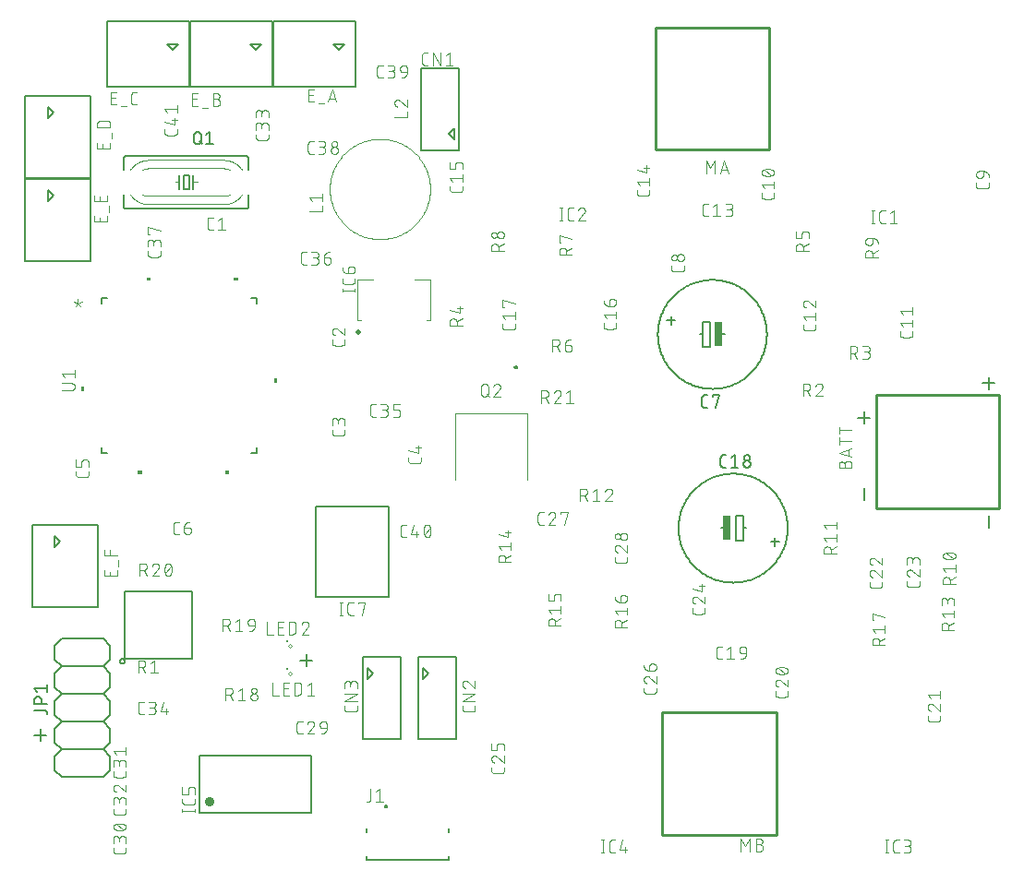
<source format=gbr>
G04 EAGLE Gerber RS-274X export*
G75*
%MOMM*%
%FSLAX34Y34*%
%LPD*%
%INSilkscreen Top*%
%IPPOS*%
%AMOC8*
5,1,8,0,0,1.08239X$1,22.5*%
G01*
%ADD10C,0.152400*%
%ADD11C,0.101600*%
%ADD12R,0.635000X2.286000*%
%ADD13C,0.127000*%
%ADD14C,0.200000*%
%ADD15C,0.063400*%
%ADD16C,0.250000*%
%ADD17C,0.076200*%
%ADD18C,0.203200*%
%ADD19C,0.884400*%
%ADD20C,0.254000*%
%ADD21C,0.050800*%
%ADD22C,0.500000*%
%ADD23C,0.120000*%
%ADD24C,0.100000*%
%ADD25C,0.200000*%

G36*
X113607Y531695D02*
X113607Y531695D01*
X113609Y531694D01*
X113652Y531714D01*
X113696Y531732D01*
X113696Y531734D01*
X113698Y531735D01*
X113731Y531820D01*
X113731Y534360D01*
X113730Y534362D01*
X113731Y534364D01*
X113711Y534407D01*
X113693Y534451D01*
X113691Y534451D01*
X113690Y534453D01*
X113605Y534486D01*
X109795Y534486D01*
X109793Y534485D01*
X109791Y534486D01*
X109748Y534466D01*
X109704Y534448D01*
X109704Y534446D01*
X109702Y534445D01*
X109669Y534360D01*
X109669Y531820D01*
X109670Y531818D01*
X109669Y531816D01*
X109689Y531773D01*
X109707Y531729D01*
X109709Y531729D01*
X109710Y531727D01*
X109795Y531694D01*
X113605Y531694D01*
X113607Y531695D01*
G37*
G36*
X193607Y531695D02*
X193607Y531695D01*
X193609Y531694D01*
X193652Y531714D01*
X193696Y531732D01*
X193696Y531734D01*
X193698Y531735D01*
X193731Y531820D01*
X193731Y534360D01*
X193730Y534362D01*
X193731Y534364D01*
X193711Y534407D01*
X193693Y534451D01*
X193691Y534451D01*
X193690Y534453D01*
X193605Y534486D01*
X189795Y534486D01*
X189793Y534485D01*
X189791Y534486D01*
X189748Y534466D01*
X189704Y534448D01*
X189704Y534446D01*
X189702Y534445D01*
X189669Y534360D01*
X189669Y531820D01*
X189670Y531818D01*
X189669Y531816D01*
X189689Y531773D01*
X189707Y531729D01*
X189709Y531729D01*
X189710Y531727D01*
X189795Y531694D01*
X193605Y531694D01*
X193607Y531695D01*
G37*
G36*
X229562Y438470D02*
X229562Y438470D01*
X229564Y438469D01*
X229607Y438489D01*
X229651Y438507D01*
X229651Y438509D01*
X229653Y438510D01*
X229686Y438595D01*
X229686Y442405D01*
X229685Y442407D01*
X229686Y442409D01*
X229666Y442452D01*
X229648Y442496D01*
X229646Y442496D01*
X229645Y442498D01*
X229560Y442531D01*
X227020Y442531D01*
X227018Y442530D01*
X227016Y442531D01*
X226973Y442511D01*
X226929Y442493D01*
X226929Y442491D01*
X226927Y442490D01*
X226894Y442405D01*
X226894Y438595D01*
X226895Y438593D01*
X226894Y438591D01*
X226914Y438548D01*
X226932Y438504D01*
X226934Y438504D01*
X226935Y438502D01*
X227020Y438469D01*
X229560Y438469D01*
X229562Y438470D01*
G37*
G36*
X52382Y430470D02*
X52382Y430470D01*
X52384Y430469D01*
X52427Y430489D01*
X52471Y430507D01*
X52471Y430509D01*
X52473Y430510D01*
X52506Y430595D01*
X52506Y434405D01*
X52505Y434407D01*
X52506Y434409D01*
X52486Y434452D01*
X52468Y434496D01*
X52466Y434496D01*
X52465Y434498D01*
X52380Y434531D01*
X49840Y434531D01*
X49838Y434530D01*
X49836Y434531D01*
X49793Y434511D01*
X49749Y434493D01*
X49749Y434491D01*
X49747Y434490D01*
X49714Y434405D01*
X49714Y430595D01*
X49715Y430593D01*
X49714Y430591D01*
X49734Y430548D01*
X49752Y430504D01*
X49754Y430504D01*
X49755Y430502D01*
X49840Y430469D01*
X52380Y430469D01*
X52382Y430470D01*
G37*
G36*
X185607Y354515D02*
X185607Y354515D01*
X185609Y354514D01*
X185652Y354534D01*
X185696Y354552D01*
X185696Y354554D01*
X185698Y354555D01*
X185731Y354640D01*
X185731Y357180D01*
X185730Y357182D01*
X185731Y357184D01*
X185711Y357227D01*
X185693Y357271D01*
X185691Y357271D01*
X185690Y357273D01*
X185605Y357306D01*
X181795Y357306D01*
X181793Y357305D01*
X181791Y357306D01*
X181748Y357286D01*
X181704Y357268D01*
X181704Y357266D01*
X181702Y357265D01*
X181669Y357180D01*
X181669Y354640D01*
X181670Y354638D01*
X181669Y354636D01*
X181689Y354593D01*
X181707Y354549D01*
X181709Y354549D01*
X181710Y354547D01*
X181795Y354514D01*
X185605Y354514D01*
X185607Y354515D01*
G37*
G36*
X105607Y354515D02*
X105607Y354515D01*
X105609Y354514D01*
X105652Y354534D01*
X105696Y354552D01*
X105696Y354554D01*
X105698Y354555D01*
X105731Y354640D01*
X105731Y357180D01*
X105730Y357182D01*
X105731Y357184D01*
X105711Y357227D01*
X105693Y357271D01*
X105691Y357271D01*
X105690Y357273D01*
X105605Y357306D01*
X101795Y357306D01*
X101793Y357305D01*
X101791Y357306D01*
X101748Y357286D01*
X101704Y357268D01*
X101704Y357266D01*
X101702Y357265D01*
X101669Y357180D01*
X101669Y354640D01*
X101670Y354638D01*
X101669Y354636D01*
X101689Y354593D01*
X101707Y354549D01*
X101709Y354549D01*
X101710Y354547D01*
X101795Y354514D01*
X105605Y354514D01*
X105607Y354515D01*
G37*
D10*
X250952Y183614D02*
X261789Y183614D01*
X256371Y178195D02*
X256371Y189032D01*
X17949Y115034D02*
X7112Y115034D01*
X12531Y120452D02*
X12531Y109615D01*
X767616Y400812D02*
X767616Y411649D01*
X773035Y406231D02*
X762198Y406231D01*
X881916Y432562D02*
X881916Y443399D01*
X887335Y437981D02*
X876498Y437981D01*
X881916Y316399D02*
X881916Y305562D01*
X767616Y330962D02*
X767616Y341799D01*
D11*
X685292Y609609D02*
X685292Y612206D01*
X685292Y609609D02*
X685290Y609510D01*
X685284Y609410D01*
X685275Y609311D01*
X685262Y609213D01*
X685245Y609115D01*
X685224Y609017D01*
X685199Y608921D01*
X685171Y608826D01*
X685139Y608732D01*
X685104Y608639D01*
X685065Y608547D01*
X685022Y608457D01*
X684977Y608369D01*
X684927Y608282D01*
X684875Y608198D01*
X684819Y608115D01*
X684761Y608035D01*
X684699Y607957D01*
X684634Y607882D01*
X684566Y607809D01*
X684496Y607739D01*
X684423Y607671D01*
X684348Y607606D01*
X684270Y607544D01*
X684190Y607486D01*
X684107Y607430D01*
X684023Y607378D01*
X683936Y607328D01*
X683848Y607283D01*
X683758Y607240D01*
X683666Y607201D01*
X683573Y607166D01*
X683479Y607134D01*
X683384Y607106D01*
X683288Y607081D01*
X683190Y607060D01*
X683092Y607043D01*
X682994Y607030D01*
X682895Y607021D01*
X682795Y607015D01*
X682696Y607013D01*
X676204Y607013D01*
X676204Y607012D02*
X676105Y607014D01*
X676005Y607020D01*
X675906Y607029D01*
X675808Y607042D01*
X675710Y607060D01*
X675612Y607080D01*
X675516Y607105D01*
X675420Y607133D01*
X675326Y607165D01*
X675233Y607200D01*
X675142Y607239D01*
X675052Y607282D01*
X674963Y607327D01*
X674877Y607377D01*
X674792Y607429D01*
X674710Y607485D01*
X674630Y607544D01*
X674552Y607605D01*
X674476Y607670D01*
X674403Y607738D01*
X674333Y607808D01*
X674265Y607881D01*
X674200Y607957D01*
X674139Y608035D01*
X674080Y608115D01*
X674024Y608197D01*
X673972Y608282D01*
X673923Y608368D01*
X673877Y608457D01*
X673834Y608547D01*
X673795Y608638D01*
X673760Y608731D01*
X673728Y608825D01*
X673700Y608921D01*
X673675Y609017D01*
X673655Y609115D01*
X673637Y609213D01*
X673624Y609311D01*
X673615Y609410D01*
X673609Y609509D01*
X673607Y609609D01*
X673608Y609609D02*
X673608Y612206D01*
X676204Y616571D02*
X673608Y619816D01*
X685292Y619816D01*
X685292Y616571D02*
X685292Y623062D01*
X679450Y628001D02*
X679220Y628004D01*
X678990Y628012D01*
X678761Y628026D01*
X678532Y628045D01*
X678303Y628070D01*
X678075Y628100D01*
X677848Y628135D01*
X677622Y628176D01*
X677397Y628222D01*
X677173Y628274D01*
X676950Y628331D01*
X676729Y628393D01*
X676509Y628461D01*
X676291Y628534D01*
X676075Y628612D01*
X675861Y628695D01*
X675649Y628783D01*
X675438Y628876D01*
X675231Y628975D01*
X675231Y628974D02*
X675141Y629007D01*
X675052Y629043D01*
X674964Y629083D01*
X674879Y629127D01*
X674795Y629174D01*
X674713Y629224D01*
X674633Y629278D01*
X674556Y629334D01*
X674480Y629394D01*
X674407Y629457D01*
X674337Y629522D01*
X674269Y629591D01*
X674205Y629662D01*
X674143Y629735D01*
X674084Y629811D01*
X674028Y629889D01*
X673975Y629970D01*
X673926Y630052D01*
X673880Y630136D01*
X673837Y630223D01*
X673798Y630310D01*
X673762Y630400D01*
X673730Y630490D01*
X673702Y630582D01*
X673677Y630675D01*
X673656Y630769D01*
X673639Y630863D01*
X673625Y630958D01*
X673616Y631054D01*
X673610Y631150D01*
X673608Y631246D01*
X673610Y631342D01*
X673616Y631438D01*
X673625Y631534D01*
X673639Y631629D01*
X673656Y631723D01*
X673677Y631817D01*
X673702Y631910D01*
X673730Y632002D01*
X673762Y632092D01*
X673798Y632182D01*
X673837Y632270D01*
X673880Y632356D01*
X673926Y632440D01*
X673975Y632522D01*
X674028Y632603D01*
X674084Y632681D01*
X674143Y632757D01*
X674205Y632830D01*
X674269Y632901D01*
X674337Y632970D01*
X674407Y633035D01*
X674480Y633098D01*
X674556Y633158D01*
X674633Y633214D01*
X674713Y633268D01*
X674795Y633318D01*
X674879Y633365D01*
X674964Y633409D01*
X675052Y633449D01*
X675141Y633485D01*
X675231Y633518D01*
X675438Y633617D01*
X675649Y633710D01*
X675861Y633798D01*
X676075Y633881D01*
X676291Y633959D01*
X676509Y634032D01*
X676729Y634100D01*
X676950Y634162D01*
X677173Y634219D01*
X677397Y634271D01*
X677622Y634317D01*
X677848Y634358D01*
X678075Y634393D01*
X678303Y634423D01*
X678532Y634448D01*
X678761Y634467D01*
X678990Y634481D01*
X679220Y634489D01*
X679450Y634492D01*
X679450Y628001D02*
X679680Y628004D01*
X679910Y628012D01*
X680139Y628026D01*
X680368Y628045D01*
X680597Y628070D01*
X680825Y628100D01*
X681052Y628135D01*
X681278Y628176D01*
X681503Y628222D01*
X681727Y628274D01*
X681950Y628331D01*
X682171Y628393D01*
X682391Y628461D01*
X682609Y628534D01*
X682825Y628612D01*
X683039Y628695D01*
X683251Y628783D01*
X683462Y628876D01*
X683669Y628975D01*
X683669Y628974D02*
X683759Y629007D01*
X683848Y629043D01*
X683936Y629084D01*
X684021Y629127D01*
X684105Y629174D01*
X684187Y629224D01*
X684267Y629278D01*
X684344Y629334D01*
X684420Y629394D01*
X684493Y629457D01*
X684563Y629522D01*
X684631Y629591D01*
X684695Y629662D01*
X684757Y629735D01*
X684816Y629811D01*
X684872Y629889D01*
X684925Y629970D01*
X684974Y630052D01*
X685020Y630136D01*
X685063Y630223D01*
X685102Y630310D01*
X685138Y630400D01*
X685170Y630490D01*
X685198Y630582D01*
X685223Y630675D01*
X685244Y630769D01*
X685261Y630863D01*
X685275Y630958D01*
X685284Y631054D01*
X685290Y631150D01*
X685292Y631246D01*
X683669Y633518D02*
X683462Y633617D01*
X683251Y633710D01*
X683039Y633798D01*
X682825Y633881D01*
X682609Y633959D01*
X682391Y634032D01*
X682171Y634100D01*
X681950Y634162D01*
X681727Y634219D01*
X681503Y634271D01*
X681278Y634317D01*
X681052Y634358D01*
X680825Y634393D01*
X680597Y634423D01*
X680368Y634448D01*
X680139Y634467D01*
X679910Y634481D01*
X679680Y634489D01*
X679450Y634492D01*
X683669Y633518D02*
X683759Y633485D01*
X683848Y633449D01*
X683936Y633409D01*
X684021Y633365D01*
X684105Y633318D01*
X684187Y633268D01*
X684267Y633214D01*
X684344Y633158D01*
X684420Y633098D01*
X684493Y633035D01*
X684563Y632970D01*
X684631Y632901D01*
X684695Y632830D01*
X684757Y632757D01*
X684816Y632681D01*
X684872Y632603D01*
X684925Y632522D01*
X684974Y632440D01*
X685020Y632356D01*
X685063Y632269D01*
X685102Y632182D01*
X685138Y632092D01*
X685170Y632002D01*
X685198Y631910D01*
X685223Y631817D01*
X685244Y631723D01*
X685261Y631629D01*
X685275Y631534D01*
X685284Y631438D01*
X685290Y631342D01*
X685292Y631246D01*
X682696Y628650D02*
X676204Y633843D01*
X812292Y485206D02*
X812292Y482609D01*
X812290Y482510D01*
X812284Y482410D01*
X812275Y482311D01*
X812262Y482213D01*
X812245Y482115D01*
X812224Y482017D01*
X812199Y481921D01*
X812171Y481826D01*
X812139Y481732D01*
X812104Y481639D01*
X812065Y481547D01*
X812022Y481457D01*
X811977Y481369D01*
X811927Y481282D01*
X811875Y481198D01*
X811819Y481115D01*
X811761Y481035D01*
X811699Y480957D01*
X811634Y480882D01*
X811566Y480809D01*
X811496Y480739D01*
X811423Y480671D01*
X811348Y480606D01*
X811270Y480544D01*
X811190Y480486D01*
X811107Y480430D01*
X811023Y480378D01*
X810936Y480328D01*
X810848Y480283D01*
X810758Y480240D01*
X810666Y480201D01*
X810573Y480166D01*
X810479Y480134D01*
X810384Y480106D01*
X810288Y480081D01*
X810190Y480060D01*
X810092Y480043D01*
X809994Y480030D01*
X809895Y480021D01*
X809795Y480015D01*
X809696Y480013D01*
X803204Y480013D01*
X803204Y480012D02*
X803105Y480014D01*
X803005Y480020D01*
X802906Y480029D01*
X802808Y480042D01*
X802710Y480060D01*
X802612Y480080D01*
X802516Y480105D01*
X802420Y480133D01*
X802326Y480165D01*
X802233Y480200D01*
X802142Y480239D01*
X802052Y480282D01*
X801963Y480327D01*
X801877Y480377D01*
X801792Y480429D01*
X801710Y480485D01*
X801630Y480544D01*
X801552Y480605D01*
X801476Y480670D01*
X801403Y480738D01*
X801333Y480808D01*
X801265Y480881D01*
X801200Y480957D01*
X801139Y481035D01*
X801080Y481115D01*
X801024Y481197D01*
X800972Y481282D01*
X800923Y481368D01*
X800877Y481457D01*
X800834Y481547D01*
X800795Y481638D01*
X800760Y481731D01*
X800728Y481825D01*
X800700Y481921D01*
X800675Y482017D01*
X800655Y482115D01*
X800637Y482213D01*
X800624Y482311D01*
X800615Y482410D01*
X800609Y482509D01*
X800607Y482609D01*
X800608Y482609D02*
X800608Y485206D01*
X803204Y489571D02*
X800608Y492816D01*
X812292Y492816D01*
X812292Y489571D02*
X812292Y496062D01*
X803204Y501001D02*
X800608Y504246D01*
X812292Y504246D01*
X812292Y501001D02*
X812292Y507492D01*
X723392Y491556D02*
X723392Y488959D01*
X723390Y488860D01*
X723384Y488760D01*
X723375Y488661D01*
X723362Y488563D01*
X723345Y488465D01*
X723324Y488367D01*
X723299Y488271D01*
X723271Y488176D01*
X723239Y488082D01*
X723204Y487989D01*
X723165Y487897D01*
X723122Y487807D01*
X723077Y487719D01*
X723027Y487632D01*
X722975Y487548D01*
X722919Y487465D01*
X722861Y487385D01*
X722799Y487307D01*
X722734Y487232D01*
X722666Y487159D01*
X722596Y487089D01*
X722523Y487021D01*
X722448Y486956D01*
X722370Y486894D01*
X722290Y486836D01*
X722207Y486780D01*
X722123Y486728D01*
X722036Y486678D01*
X721948Y486633D01*
X721858Y486590D01*
X721766Y486551D01*
X721673Y486516D01*
X721579Y486484D01*
X721484Y486456D01*
X721388Y486431D01*
X721290Y486410D01*
X721192Y486393D01*
X721094Y486380D01*
X720995Y486371D01*
X720895Y486365D01*
X720796Y486363D01*
X714304Y486363D01*
X714304Y486362D02*
X714205Y486364D01*
X714105Y486370D01*
X714006Y486379D01*
X713908Y486392D01*
X713810Y486410D01*
X713712Y486430D01*
X713616Y486455D01*
X713520Y486483D01*
X713426Y486515D01*
X713333Y486550D01*
X713242Y486589D01*
X713152Y486632D01*
X713063Y486677D01*
X712977Y486727D01*
X712892Y486779D01*
X712810Y486835D01*
X712730Y486894D01*
X712652Y486955D01*
X712576Y487020D01*
X712503Y487088D01*
X712433Y487158D01*
X712365Y487231D01*
X712300Y487307D01*
X712239Y487385D01*
X712180Y487465D01*
X712124Y487547D01*
X712072Y487632D01*
X712023Y487718D01*
X711977Y487807D01*
X711934Y487897D01*
X711895Y487988D01*
X711860Y488081D01*
X711828Y488175D01*
X711800Y488271D01*
X711775Y488367D01*
X711755Y488465D01*
X711737Y488563D01*
X711724Y488661D01*
X711715Y488760D01*
X711709Y488859D01*
X711707Y488959D01*
X711708Y488959D02*
X711708Y491556D01*
X714304Y495921D02*
X711708Y499166D01*
X723392Y499166D01*
X723392Y495921D02*
X723392Y502412D01*
X714629Y513842D02*
X714522Y513840D01*
X714416Y513834D01*
X714310Y513824D01*
X714204Y513811D01*
X714098Y513793D01*
X713994Y513772D01*
X713890Y513747D01*
X713787Y513718D01*
X713686Y513686D01*
X713586Y513649D01*
X713487Y513609D01*
X713389Y513566D01*
X713293Y513519D01*
X713199Y513468D01*
X713107Y513414D01*
X713017Y513357D01*
X712929Y513297D01*
X712844Y513233D01*
X712761Y513166D01*
X712680Y513096D01*
X712602Y513024D01*
X712526Y512948D01*
X712454Y512870D01*
X712384Y512789D01*
X712317Y512706D01*
X712253Y512621D01*
X712193Y512533D01*
X712136Y512443D01*
X712082Y512351D01*
X712031Y512257D01*
X711984Y512161D01*
X711941Y512063D01*
X711901Y511964D01*
X711864Y511864D01*
X711832Y511763D01*
X711803Y511660D01*
X711778Y511556D01*
X711757Y511452D01*
X711739Y511346D01*
X711726Y511240D01*
X711716Y511134D01*
X711710Y511028D01*
X711708Y510921D01*
X711710Y510800D01*
X711716Y510679D01*
X711726Y510559D01*
X711739Y510438D01*
X711757Y510319D01*
X711778Y510199D01*
X711803Y510081D01*
X711832Y509964D01*
X711865Y509847D01*
X711901Y509732D01*
X711942Y509618D01*
X711985Y509505D01*
X712033Y509393D01*
X712084Y509284D01*
X712139Y509176D01*
X712197Y509069D01*
X712258Y508965D01*
X712323Y508863D01*
X712391Y508763D01*
X712462Y508665D01*
X712536Y508569D01*
X712613Y508476D01*
X712694Y508386D01*
X712777Y508298D01*
X712863Y508213D01*
X712952Y508130D01*
X713043Y508051D01*
X713137Y507974D01*
X713233Y507901D01*
X713331Y507831D01*
X713432Y507764D01*
X713535Y507700D01*
X713640Y507640D01*
X713747Y507582D01*
X713855Y507529D01*
X713965Y507479D01*
X714077Y507433D01*
X714190Y507390D01*
X714305Y507351D01*
X716901Y512868D02*
X716823Y512947D01*
X716743Y513023D01*
X716660Y513096D01*
X716574Y513166D01*
X716487Y513233D01*
X716396Y513297D01*
X716304Y513357D01*
X716210Y513415D01*
X716113Y513469D01*
X716015Y513519D01*
X715915Y513566D01*
X715814Y513610D01*
X715711Y513650D01*
X715606Y513686D01*
X715501Y513718D01*
X715394Y513747D01*
X715287Y513772D01*
X715178Y513794D01*
X715069Y513811D01*
X714960Y513825D01*
X714850Y513834D01*
X714739Y513840D01*
X714629Y513842D01*
X716901Y512868D02*
X723392Y507351D01*
X723392Y513842D01*
X624906Y591058D02*
X622309Y591058D01*
X622210Y591060D01*
X622110Y591066D01*
X622011Y591075D01*
X621913Y591088D01*
X621815Y591105D01*
X621717Y591126D01*
X621621Y591151D01*
X621526Y591179D01*
X621432Y591211D01*
X621339Y591246D01*
X621247Y591285D01*
X621157Y591328D01*
X621069Y591373D01*
X620982Y591423D01*
X620898Y591475D01*
X620815Y591531D01*
X620735Y591589D01*
X620657Y591651D01*
X620582Y591716D01*
X620509Y591784D01*
X620439Y591854D01*
X620371Y591927D01*
X620306Y592002D01*
X620244Y592080D01*
X620186Y592160D01*
X620130Y592243D01*
X620078Y592327D01*
X620028Y592414D01*
X619983Y592502D01*
X619940Y592592D01*
X619901Y592684D01*
X619866Y592777D01*
X619834Y592871D01*
X619806Y592966D01*
X619781Y593062D01*
X619760Y593160D01*
X619743Y593258D01*
X619730Y593356D01*
X619721Y593455D01*
X619715Y593555D01*
X619713Y593654D01*
X619713Y600146D01*
X619715Y600245D01*
X619721Y600345D01*
X619730Y600444D01*
X619743Y600542D01*
X619760Y600640D01*
X619781Y600738D01*
X619806Y600834D01*
X619834Y600929D01*
X619866Y601023D01*
X619901Y601116D01*
X619940Y601208D01*
X619983Y601298D01*
X620028Y601386D01*
X620078Y601473D01*
X620130Y601557D01*
X620186Y601640D01*
X620244Y601720D01*
X620306Y601798D01*
X620371Y601873D01*
X620439Y601946D01*
X620509Y602016D01*
X620582Y602084D01*
X620657Y602149D01*
X620735Y602211D01*
X620815Y602269D01*
X620898Y602325D01*
X620982Y602377D01*
X621069Y602427D01*
X621157Y602472D01*
X621247Y602515D01*
X621339Y602554D01*
X621431Y602589D01*
X621526Y602621D01*
X621621Y602649D01*
X621717Y602674D01*
X621815Y602695D01*
X621913Y602712D01*
X622011Y602725D01*
X622110Y602734D01*
X622210Y602740D01*
X622309Y602742D01*
X624906Y602742D01*
X629271Y600146D02*
X632516Y602742D01*
X632516Y591058D01*
X629271Y591058D02*
X635762Y591058D01*
X640701Y591058D02*
X643946Y591058D01*
X644059Y591060D01*
X644172Y591066D01*
X644285Y591076D01*
X644398Y591090D01*
X644510Y591107D01*
X644621Y591129D01*
X644731Y591154D01*
X644841Y591184D01*
X644949Y591217D01*
X645056Y591254D01*
X645162Y591294D01*
X645266Y591339D01*
X645369Y591387D01*
X645470Y591438D01*
X645569Y591493D01*
X645666Y591551D01*
X645761Y591613D01*
X645854Y591678D01*
X645944Y591746D01*
X646032Y591817D01*
X646118Y591892D01*
X646201Y591969D01*
X646281Y592049D01*
X646358Y592132D01*
X646433Y592218D01*
X646504Y592306D01*
X646572Y592396D01*
X646637Y592489D01*
X646699Y592584D01*
X646757Y592681D01*
X646812Y592780D01*
X646863Y592881D01*
X646911Y592984D01*
X646956Y593088D01*
X646996Y593194D01*
X647033Y593301D01*
X647066Y593409D01*
X647096Y593519D01*
X647121Y593629D01*
X647143Y593740D01*
X647160Y593852D01*
X647174Y593965D01*
X647184Y594078D01*
X647190Y594191D01*
X647192Y594304D01*
X647190Y594417D01*
X647184Y594530D01*
X647174Y594643D01*
X647160Y594756D01*
X647143Y594868D01*
X647121Y594979D01*
X647096Y595089D01*
X647066Y595199D01*
X647033Y595307D01*
X646996Y595414D01*
X646956Y595520D01*
X646911Y595624D01*
X646863Y595727D01*
X646812Y595828D01*
X646757Y595927D01*
X646699Y596024D01*
X646637Y596119D01*
X646572Y596212D01*
X646504Y596302D01*
X646433Y596390D01*
X646358Y596476D01*
X646281Y596559D01*
X646201Y596639D01*
X646118Y596716D01*
X646032Y596791D01*
X645944Y596862D01*
X645854Y596930D01*
X645761Y596995D01*
X645666Y597057D01*
X645569Y597115D01*
X645470Y597170D01*
X645369Y597221D01*
X645266Y597269D01*
X645162Y597314D01*
X645056Y597354D01*
X644949Y597391D01*
X644841Y597424D01*
X644731Y597454D01*
X644621Y597479D01*
X644510Y597501D01*
X644398Y597518D01*
X644285Y597532D01*
X644172Y597542D01*
X644059Y597548D01*
X643946Y597550D01*
X644596Y602742D02*
X640701Y602742D01*
X644596Y602742D02*
X644697Y602740D01*
X644797Y602734D01*
X644897Y602724D01*
X644997Y602711D01*
X645096Y602693D01*
X645195Y602672D01*
X645292Y602647D01*
X645389Y602618D01*
X645484Y602585D01*
X645578Y602549D01*
X645670Y602509D01*
X645761Y602466D01*
X645850Y602419D01*
X645937Y602369D01*
X646023Y602315D01*
X646106Y602258D01*
X646186Y602198D01*
X646265Y602135D01*
X646341Y602068D01*
X646414Y601999D01*
X646484Y601927D01*
X646552Y601853D01*
X646617Y601776D01*
X646678Y601696D01*
X646737Y601614D01*
X646792Y601530D01*
X646844Y601444D01*
X646893Y601356D01*
X646938Y601266D01*
X646980Y601174D01*
X647018Y601081D01*
X647052Y600986D01*
X647083Y600891D01*
X647110Y600794D01*
X647133Y600696D01*
X647153Y600597D01*
X647168Y600497D01*
X647180Y600397D01*
X647188Y600297D01*
X647192Y600196D01*
X647192Y600096D01*
X647188Y599995D01*
X647180Y599895D01*
X647168Y599795D01*
X647153Y599695D01*
X647133Y599596D01*
X647110Y599498D01*
X647083Y599401D01*
X647052Y599306D01*
X647018Y599211D01*
X646980Y599118D01*
X646938Y599026D01*
X646893Y598936D01*
X646844Y598848D01*
X646792Y598762D01*
X646737Y598678D01*
X646678Y598596D01*
X646617Y598516D01*
X646552Y598439D01*
X646484Y598365D01*
X646414Y598293D01*
X646341Y598224D01*
X646265Y598157D01*
X646186Y598094D01*
X646106Y598034D01*
X646023Y597977D01*
X645937Y597923D01*
X645850Y597873D01*
X645761Y597826D01*
X645670Y597783D01*
X645578Y597743D01*
X645484Y597707D01*
X645389Y597674D01*
X645292Y597645D01*
X645195Y597620D01*
X645096Y597599D01*
X644997Y597581D01*
X644897Y597568D01*
X644797Y597558D01*
X644697Y597552D01*
X644596Y597550D01*
X644596Y597549D02*
X641999Y597549D01*
X570992Y612704D02*
X570992Y615301D01*
X570992Y612704D02*
X570990Y612605D01*
X570984Y612505D01*
X570975Y612406D01*
X570962Y612308D01*
X570945Y612210D01*
X570924Y612112D01*
X570899Y612016D01*
X570871Y611921D01*
X570839Y611827D01*
X570804Y611734D01*
X570765Y611642D01*
X570722Y611552D01*
X570677Y611464D01*
X570627Y611377D01*
X570575Y611293D01*
X570519Y611210D01*
X570461Y611130D01*
X570399Y611052D01*
X570334Y610977D01*
X570266Y610904D01*
X570196Y610834D01*
X570123Y610766D01*
X570048Y610701D01*
X569970Y610639D01*
X569890Y610581D01*
X569807Y610525D01*
X569723Y610473D01*
X569636Y610423D01*
X569548Y610378D01*
X569458Y610335D01*
X569366Y610296D01*
X569273Y610261D01*
X569179Y610229D01*
X569084Y610201D01*
X568988Y610176D01*
X568890Y610155D01*
X568792Y610138D01*
X568694Y610125D01*
X568595Y610116D01*
X568495Y610110D01*
X568396Y610108D01*
X561904Y610108D01*
X561805Y610110D01*
X561705Y610116D01*
X561606Y610125D01*
X561508Y610138D01*
X561410Y610156D01*
X561312Y610176D01*
X561216Y610201D01*
X561120Y610229D01*
X561026Y610261D01*
X560933Y610296D01*
X560842Y610335D01*
X560752Y610378D01*
X560663Y610423D01*
X560577Y610473D01*
X560492Y610525D01*
X560410Y610581D01*
X560330Y610640D01*
X560252Y610701D01*
X560176Y610766D01*
X560103Y610834D01*
X560033Y610904D01*
X559965Y610977D01*
X559900Y611053D01*
X559839Y611131D01*
X559780Y611211D01*
X559724Y611293D01*
X559672Y611378D01*
X559623Y611464D01*
X559577Y611553D01*
X559534Y611643D01*
X559495Y611734D01*
X559460Y611827D01*
X559428Y611921D01*
X559400Y612017D01*
X559375Y612113D01*
X559355Y612211D01*
X559337Y612309D01*
X559324Y612407D01*
X559315Y612506D01*
X559309Y612605D01*
X559307Y612705D01*
X559308Y612704D02*
X559308Y615301D01*
X561904Y619666D02*
X559308Y622912D01*
X570992Y622912D01*
X570992Y626157D02*
X570992Y619666D01*
X568396Y631096D02*
X559308Y633693D01*
X568396Y631096D02*
X568396Y637587D01*
X565799Y635640D02*
X570992Y635640D01*
X399542Y618556D02*
X399542Y615959D01*
X399540Y615860D01*
X399534Y615760D01*
X399525Y615661D01*
X399512Y615563D01*
X399495Y615465D01*
X399474Y615367D01*
X399449Y615271D01*
X399421Y615176D01*
X399389Y615082D01*
X399354Y614989D01*
X399315Y614897D01*
X399272Y614807D01*
X399227Y614719D01*
X399177Y614632D01*
X399125Y614548D01*
X399069Y614465D01*
X399011Y614385D01*
X398949Y614307D01*
X398884Y614232D01*
X398816Y614159D01*
X398746Y614089D01*
X398673Y614021D01*
X398598Y613956D01*
X398520Y613894D01*
X398440Y613836D01*
X398357Y613780D01*
X398273Y613728D01*
X398186Y613678D01*
X398098Y613633D01*
X398008Y613590D01*
X397916Y613551D01*
X397823Y613516D01*
X397729Y613484D01*
X397634Y613456D01*
X397538Y613431D01*
X397440Y613410D01*
X397342Y613393D01*
X397244Y613380D01*
X397145Y613371D01*
X397045Y613365D01*
X396946Y613363D01*
X390454Y613363D01*
X390454Y613362D02*
X390355Y613364D01*
X390255Y613370D01*
X390156Y613379D01*
X390058Y613392D01*
X389960Y613410D01*
X389862Y613430D01*
X389766Y613455D01*
X389670Y613483D01*
X389576Y613515D01*
X389483Y613550D01*
X389392Y613589D01*
X389302Y613632D01*
X389213Y613677D01*
X389127Y613727D01*
X389042Y613779D01*
X388960Y613835D01*
X388880Y613894D01*
X388802Y613955D01*
X388726Y614020D01*
X388653Y614088D01*
X388583Y614158D01*
X388515Y614231D01*
X388450Y614307D01*
X388389Y614385D01*
X388330Y614465D01*
X388274Y614547D01*
X388222Y614632D01*
X388173Y614718D01*
X388127Y614807D01*
X388084Y614897D01*
X388045Y614988D01*
X388010Y615081D01*
X387978Y615175D01*
X387950Y615271D01*
X387925Y615367D01*
X387905Y615465D01*
X387887Y615563D01*
X387874Y615661D01*
X387865Y615760D01*
X387859Y615859D01*
X387857Y615959D01*
X387858Y615959D02*
X387858Y618556D01*
X390454Y622921D02*
X387858Y626166D01*
X399542Y626166D01*
X399542Y622921D02*
X399542Y629412D01*
X399542Y634351D02*
X399542Y638246D01*
X399540Y638345D01*
X399534Y638445D01*
X399525Y638544D01*
X399512Y638642D01*
X399495Y638740D01*
X399474Y638838D01*
X399449Y638934D01*
X399421Y639029D01*
X399389Y639123D01*
X399354Y639216D01*
X399315Y639308D01*
X399272Y639398D01*
X399227Y639486D01*
X399177Y639573D01*
X399125Y639657D01*
X399069Y639740D01*
X399011Y639820D01*
X398949Y639898D01*
X398884Y639973D01*
X398816Y640046D01*
X398746Y640116D01*
X398673Y640184D01*
X398598Y640249D01*
X398520Y640311D01*
X398440Y640369D01*
X398357Y640425D01*
X398273Y640477D01*
X398186Y640527D01*
X398098Y640572D01*
X398008Y640615D01*
X397916Y640654D01*
X397823Y640689D01*
X397729Y640721D01*
X397634Y640749D01*
X397538Y640774D01*
X397440Y640795D01*
X397342Y640812D01*
X397244Y640825D01*
X397145Y640834D01*
X397045Y640840D01*
X396946Y640842D01*
X395647Y640842D01*
X395548Y640840D01*
X395448Y640834D01*
X395349Y640825D01*
X395251Y640812D01*
X395153Y640795D01*
X395055Y640774D01*
X394959Y640749D01*
X394864Y640721D01*
X394770Y640689D01*
X394677Y640654D01*
X394585Y640615D01*
X394495Y640572D01*
X394407Y640527D01*
X394320Y640477D01*
X394236Y640425D01*
X394153Y640369D01*
X394073Y640311D01*
X393995Y640249D01*
X393920Y640184D01*
X393847Y640116D01*
X393777Y640046D01*
X393709Y639973D01*
X393644Y639898D01*
X393582Y639820D01*
X393524Y639740D01*
X393468Y639657D01*
X393416Y639573D01*
X393366Y639486D01*
X393321Y639398D01*
X393278Y639308D01*
X393239Y639216D01*
X393204Y639123D01*
X393172Y639029D01*
X393144Y638934D01*
X393119Y638838D01*
X393098Y638740D01*
X393081Y638642D01*
X393068Y638544D01*
X393059Y638445D01*
X393053Y638345D01*
X393051Y638246D01*
X393051Y634351D01*
X387858Y634351D01*
X387858Y640842D01*
X540512Y492826D02*
X540512Y490229D01*
X540510Y490130D01*
X540504Y490030D01*
X540495Y489931D01*
X540482Y489833D01*
X540465Y489735D01*
X540444Y489637D01*
X540419Y489541D01*
X540391Y489446D01*
X540359Y489352D01*
X540324Y489259D01*
X540285Y489167D01*
X540242Y489077D01*
X540197Y488989D01*
X540147Y488902D01*
X540095Y488818D01*
X540039Y488735D01*
X539981Y488655D01*
X539919Y488577D01*
X539854Y488502D01*
X539786Y488429D01*
X539716Y488359D01*
X539643Y488291D01*
X539568Y488226D01*
X539490Y488164D01*
X539410Y488106D01*
X539327Y488050D01*
X539243Y487998D01*
X539156Y487948D01*
X539068Y487903D01*
X538978Y487860D01*
X538886Y487821D01*
X538793Y487786D01*
X538699Y487754D01*
X538604Y487726D01*
X538508Y487701D01*
X538410Y487680D01*
X538312Y487663D01*
X538214Y487650D01*
X538115Y487641D01*
X538015Y487635D01*
X537916Y487633D01*
X531424Y487633D01*
X531424Y487632D02*
X531325Y487634D01*
X531225Y487640D01*
X531126Y487649D01*
X531028Y487662D01*
X530930Y487680D01*
X530832Y487700D01*
X530736Y487725D01*
X530640Y487753D01*
X530546Y487785D01*
X530453Y487820D01*
X530362Y487859D01*
X530272Y487902D01*
X530183Y487947D01*
X530097Y487997D01*
X530012Y488049D01*
X529930Y488105D01*
X529850Y488164D01*
X529772Y488225D01*
X529696Y488290D01*
X529623Y488358D01*
X529553Y488428D01*
X529485Y488501D01*
X529420Y488577D01*
X529359Y488655D01*
X529300Y488735D01*
X529244Y488817D01*
X529192Y488902D01*
X529143Y488988D01*
X529097Y489077D01*
X529054Y489167D01*
X529015Y489258D01*
X528980Y489351D01*
X528948Y489445D01*
X528920Y489541D01*
X528895Y489637D01*
X528875Y489735D01*
X528857Y489833D01*
X528844Y489931D01*
X528835Y490030D01*
X528829Y490129D01*
X528827Y490229D01*
X528828Y490229D02*
X528828Y492826D01*
X531424Y497191D02*
X528828Y500436D01*
X540512Y500436D01*
X540512Y497191D02*
X540512Y503682D01*
X534021Y508621D02*
X534021Y512516D01*
X534023Y512615D01*
X534029Y512715D01*
X534038Y512814D01*
X534051Y512912D01*
X534068Y513010D01*
X534089Y513108D01*
X534114Y513204D01*
X534142Y513299D01*
X534174Y513393D01*
X534209Y513486D01*
X534248Y513578D01*
X534291Y513668D01*
X534336Y513756D01*
X534386Y513843D01*
X534438Y513927D01*
X534494Y514010D01*
X534552Y514090D01*
X534614Y514168D01*
X534679Y514243D01*
X534747Y514316D01*
X534817Y514386D01*
X534890Y514454D01*
X534965Y514519D01*
X535043Y514581D01*
X535123Y514639D01*
X535206Y514695D01*
X535290Y514747D01*
X535377Y514797D01*
X535465Y514842D01*
X535555Y514885D01*
X535647Y514924D01*
X535740Y514959D01*
X535834Y514991D01*
X535929Y515019D01*
X536025Y515044D01*
X536123Y515065D01*
X536221Y515082D01*
X536319Y515095D01*
X536418Y515104D01*
X536518Y515110D01*
X536617Y515112D01*
X537266Y515112D01*
X537379Y515110D01*
X537492Y515104D01*
X537605Y515094D01*
X537718Y515080D01*
X537830Y515063D01*
X537941Y515041D01*
X538051Y515016D01*
X538161Y514986D01*
X538269Y514953D01*
X538376Y514916D01*
X538482Y514876D01*
X538586Y514831D01*
X538689Y514783D01*
X538790Y514732D01*
X538889Y514677D01*
X538986Y514619D01*
X539081Y514557D01*
X539174Y514492D01*
X539264Y514424D01*
X539352Y514353D01*
X539438Y514278D01*
X539521Y514201D01*
X539601Y514121D01*
X539678Y514038D01*
X539753Y513952D01*
X539824Y513864D01*
X539892Y513774D01*
X539957Y513681D01*
X540019Y513586D01*
X540077Y513489D01*
X540132Y513390D01*
X540183Y513289D01*
X540231Y513186D01*
X540276Y513082D01*
X540316Y512976D01*
X540353Y512869D01*
X540386Y512761D01*
X540416Y512651D01*
X540441Y512541D01*
X540463Y512430D01*
X540480Y512318D01*
X540494Y512205D01*
X540504Y512092D01*
X540510Y511979D01*
X540512Y511866D01*
X540510Y511753D01*
X540504Y511640D01*
X540494Y511527D01*
X540480Y511414D01*
X540463Y511302D01*
X540441Y511191D01*
X540416Y511081D01*
X540386Y510971D01*
X540353Y510863D01*
X540316Y510756D01*
X540276Y510650D01*
X540231Y510546D01*
X540183Y510443D01*
X540132Y510342D01*
X540077Y510243D01*
X540019Y510146D01*
X539957Y510051D01*
X539892Y509958D01*
X539824Y509868D01*
X539753Y509780D01*
X539678Y509694D01*
X539601Y509611D01*
X539521Y509531D01*
X539438Y509454D01*
X539352Y509379D01*
X539264Y509308D01*
X539174Y509240D01*
X539081Y509175D01*
X538986Y509113D01*
X538889Y509055D01*
X538790Y509000D01*
X538689Y508949D01*
X538586Y508901D01*
X538482Y508856D01*
X538376Y508816D01*
X538269Y508779D01*
X538161Y508746D01*
X538051Y508716D01*
X537941Y508691D01*
X537830Y508669D01*
X537718Y508652D01*
X537605Y508638D01*
X537492Y508628D01*
X537379Y508622D01*
X537266Y508620D01*
X537266Y508621D02*
X534021Y508621D01*
X533878Y508623D01*
X533735Y508629D01*
X533592Y508639D01*
X533450Y508653D01*
X533308Y508670D01*
X533166Y508692D01*
X533025Y508717D01*
X532885Y508747D01*
X532746Y508780D01*
X532608Y508817D01*
X532471Y508858D01*
X532335Y508902D01*
X532200Y508951D01*
X532067Y509003D01*
X531935Y509058D01*
X531805Y509118D01*
X531676Y509181D01*
X531549Y509247D01*
X531425Y509317D01*
X531302Y509390D01*
X531181Y509467D01*
X531062Y509546D01*
X530946Y509630D01*
X530831Y509716D01*
X530720Y509805D01*
X530611Y509898D01*
X530504Y509993D01*
X530400Y510092D01*
X530299Y510193D01*
X530200Y510297D01*
X530105Y510403D01*
X530012Y510513D01*
X529923Y510624D01*
X529837Y510738D01*
X529754Y510855D01*
X529674Y510974D01*
X529597Y511095D01*
X529524Y511217D01*
X529454Y511342D01*
X529388Y511469D01*
X529325Y511598D01*
X529265Y511728D01*
X529210Y511860D01*
X529158Y511993D01*
X529109Y512128D01*
X529065Y512264D01*
X529024Y512401D01*
X528987Y512539D01*
X528954Y512678D01*
X528924Y512818D01*
X528899Y512959D01*
X528877Y513101D01*
X528860Y513243D01*
X528846Y513385D01*
X528836Y513528D01*
X528830Y513671D01*
X528828Y513814D01*
X447802Y492111D02*
X447802Y489514D01*
X447800Y489415D01*
X447794Y489315D01*
X447785Y489216D01*
X447772Y489118D01*
X447755Y489020D01*
X447734Y488922D01*
X447709Y488826D01*
X447681Y488731D01*
X447649Y488637D01*
X447614Y488544D01*
X447575Y488452D01*
X447532Y488362D01*
X447487Y488274D01*
X447437Y488187D01*
X447385Y488103D01*
X447329Y488020D01*
X447271Y487940D01*
X447209Y487862D01*
X447144Y487787D01*
X447076Y487714D01*
X447006Y487644D01*
X446933Y487576D01*
X446858Y487511D01*
X446780Y487449D01*
X446700Y487391D01*
X446617Y487335D01*
X446533Y487283D01*
X446446Y487233D01*
X446358Y487188D01*
X446268Y487145D01*
X446176Y487106D01*
X446083Y487071D01*
X445989Y487039D01*
X445894Y487011D01*
X445798Y486986D01*
X445700Y486965D01*
X445602Y486948D01*
X445504Y486935D01*
X445405Y486926D01*
X445305Y486920D01*
X445206Y486918D01*
X438714Y486918D01*
X438615Y486920D01*
X438515Y486926D01*
X438416Y486935D01*
X438318Y486948D01*
X438220Y486966D01*
X438122Y486986D01*
X438026Y487011D01*
X437930Y487039D01*
X437836Y487071D01*
X437743Y487106D01*
X437652Y487145D01*
X437562Y487188D01*
X437473Y487233D01*
X437387Y487283D01*
X437302Y487335D01*
X437220Y487391D01*
X437140Y487450D01*
X437062Y487511D01*
X436986Y487576D01*
X436913Y487644D01*
X436843Y487714D01*
X436775Y487787D01*
X436710Y487863D01*
X436649Y487941D01*
X436590Y488021D01*
X436534Y488103D01*
X436482Y488188D01*
X436433Y488274D01*
X436387Y488363D01*
X436344Y488453D01*
X436305Y488544D01*
X436270Y488637D01*
X436238Y488731D01*
X436210Y488827D01*
X436185Y488923D01*
X436165Y489021D01*
X436147Y489119D01*
X436134Y489217D01*
X436125Y489316D01*
X436119Y489415D01*
X436117Y489515D01*
X436118Y489514D02*
X436118Y492111D01*
X438714Y496476D02*
X436118Y499722D01*
X447802Y499722D01*
X447802Y502967D02*
X447802Y496476D01*
X437416Y507906D02*
X436118Y507906D01*
X436118Y514397D01*
X447802Y511152D01*
D10*
X656590Y304800D02*
X659130Y304800D01*
X656590Y304800D02*
X656590Y316230D01*
X650240Y316230D01*
X650240Y293370D01*
X656590Y293370D01*
X656590Y304800D01*
X641350Y304800D02*
X636270Y304800D01*
X685800Y295910D02*
X685800Y288290D01*
X681990Y292100D02*
X689610Y292100D01*
X597700Y304800D02*
X597715Y306027D01*
X597760Y307253D01*
X597835Y308478D01*
X597941Y309701D01*
X598076Y310921D01*
X598241Y312137D01*
X598436Y313348D01*
X598661Y314555D01*
X598915Y315755D01*
X599198Y316949D01*
X599511Y318136D01*
X599853Y319314D01*
X600224Y320484D01*
X600623Y321644D01*
X601050Y322795D01*
X601506Y323934D01*
X601990Y325062D01*
X602501Y326178D01*
X603039Y327281D01*
X603604Y328370D01*
X604196Y329445D01*
X604814Y330505D01*
X605457Y331550D01*
X606127Y332579D01*
X606821Y333590D01*
X607540Y334585D01*
X608283Y335562D01*
X609049Y336520D01*
X609840Y337459D01*
X610652Y338378D01*
X611488Y339277D01*
X612345Y340155D01*
X613223Y341012D01*
X614122Y341848D01*
X615041Y342660D01*
X615980Y343451D01*
X616938Y344217D01*
X617915Y344960D01*
X618910Y345679D01*
X619921Y346373D01*
X620950Y347043D01*
X621995Y347686D01*
X623055Y348304D01*
X624130Y348896D01*
X625219Y349461D01*
X626322Y349999D01*
X627438Y350510D01*
X628566Y350994D01*
X629705Y351450D01*
X630856Y351877D01*
X632016Y352276D01*
X633186Y352647D01*
X634364Y352989D01*
X635551Y353302D01*
X636745Y353585D01*
X637945Y353839D01*
X639152Y354064D01*
X640363Y354259D01*
X641579Y354424D01*
X642799Y354559D01*
X644022Y354665D01*
X645247Y354740D01*
X646473Y354785D01*
X647700Y354800D01*
X648927Y354785D01*
X650153Y354740D01*
X651378Y354665D01*
X652601Y354559D01*
X653821Y354424D01*
X655037Y354259D01*
X656248Y354064D01*
X657455Y353839D01*
X658655Y353585D01*
X659849Y353302D01*
X661036Y352989D01*
X662214Y352647D01*
X663384Y352276D01*
X664544Y351877D01*
X665695Y351450D01*
X666834Y350994D01*
X667962Y350510D01*
X669078Y349999D01*
X670181Y349461D01*
X671270Y348896D01*
X672345Y348304D01*
X673405Y347686D01*
X674450Y347043D01*
X675479Y346373D01*
X676490Y345679D01*
X677485Y344960D01*
X678462Y344217D01*
X679420Y343451D01*
X680359Y342660D01*
X681278Y341848D01*
X682177Y341012D01*
X683055Y340155D01*
X683912Y339277D01*
X684748Y338378D01*
X685560Y337459D01*
X686351Y336520D01*
X687117Y335562D01*
X687860Y334585D01*
X688579Y333590D01*
X689273Y332579D01*
X689943Y331550D01*
X690586Y330505D01*
X691204Y329445D01*
X691796Y328370D01*
X692361Y327281D01*
X692899Y326178D01*
X693410Y325062D01*
X693894Y323934D01*
X694350Y322795D01*
X694777Y321644D01*
X695176Y320484D01*
X695547Y319314D01*
X695889Y318136D01*
X696202Y316949D01*
X696485Y315755D01*
X696739Y314555D01*
X696964Y313348D01*
X697159Y312137D01*
X697324Y310921D01*
X697459Y309701D01*
X697565Y308478D01*
X697640Y307253D01*
X697685Y306027D01*
X697700Y304800D01*
X697685Y303573D01*
X697640Y302347D01*
X697565Y301122D01*
X697459Y299899D01*
X697324Y298679D01*
X697159Y297463D01*
X696964Y296252D01*
X696739Y295045D01*
X696485Y293845D01*
X696202Y292651D01*
X695889Y291464D01*
X695547Y290286D01*
X695176Y289116D01*
X694777Y287956D01*
X694350Y286805D01*
X693894Y285666D01*
X693410Y284538D01*
X692899Y283422D01*
X692361Y282319D01*
X691796Y281230D01*
X691204Y280155D01*
X690586Y279095D01*
X689943Y278050D01*
X689273Y277021D01*
X688579Y276010D01*
X687860Y275015D01*
X687117Y274038D01*
X686351Y273080D01*
X685560Y272141D01*
X684748Y271222D01*
X683912Y270323D01*
X683055Y269445D01*
X682177Y268588D01*
X681278Y267752D01*
X680359Y266940D01*
X679420Y266149D01*
X678462Y265383D01*
X677485Y264640D01*
X676490Y263921D01*
X675479Y263227D01*
X674450Y262557D01*
X673405Y261914D01*
X672345Y261296D01*
X671270Y260704D01*
X670181Y260139D01*
X669078Y259601D01*
X667962Y259090D01*
X666834Y258606D01*
X665695Y258150D01*
X664544Y257723D01*
X663384Y257324D01*
X662214Y256953D01*
X661036Y256611D01*
X659849Y256298D01*
X658655Y256015D01*
X657455Y255761D01*
X656248Y255536D01*
X655037Y255341D01*
X653821Y255176D01*
X652601Y255041D01*
X651378Y254935D01*
X650153Y254860D01*
X648927Y254815D01*
X647700Y254800D01*
X646473Y254815D01*
X645247Y254860D01*
X644022Y254935D01*
X642799Y255041D01*
X641579Y255176D01*
X640363Y255341D01*
X639152Y255536D01*
X637945Y255761D01*
X636745Y256015D01*
X635551Y256298D01*
X634364Y256611D01*
X633186Y256953D01*
X632016Y257324D01*
X630856Y257723D01*
X629705Y258150D01*
X628566Y258606D01*
X627438Y259090D01*
X626322Y259601D01*
X625219Y260139D01*
X624130Y260704D01*
X623055Y261296D01*
X621995Y261914D01*
X620950Y262557D01*
X619921Y263227D01*
X618910Y263921D01*
X617915Y264640D01*
X616938Y265383D01*
X615980Y266149D01*
X615041Y266940D01*
X614122Y267752D01*
X613223Y268588D01*
X612345Y269445D01*
X611488Y270323D01*
X610652Y271222D01*
X609840Y272141D01*
X609049Y273080D01*
X608283Y274038D01*
X607540Y275015D01*
X606821Y276010D01*
X606127Y277021D01*
X605457Y278050D01*
X604814Y279095D01*
X604196Y280155D01*
X603604Y281230D01*
X603039Y282319D01*
X602501Y283422D01*
X601990Y284538D01*
X601506Y285666D01*
X601050Y286805D01*
X600623Y287956D01*
X600224Y289116D01*
X599853Y290286D01*
X599511Y291464D01*
X599198Y292651D01*
X598915Y293845D01*
X598661Y295045D01*
X598436Y296252D01*
X598241Y297463D01*
X598076Y298679D01*
X597941Y299899D01*
X597835Y301122D01*
X597760Y302347D01*
X597715Y303573D01*
X597700Y304800D01*
D12*
X641985Y304800D03*
D13*
X641313Y360553D02*
X638773Y360553D01*
X638673Y360555D01*
X638574Y360561D01*
X638474Y360571D01*
X638376Y360584D01*
X638277Y360602D01*
X638180Y360623D01*
X638084Y360648D01*
X637988Y360677D01*
X637894Y360710D01*
X637801Y360746D01*
X637710Y360786D01*
X637620Y360830D01*
X637532Y360877D01*
X637446Y360927D01*
X637362Y360981D01*
X637280Y361038D01*
X637201Y361098D01*
X637123Y361162D01*
X637049Y361228D01*
X636977Y361297D01*
X636908Y361369D01*
X636842Y361443D01*
X636778Y361521D01*
X636718Y361600D01*
X636661Y361682D01*
X636607Y361766D01*
X636557Y361852D01*
X636510Y361940D01*
X636466Y362030D01*
X636426Y362121D01*
X636390Y362214D01*
X636357Y362308D01*
X636328Y362404D01*
X636303Y362500D01*
X636282Y362597D01*
X636264Y362696D01*
X636251Y362794D01*
X636241Y362894D01*
X636235Y362993D01*
X636233Y363093D01*
X636233Y369443D01*
X636235Y369543D01*
X636241Y369642D01*
X636251Y369742D01*
X636264Y369840D01*
X636282Y369939D01*
X636303Y370036D01*
X636328Y370132D01*
X636357Y370228D01*
X636390Y370322D01*
X636426Y370415D01*
X636466Y370506D01*
X636510Y370596D01*
X636557Y370684D01*
X636607Y370770D01*
X636661Y370854D01*
X636718Y370936D01*
X636778Y371015D01*
X636842Y371093D01*
X636908Y371167D01*
X636977Y371239D01*
X637049Y371308D01*
X637123Y371374D01*
X637201Y371438D01*
X637280Y371498D01*
X637362Y371555D01*
X637446Y371609D01*
X637532Y371659D01*
X637620Y371706D01*
X637710Y371750D01*
X637801Y371790D01*
X637894Y371826D01*
X637988Y371859D01*
X638084Y371888D01*
X638180Y371913D01*
X638277Y371934D01*
X638376Y371952D01*
X638474Y371965D01*
X638574Y371975D01*
X638673Y371981D01*
X638773Y371983D01*
X641313Y371983D01*
X645795Y369443D02*
X648970Y371983D01*
X648970Y360553D01*
X645795Y360553D02*
X652145Y360553D01*
X657225Y363728D02*
X657227Y363839D01*
X657233Y363949D01*
X657242Y364060D01*
X657256Y364170D01*
X657273Y364279D01*
X657294Y364388D01*
X657319Y364496D01*
X657348Y364603D01*
X657380Y364709D01*
X657416Y364814D01*
X657456Y364917D01*
X657499Y365019D01*
X657546Y365120D01*
X657597Y365219D01*
X657650Y365316D01*
X657707Y365410D01*
X657768Y365503D01*
X657831Y365594D01*
X657898Y365683D01*
X657968Y365769D01*
X658041Y365852D01*
X658116Y365934D01*
X658194Y366012D01*
X658276Y366087D01*
X658359Y366160D01*
X658445Y366230D01*
X658534Y366297D01*
X658625Y366360D01*
X658718Y366421D01*
X658813Y366478D01*
X658909Y366531D01*
X659008Y366582D01*
X659109Y366629D01*
X659211Y366672D01*
X659314Y366712D01*
X659419Y366748D01*
X659525Y366780D01*
X659632Y366809D01*
X659740Y366834D01*
X659849Y366855D01*
X659958Y366872D01*
X660068Y366886D01*
X660179Y366895D01*
X660289Y366901D01*
X660400Y366903D01*
X660511Y366901D01*
X660621Y366895D01*
X660732Y366886D01*
X660842Y366872D01*
X660951Y366855D01*
X661060Y366834D01*
X661168Y366809D01*
X661275Y366780D01*
X661381Y366748D01*
X661486Y366712D01*
X661589Y366672D01*
X661691Y366629D01*
X661792Y366582D01*
X661891Y366531D01*
X661988Y366478D01*
X662082Y366421D01*
X662175Y366360D01*
X662266Y366297D01*
X662355Y366230D01*
X662441Y366160D01*
X662524Y366087D01*
X662606Y366012D01*
X662684Y365934D01*
X662759Y365852D01*
X662832Y365769D01*
X662902Y365683D01*
X662969Y365594D01*
X663032Y365503D01*
X663093Y365410D01*
X663150Y365316D01*
X663203Y365219D01*
X663254Y365120D01*
X663301Y365019D01*
X663344Y364917D01*
X663384Y364814D01*
X663420Y364709D01*
X663452Y364603D01*
X663481Y364496D01*
X663506Y364388D01*
X663527Y364279D01*
X663544Y364170D01*
X663558Y364060D01*
X663567Y363949D01*
X663573Y363839D01*
X663575Y363728D01*
X663573Y363617D01*
X663567Y363507D01*
X663558Y363396D01*
X663544Y363286D01*
X663527Y363177D01*
X663506Y363068D01*
X663481Y362960D01*
X663452Y362853D01*
X663420Y362747D01*
X663384Y362642D01*
X663344Y362539D01*
X663301Y362437D01*
X663254Y362336D01*
X663203Y362237D01*
X663150Y362140D01*
X663093Y362046D01*
X663032Y361953D01*
X662969Y361862D01*
X662902Y361773D01*
X662832Y361687D01*
X662759Y361604D01*
X662684Y361522D01*
X662606Y361444D01*
X662524Y361369D01*
X662441Y361296D01*
X662355Y361226D01*
X662266Y361159D01*
X662175Y361096D01*
X662082Y361035D01*
X661988Y360978D01*
X661891Y360925D01*
X661792Y360874D01*
X661691Y360827D01*
X661589Y360784D01*
X661486Y360744D01*
X661381Y360708D01*
X661275Y360676D01*
X661168Y360647D01*
X661060Y360622D01*
X660951Y360601D01*
X660842Y360584D01*
X660732Y360570D01*
X660621Y360561D01*
X660511Y360555D01*
X660400Y360553D01*
X660289Y360555D01*
X660179Y360561D01*
X660068Y360570D01*
X659958Y360584D01*
X659849Y360601D01*
X659740Y360622D01*
X659632Y360647D01*
X659525Y360676D01*
X659419Y360708D01*
X659314Y360744D01*
X659211Y360784D01*
X659109Y360827D01*
X659008Y360874D01*
X658909Y360925D01*
X658813Y360978D01*
X658718Y361035D01*
X658625Y361096D01*
X658534Y361159D01*
X658445Y361226D01*
X658359Y361296D01*
X658276Y361369D01*
X658194Y361444D01*
X658116Y361522D01*
X658041Y361604D01*
X657968Y361687D01*
X657898Y361773D01*
X657831Y361862D01*
X657768Y361953D01*
X657707Y362046D01*
X657650Y362141D01*
X657597Y362237D01*
X657546Y362336D01*
X657499Y362437D01*
X657456Y362539D01*
X657416Y362642D01*
X657380Y362747D01*
X657348Y362853D01*
X657319Y362960D01*
X657294Y363068D01*
X657273Y363177D01*
X657256Y363286D01*
X657242Y363396D01*
X657233Y363507D01*
X657227Y363617D01*
X657225Y363728D01*
X657860Y369443D02*
X657862Y369543D01*
X657868Y369642D01*
X657878Y369742D01*
X657891Y369840D01*
X657909Y369939D01*
X657930Y370036D01*
X657955Y370132D01*
X657984Y370228D01*
X658017Y370322D01*
X658053Y370415D01*
X658093Y370506D01*
X658137Y370596D01*
X658184Y370684D01*
X658234Y370770D01*
X658288Y370854D01*
X658345Y370936D01*
X658405Y371015D01*
X658469Y371093D01*
X658535Y371167D01*
X658604Y371239D01*
X658676Y371308D01*
X658750Y371374D01*
X658828Y371438D01*
X658907Y371498D01*
X658989Y371555D01*
X659073Y371609D01*
X659159Y371659D01*
X659247Y371706D01*
X659337Y371750D01*
X659428Y371790D01*
X659521Y371826D01*
X659615Y371859D01*
X659711Y371888D01*
X659807Y371913D01*
X659904Y371934D01*
X660003Y371952D01*
X660101Y371965D01*
X660201Y371975D01*
X660300Y371981D01*
X660400Y371983D01*
X660500Y371981D01*
X660599Y371975D01*
X660699Y371965D01*
X660797Y371952D01*
X660896Y371934D01*
X660993Y371913D01*
X661089Y371888D01*
X661185Y371859D01*
X661279Y371826D01*
X661372Y371790D01*
X661463Y371750D01*
X661553Y371706D01*
X661641Y371659D01*
X661727Y371609D01*
X661811Y371555D01*
X661893Y371498D01*
X661972Y371438D01*
X662050Y371374D01*
X662124Y371308D01*
X662196Y371239D01*
X662265Y371167D01*
X662331Y371093D01*
X662395Y371015D01*
X662455Y370936D01*
X662512Y370854D01*
X662566Y370770D01*
X662616Y370684D01*
X662663Y370596D01*
X662707Y370506D01*
X662747Y370415D01*
X662783Y370322D01*
X662816Y370228D01*
X662845Y370132D01*
X662870Y370036D01*
X662891Y369939D01*
X662909Y369840D01*
X662922Y369742D01*
X662932Y369642D01*
X662938Y369543D01*
X662940Y369443D01*
X662938Y369343D01*
X662932Y369244D01*
X662922Y369144D01*
X662909Y369046D01*
X662891Y368947D01*
X662870Y368850D01*
X662845Y368754D01*
X662816Y368658D01*
X662783Y368564D01*
X662747Y368471D01*
X662707Y368380D01*
X662663Y368290D01*
X662616Y368202D01*
X662566Y368116D01*
X662512Y368032D01*
X662455Y367950D01*
X662395Y367871D01*
X662331Y367793D01*
X662265Y367719D01*
X662196Y367647D01*
X662124Y367578D01*
X662050Y367512D01*
X661972Y367448D01*
X661893Y367388D01*
X661811Y367331D01*
X661727Y367277D01*
X661641Y367227D01*
X661553Y367180D01*
X661463Y367136D01*
X661372Y367096D01*
X661279Y367060D01*
X661185Y367027D01*
X661089Y366998D01*
X660993Y366973D01*
X660896Y366952D01*
X660797Y366934D01*
X660699Y366921D01*
X660599Y366911D01*
X660500Y366905D01*
X660400Y366903D01*
X660300Y366905D01*
X660201Y366911D01*
X660101Y366921D01*
X660003Y366934D01*
X659904Y366952D01*
X659807Y366973D01*
X659711Y366998D01*
X659615Y367027D01*
X659521Y367060D01*
X659428Y367096D01*
X659337Y367136D01*
X659247Y367180D01*
X659159Y367227D01*
X659073Y367277D01*
X658989Y367331D01*
X658907Y367388D01*
X658828Y367448D01*
X658750Y367512D01*
X658676Y367578D01*
X658604Y367647D01*
X658535Y367719D01*
X658469Y367793D01*
X658405Y367871D01*
X658345Y367950D01*
X658288Y368032D01*
X658234Y368116D01*
X658184Y368202D01*
X658137Y368290D01*
X658093Y368380D01*
X658053Y368471D01*
X658017Y368564D01*
X657984Y368658D01*
X657955Y368754D01*
X657930Y368850D01*
X657909Y368947D01*
X657891Y369046D01*
X657878Y369144D01*
X657868Y369244D01*
X657862Y369343D01*
X657860Y369443D01*
D11*
X637606Y184658D02*
X635009Y184658D01*
X634910Y184660D01*
X634810Y184666D01*
X634711Y184675D01*
X634613Y184688D01*
X634515Y184705D01*
X634417Y184726D01*
X634321Y184751D01*
X634226Y184779D01*
X634132Y184811D01*
X634039Y184846D01*
X633947Y184885D01*
X633857Y184928D01*
X633769Y184973D01*
X633682Y185023D01*
X633598Y185075D01*
X633515Y185131D01*
X633435Y185189D01*
X633357Y185251D01*
X633282Y185316D01*
X633209Y185384D01*
X633139Y185454D01*
X633071Y185527D01*
X633006Y185602D01*
X632944Y185680D01*
X632886Y185760D01*
X632830Y185843D01*
X632778Y185927D01*
X632728Y186014D01*
X632683Y186102D01*
X632640Y186192D01*
X632601Y186284D01*
X632566Y186377D01*
X632534Y186471D01*
X632506Y186566D01*
X632481Y186662D01*
X632460Y186760D01*
X632443Y186858D01*
X632430Y186956D01*
X632421Y187055D01*
X632415Y187155D01*
X632413Y187254D01*
X632413Y193746D01*
X632415Y193845D01*
X632421Y193945D01*
X632430Y194044D01*
X632443Y194142D01*
X632460Y194240D01*
X632481Y194338D01*
X632506Y194434D01*
X632534Y194529D01*
X632566Y194623D01*
X632601Y194716D01*
X632640Y194808D01*
X632683Y194898D01*
X632728Y194986D01*
X632778Y195073D01*
X632830Y195157D01*
X632886Y195240D01*
X632944Y195320D01*
X633006Y195398D01*
X633071Y195473D01*
X633139Y195546D01*
X633209Y195616D01*
X633282Y195684D01*
X633357Y195749D01*
X633435Y195811D01*
X633515Y195869D01*
X633598Y195925D01*
X633682Y195977D01*
X633769Y196027D01*
X633857Y196072D01*
X633947Y196115D01*
X634039Y196154D01*
X634131Y196189D01*
X634226Y196221D01*
X634321Y196249D01*
X634417Y196274D01*
X634515Y196295D01*
X634613Y196312D01*
X634711Y196325D01*
X634810Y196334D01*
X634910Y196340D01*
X635009Y196342D01*
X637606Y196342D01*
X641971Y193746D02*
X645216Y196342D01*
X645216Y184658D01*
X641971Y184658D02*
X648462Y184658D01*
X655997Y189851D02*
X659892Y189851D01*
X655997Y189851D02*
X655898Y189853D01*
X655798Y189859D01*
X655699Y189868D01*
X655601Y189881D01*
X655503Y189898D01*
X655405Y189919D01*
X655309Y189944D01*
X655214Y189972D01*
X655120Y190004D01*
X655027Y190039D01*
X654935Y190078D01*
X654845Y190121D01*
X654757Y190166D01*
X654670Y190216D01*
X654586Y190268D01*
X654503Y190324D01*
X654423Y190382D01*
X654345Y190444D01*
X654270Y190509D01*
X654197Y190577D01*
X654127Y190647D01*
X654059Y190720D01*
X653994Y190795D01*
X653932Y190873D01*
X653874Y190953D01*
X653818Y191036D01*
X653766Y191120D01*
X653716Y191207D01*
X653671Y191295D01*
X653628Y191385D01*
X653589Y191477D01*
X653554Y191570D01*
X653522Y191664D01*
X653494Y191759D01*
X653469Y191855D01*
X653448Y191953D01*
X653431Y192051D01*
X653418Y192149D01*
X653409Y192248D01*
X653403Y192348D01*
X653401Y192447D01*
X653401Y193096D01*
X653400Y193096D02*
X653402Y193209D01*
X653408Y193322D01*
X653418Y193435D01*
X653432Y193548D01*
X653449Y193660D01*
X653471Y193771D01*
X653496Y193881D01*
X653526Y193991D01*
X653559Y194099D01*
X653596Y194206D01*
X653636Y194312D01*
X653681Y194416D01*
X653729Y194519D01*
X653780Y194620D01*
X653835Y194719D01*
X653893Y194816D01*
X653955Y194911D01*
X654020Y195004D01*
X654088Y195094D01*
X654159Y195182D01*
X654234Y195268D01*
X654311Y195351D01*
X654391Y195431D01*
X654474Y195508D01*
X654560Y195583D01*
X654648Y195654D01*
X654738Y195722D01*
X654831Y195787D01*
X654926Y195849D01*
X655023Y195907D01*
X655122Y195962D01*
X655223Y196013D01*
X655326Y196061D01*
X655430Y196106D01*
X655536Y196146D01*
X655643Y196183D01*
X655751Y196216D01*
X655861Y196246D01*
X655971Y196271D01*
X656082Y196293D01*
X656194Y196310D01*
X656307Y196324D01*
X656420Y196334D01*
X656533Y196340D01*
X656646Y196342D01*
X656759Y196340D01*
X656872Y196334D01*
X656985Y196324D01*
X657098Y196310D01*
X657210Y196293D01*
X657321Y196271D01*
X657431Y196246D01*
X657541Y196216D01*
X657649Y196183D01*
X657756Y196146D01*
X657862Y196106D01*
X657966Y196061D01*
X658069Y196013D01*
X658170Y195962D01*
X658269Y195907D01*
X658366Y195849D01*
X658461Y195787D01*
X658554Y195722D01*
X658644Y195654D01*
X658732Y195583D01*
X658818Y195508D01*
X658901Y195431D01*
X658981Y195351D01*
X659058Y195268D01*
X659133Y195182D01*
X659204Y195094D01*
X659272Y195004D01*
X659337Y194911D01*
X659399Y194816D01*
X659457Y194719D01*
X659512Y194620D01*
X659563Y194519D01*
X659611Y194416D01*
X659656Y194312D01*
X659696Y194206D01*
X659733Y194099D01*
X659766Y193991D01*
X659796Y193881D01*
X659821Y193771D01*
X659843Y193660D01*
X659860Y193548D01*
X659874Y193435D01*
X659884Y193322D01*
X659890Y193209D01*
X659892Y193096D01*
X659892Y189851D01*
X659890Y189708D01*
X659884Y189565D01*
X659874Y189422D01*
X659860Y189280D01*
X659843Y189138D01*
X659821Y188996D01*
X659796Y188855D01*
X659766Y188715D01*
X659733Y188576D01*
X659696Y188438D01*
X659655Y188301D01*
X659611Y188165D01*
X659562Y188030D01*
X659510Y187897D01*
X659455Y187765D01*
X659395Y187635D01*
X659332Y187506D01*
X659266Y187379D01*
X659196Y187254D01*
X659123Y187132D01*
X659046Y187011D01*
X658966Y186892D01*
X658883Y186776D01*
X658797Y186661D01*
X658708Y186550D01*
X658615Y186440D01*
X658520Y186334D01*
X658421Y186230D01*
X658320Y186129D01*
X658216Y186030D01*
X658110Y185935D01*
X658000Y185842D01*
X657889Y185753D01*
X657774Y185667D01*
X657658Y185584D01*
X657539Y185504D01*
X657418Y185427D01*
X657296Y185354D01*
X657171Y185284D01*
X657044Y185218D01*
X656915Y185155D01*
X656785Y185095D01*
X656653Y185040D01*
X656520Y184988D01*
X656385Y184939D01*
X656249Y184895D01*
X656112Y184854D01*
X655974Y184817D01*
X655835Y184784D01*
X655695Y184754D01*
X655554Y184729D01*
X655412Y184707D01*
X655270Y184690D01*
X655128Y184676D01*
X654985Y184666D01*
X654842Y184660D01*
X654699Y184658D01*
X697992Y155006D02*
X697992Y152409D01*
X697990Y152310D01*
X697984Y152210D01*
X697975Y152111D01*
X697962Y152013D01*
X697945Y151915D01*
X697924Y151817D01*
X697899Y151721D01*
X697871Y151626D01*
X697839Y151532D01*
X697804Y151439D01*
X697765Y151347D01*
X697722Y151257D01*
X697677Y151169D01*
X697627Y151082D01*
X697575Y150998D01*
X697519Y150915D01*
X697461Y150835D01*
X697399Y150757D01*
X697334Y150682D01*
X697266Y150609D01*
X697196Y150539D01*
X697123Y150471D01*
X697048Y150406D01*
X696970Y150344D01*
X696890Y150286D01*
X696807Y150230D01*
X696723Y150178D01*
X696636Y150128D01*
X696548Y150083D01*
X696458Y150040D01*
X696366Y150001D01*
X696273Y149966D01*
X696179Y149934D01*
X696084Y149906D01*
X695988Y149881D01*
X695890Y149860D01*
X695792Y149843D01*
X695694Y149830D01*
X695595Y149821D01*
X695495Y149815D01*
X695396Y149813D01*
X688904Y149813D01*
X688904Y149812D02*
X688805Y149814D01*
X688705Y149820D01*
X688606Y149829D01*
X688508Y149842D01*
X688410Y149860D01*
X688312Y149880D01*
X688216Y149905D01*
X688120Y149933D01*
X688026Y149965D01*
X687933Y150000D01*
X687842Y150039D01*
X687752Y150082D01*
X687663Y150127D01*
X687577Y150177D01*
X687492Y150229D01*
X687410Y150285D01*
X687330Y150344D01*
X687252Y150405D01*
X687176Y150470D01*
X687103Y150538D01*
X687033Y150608D01*
X686965Y150681D01*
X686900Y150757D01*
X686839Y150835D01*
X686780Y150915D01*
X686724Y150997D01*
X686672Y151082D01*
X686623Y151168D01*
X686577Y151257D01*
X686534Y151347D01*
X686495Y151438D01*
X686460Y151531D01*
X686428Y151625D01*
X686400Y151721D01*
X686375Y151817D01*
X686355Y151915D01*
X686337Y152013D01*
X686324Y152111D01*
X686315Y152210D01*
X686309Y152309D01*
X686307Y152409D01*
X686308Y152409D02*
X686308Y155006D01*
X686308Y162941D02*
X686310Y163048D01*
X686316Y163154D01*
X686326Y163260D01*
X686339Y163366D01*
X686357Y163472D01*
X686378Y163576D01*
X686403Y163680D01*
X686432Y163783D01*
X686464Y163884D01*
X686501Y163984D01*
X686541Y164083D01*
X686584Y164181D01*
X686631Y164277D01*
X686682Y164371D01*
X686736Y164463D01*
X686793Y164553D01*
X686853Y164641D01*
X686917Y164726D01*
X686984Y164809D01*
X687054Y164890D01*
X687126Y164968D01*
X687202Y165044D01*
X687280Y165116D01*
X687361Y165186D01*
X687444Y165253D01*
X687529Y165317D01*
X687617Y165377D01*
X687707Y165434D01*
X687799Y165488D01*
X687893Y165539D01*
X687989Y165586D01*
X688087Y165629D01*
X688186Y165669D01*
X688286Y165706D01*
X688387Y165738D01*
X688490Y165767D01*
X688594Y165792D01*
X688698Y165813D01*
X688804Y165831D01*
X688910Y165844D01*
X689016Y165854D01*
X689122Y165860D01*
X689229Y165862D01*
X686308Y162941D02*
X686310Y162820D01*
X686316Y162699D01*
X686326Y162579D01*
X686339Y162458D01*
X686357Y162339D01*
X686378Y162219D01*
X686403Y162101D01*
X686432Y161984D01*
X686465Y161867D01*
X686501Y161752D01*
X686542Y161638D01*
X686585Y161525D01*
X686633Y161413D01*
X686684Y161304D01*
X686739Y161196D01*
X686797Y161089D01*
X686858Y160985D01*
X686923Y160883D01*
X686991Y160783D01*
X687062Y160685D01*
X687136Y160589D01*
X687213Y160496D01*
X687294Y160406D01*
X687377Y160318D01*
X687463Y160233D01*
X687552Y160150D01*
X687643Y160071D01*
X687737Y159994D01*
X687833Y159921D01*
X687931Y159851D01*
X688032Y159784D01*
X688135Y159720D01*
X688240Y159660D01*
X688347Y159602D01*
X688455Y159549D01*
X688565Y159499D01*
X688677Y159453D01*
X688790Y159410D01*
X688905Y159371D01*
X691501Y164888D02*
X691423Y164967D01*
X691343Y165043D01*
X691260Y165116D01*
X691174Y165186D01*
X691087Y165253D01*
X690996Y165317D01*
X690904Y165377D01*
X690810Y165435D01*
X690713Y165489D01*
X690615Y165539D01*
X690515Y165586D01*
X690414Y165630D01*
X690311Y165670D01*
X690206Y165706D01*
X690101Y165738D01*
X689994Y165767D01*
X689887Y165792D01*
X689778Y165814D01*
X689669Y165831D01*
X689560Y165845D01*
X689450Y165854D01*
X689339Y165860D01*
X689229Y165862D01*
X691501Y164888D02*
X697992Y159371D01*
X697992Y165862D01*
X692150Y170801D02*
X691920Y170804D01*
X691690Y170812D01*
X691461Y170826D01*
X691232Y170845D01*
X691003Y170870D01*
X690775Y170900D01*
X690548Y170935D01*
X690322Y170976D01*
X690097Y171022D01*
X689873Y171074D01*
X689650Y171131D01*
X689429Y171193D01*
X689209Y171261D01*
X688991Y171334D01*
X688775Y171412D01*
X688561Y171495D01*
X688349Y171583D01*
X688138Y171676D01*
X687931Y171775D01*
X687931Y171774D02*
X687841Y171807D01*
X687752Y171843D01*
X687664Y171883D01*
X687579Y171927D01*
X687495Y171974D01*
X687413Y172024D01*
X687333Y172078D01*
X687256Y172134D01*
X687180Y172194D01*
X687107Y172257D01*
X687037Y172322D01*
X686969Y172391D01*
X686905Y172462D01*
X686843Y172535D01*
X686784Y172611D01*
X686728Y172689D01*
X686675Y172770D01*
X686626Y172852D01*
X686580Y172936D01*
X686537Y173023D01*
X686498Y173110D01*
X686462Y173200D01*
X686430Y173290D01*
X686402Y173382D01*
X686377Y173475D01*
X686356Y173569D01*
X686339Y173663D01*
X686325Y173758D01*
X686316Y173854D01*
X686310Y173950D01*
X686308Y174046D01*
X686310Y174142D01*
X686316Y174238D01*
X686325Y174334D01*
X686339Y174429D01*
X686356Y174523D01*
X686377Y174617D01*
X686402Y174710D01*
X686430Y174802D01*
X686462Y174892D01*
X686498Y174982D01*
X686537Y175070D01*
X686580Y175156D01*
X686626Y175240D01*
X686675Y175322D01*
X686728Y175403D01*
X686784Y175481D01*
X686843Y175557D01*
X686905Y175630D01*
X686969Y175701D01*
X687037Y175770D01*
X687107Y175835D01*
X687180Y175898D01*
X687256Y175958D01*
X687333Y176014D01*
X687413Y176068D01*
X687495Y176118D01*
X687579Y176165D01*
X687664Y176209D01*
X687752Y176249D01*
X687841Y176285D01*
X687931Y176318D01*
X688138Y176417D01*
X688349Y176510D01*
X688561Y176598D01*
X688775Y176681D01*
X688991Y176759D01*
X689209Y176832D01*
X689429Y176900D01*
X689650Y176962D01*
X689873Y177019D01*
X690097Y177071D01*
X690322Y177117D01*
X690548Y177158D01*
X690775Y177193D01*
X691003Y177223D01*
X691232Y177248D01*
X691461Y177267D01*
X691690Y177281D01*
X691920Y177289D01*
X692150Y177292D01*
X692150Y170801D02*
X692380Y170804D01*
X692610Y170812D01*
X692839Y170826D01*
X693068Y170845D01*
X693297Y170870D01*
X693525Y170900D01*
X693752Y170935D01*
X693978Y170976D01*
X694203Y171022D01*
X694427Y171074D01*
X694650Y171131D01*
X694871Y171193D01*
X695091Y171261D01*
X695309Y171334D01*
X695525Y171412D01*
X695739Y171495D01*
X695951Y171583D01*
X696162Y171676D01*
X696369Y171775D01*
X696369Y171774D02*
X696459Y171807D01*
X696548Y171843D01*
X696636Y171884D01*
X696721Y171927D01*
X696805Y171974D01*
X696887Y172024D01*
X696967Y172078D01*
X697044Y172134D01*
X697120Y172194D01*
X697193Y172257D01*
X697263Y172322D01*
X697331Y172391D01*
X697395Y172462D01*
X697457Y172535D01*
X697516Y172611D01*
X697572Y172689D01*
X697625Y172770D01*
X697674Y172852D01*
X697720Y172936D01*
X697763Y173023D01*
X697802Y173110D01*
X697838Y173200D01*
X697870Y173290D01*
X697898Y173382D01*
X697923Y173475D01*
X697944Y173569D01*
X697961Y173663D01*
X697975Y173758D01*
X697984Y173854D01*
X697990Y173950D01*
X697992Y174046D01*
X696369Y176318D02*
X696162Y176417D01*
X695951Y176510D01*
X695739Y176598D01*
X695525Y176681D01*
X695309Y176759D01*
X695091Y176832D01*
X694871Y176900D01*
X694650Y176962D01*
X694427Y177019D01*
X694203Y177071D01*
X693978Y177117D01*
X693752Y177158D01*
X693525Y177193D01*
X693297Y177223D01*
X693068Y177248D01*
X692839Y177267D01*
X692610Y177281D01*
X692380Y177289D01*
X692150Y177292D01*
X696369Y176318D02*
X696459Y176285D01*
X696548Y176249D01*
X696636Y176209D01*
X696721Y176165D01*
X696805Y176118D01*
X696887Y176068D01*
X696967Y176014D01*
X697044Y175958D01*
X697120Y175898D01*
X697193Y175835D01*
X697263Y175770D01*
X697331Y175701D01*
X697395Y175630D01*
X697457Y175557D01*
X697516Y175481D01*
X697572Y175403D01*
X697625Y175322D01*
X697674Y175240D01*
X697720Y175156D01*
X697763Y175069D01*
X697802Y174982D01*
X697838Y174892D01*
X697870Y174802D01*
X697898Y174710D01*
X697923Y174617D01*
X697944Y174523D01*
X697961Y174429D01*
X697975Y174334D01*
X697984Y174238D01*
X697990Y174142D01*
X697992Y174046D01*
X695396Y171450D02*
X688904Y176643D01*
X837692Y132701D02*
X837692Y130104D01*
X837690Y130005D01*
X837684Y129905D01*
X837675Y129806D01*
X837662Y129708D01*
X837645Y129610D01*
X837624Y129512D01*
X837599Y129416D01*
X837571Y129321D01*
X837539Y129227D01*
X837504Y129134D01*
X837465Y129042D01*
X837422Y128952D01*
X837377Y128864D01*
X837327Y128777D01*
X837275Y128693D01*
X837219Y128610D01*
X837161Y128530D01*
X837099Y128452D01*
X837034Y128377D01*
X836966Y128304D01*
X836896Y128234D01*
X836823Y128166D01*
X836748Y128101D01*
X836670Y128039D01*
X836590Y127981D01*
X836507Y127925D01*
X836423Y127873D01*
X836336Y127823D01*
X836248Y127778D01*
X836158Y127735D01*
X836066Y127696D01*
X835973Y127661D01*
X835879Y127629D01*
X835784Y127601D01*
X835688Y127576D01*
X835590Y127555D01*
X835492Y127538D01*
X835394Y127525D01*
X835295Y127516D01*
X835195Y127510D01*
X835096Y127508D01*
X828604Y127508D01*
X828505Y127510D01*
X828405Y127516D01*
X828306Y127525D01*
X828208Y127538D01*
X828110Y127556D01*
X828012Y127576D01*
X827916Y127601D01*
X827820Y127629D01*
X827726Y127661D01*
X827633Y127696D01*
X827542Y127735D01*
X827452Y127778D01*
X827363Y127823D01*
X827277Y127873D01*
X827192Y127925D01*
X827110Y127981D01*
X827030Y128040D01*
X826952Y128101D01*
X826876Y128166D01*
X826803Y128234D01*
X826733Y128304D01*
X826665Y128377D01*
X826600Y128453D01*
X826539Y128531D01*
X826480Y128611D01*
X826424Y128693D01*
X826372Y128778D01*
X826323Y128864D01*
X826277Y128953D01*
X826234Y129043D01*
X826195Y129134D01*
X826160Y129227D01*
X826128Y129321D01*
X826100Y129417D01*
X826075Y129513D01*
X826055Y129611D01*
X826037Y129709D01*
X826024Y129807D01*
X826015Y129906D01*
X826009Y130005D01*
X826007Y130105D01*
X826008Y130104D02*
X826008Y132701D01*
X826008Y140636D02*
X826010Y140743D01*
X826016Y140849D01*
X826026Y140955D01*
X826039Y141061D01*
X826057Y141167D01*
X826078Y141271D01*
X826103Y141375D01*
X826132Y141478D01*
X826164Y141579D01*
X826201Y141679D01*
X826241Y141778D01*
X826284Y141876D01*
X826331Y141972D01*
X826382Y142066D01*
X826436Y142158D01*
X826493Y142248D01*
X826553Y142336D01*
X826617Y142421D01*
X826684Y142504D01*
X826754Y142585D01*
X826826Y142663D01*
X826902Y142739D01*
X826980Y142811D01*
X827061Y142881D01*
X827144Y142948D01*
X827229Y143012D01*
X827317Y143072D01*
X827407Y143129D01*
X827499Y143183D01*
X827593Y143234D01*
X827689Y143281D01*
X827787Y143324D01*
X827886Y143364D01*
X827986Y143401D01*
X828087Y143433D01*
X828190Y143462D01*
X828294Y143487D01*
X828398Y143508D01*
X828504Y143526D01*
X828610Y143539D01*
X828716Y143549D01*
X828822Y143555D01*
X828929Y143557D01*
X826008Y140636D02*
X826010Y140515D01*
X826016Y140394D01*
X826026Y140274D01*
X826039Y140153D01*
X826057Y140034D01*
X826078Y139914D01*
X826103Y139796D01*
X826132Y139679D01*
X826165Y139562D01*
X826201Y139447D01*
X826242Y139333D01*
X826285Y139220D01*
X826333Y139108D01*
X826384Y138999D01*
X826439Y138891D01*
X826497Y138784D01*
X826558Y138680D01*
X826623Y138578D01*
X826691Y138478D01*
X826762Y138380D01*
X826836Y138284D01*
X826913Y138191D01*
X826994Y138101D01*
X827077Y138013D01*
X827163Y137928D01*
X827252Y137845D01*
X827343Y137766D01*
X827437Y137689D01*
X827533Y137616D01*
X827631Y137546D01*
X827732Y137479D01*
X827835Y137415D01*
X827940Y137355D01*
X828047Y137297D01*
X828155Y137244D01*
X828265Y137194D01*
X828377Y137148D01*
X828490Y137105D01*
X828605Y137066D01*
X831201Y142583D02*
X831123Y142662D01*
X831043Y142738D01*
X830960Y142811D01*
X830874Y142881D01*
X830787Y142948D01*
X830696Y143012D01*
X830604Y143072D01*
X830510Y143130D01*
X830413Y143184D01*
X830315Y143234D01*
X830215Y143281D01*
X830114Y143325D01*
X830011Y143365D01*
X829906Y143401D01*
X829801Y143433D01*
X829694Y143462D01*
X829587Y143487D01*
X829478Y143509D01*
X829369Y143526D01*
X829260Y143540D01*
X829150Y143549D01*
X829039Y143555D01*
X828929Y143557D01*
X831201Y142584D02*
X837692Y137066D01*
X837692Y143557D01*
X828604Y148496D02*
X826008Y151742D01*
X837692Y151742D01*
X837692Y154987D02*
X837692Y148496D01*
X784352Y252739D02*
X784352Y255336D01*
X784352Y252739D02*
X784350Y252640D01*
X784344Y252540D01*
X784335Y252441D01*
X784322Y252343D01*
X784305Y252245D01*
X784284Y252147D01*
X784259Y252051D01*
X784231Y251956D01*
X784199Y251862D01*
X784164Y251769D01*
X784125Y251677D01*
X784082Y251587D01*
X784037Y251499D01*
X783987Y251412D01*
X783935Y251328D01*
X783879Y251245D01*
X783821Y251165D01*
X783759Y251087D01*
X783694Y251012D01*
X783626Y250939D01*
X783556Y250869D01*
X783483Y250801D01*
X783408Y250736D01*
X783330Y250674D01*
X783250Y250616D01*
X783167Y250560D01*
X783083Y250508D01*
X782996Y250458D01*
X782908Y250413D01*
X782818Y250370D01*
X782726Y250331D01*
X782633Y250296D01*
X782539Y250264D01*
X782444Y250236D01*
X782348Y250211D01*
X782250Y250190D01*
X782152Y250173D01*
X782054Y250160D01*
X781955Y250151D01*
X781855Y250145D01*
X781756Y250143D01*
X775264Y250143D01*
X775264Y250142D02*
X775165Y250144D01*
X775065Y250150D01*
X774966Y250159D01*
X774868Y250172D01*
X774770Y250190D01*
X774672Y250210D01*
X774576Y250235D01*
X774480Y250263D01*
X774386Y250295D01*
X774293Y250330D01*
X774202Y250369D01*
X774112Y250412D01*
X774023Y250457D01*
X773937Y250507D01*
X773852Y250559D01*
X773770Y250615D01*
X773690Y250674D01*
X773612Y250735D01*
X773536Y250800D01*
X773463Y250868D01*
X773393Y250938D01*
X773325Y251011D01*
X773260Y251087D01*
X773199Y251165D01*
X773140Y251245D01*
X773084Y251327D01*
X773032Y251412D01*
X772983Y251498D01*
X772937Y251587D01*
X772894Y251677D01*
X772855Y251768D01*
X772820Y251861D01*
X772788Y251955D01*
X772760Y252051D01*
X772735Y252147D01*
X772715Y252245D01*
X772697Y252343D01*
X772684Y252441D01*
X772675Y252540D01*
X772669Y252639D01*
X772667Y252739D01*
X772668Y252739D02*
X772668Y255336D01*
X772668Y263271D02*
X772670Y263378D01*
X772676Y263484D01*
X772686Y263590D01*
X772699Y263696D01*
X772717Y263802D01*
X772738Y263906D01*
X772763Y264010D01*
X772792Y264113D01*
X772824Y264214D01*
X772861Y264314D01*
X772901Y264413D01*
X772944Y264511D01*
X772991Y264607D01*
X773042Y264701D01*
X773096Y264793D01*
X773153Y264883D01*
X773213Y264971D01*
X773277Y265056D01*
X773344Y265139D01*
X773414Y265220D01*
X773486Y265298D01*
X773562Y265374D01*
X773640Y265446D01*
X773721Y265516D01*
X773804Y265583D01*
X773889Y265647D01*
X773977Y265707D01*
X774067Y265764D01*
X774159Y265818D01*
X774253Y265869D01*
X774349Y265916D01*
X774447Y265959D01*
X774546Y265999D01*
X774646Y266036D01*
X774747Y266068D01*
X774850Y266097D01*
X774954Y266122D01*
X775058Y266143D01*
X775164Y266161D01*
X775270Y266174D01*
X775376Y266184D01*
X775482Y266190D01*
X775589Y266192D01*
X772668Y263271D02*
X772670Y263150D01*
X772676Y263029D01*
X772686Y262909D01*
X772699Y262788D01*
X772717Y262669D01*
X772738Y262549D01*
X772763Y262431D01*
X772792Y262314D01*
X772825Y262197D01*
X772861Y262082D01*
X772902Y261968D01*
X772945Y261855D01*
X772993Y261743D01*
X773044Y261634D01*
X773099Y261526D01*
X773157Y261419D01*
X773218Y261315D01*
X773283Y261213D01*
X773351Y261113D01*
X773422Y261015D01*
X773496Y260919D01*
X773573Y260826D01*
X773654Y260736D01*
X773737Y260648D01*
X773823Y260563D01*
X773912Y260480D01*
X774003Y260401D01*
X774097Y260324D01*
X774193Y260251D01*
X774291Y260181D01*
X774392Y260114D01*
X774495Y260050D01*
X774600Y259990D01*
X774707Y259932D01*
X774815Y259879D01*
X774925Y259829D01*
X775037Y259783D01*
X775150Y259740D01*
X775265Y259701D01*
X777861Y265218D02*
X777783Y265297D01*
X777703Y265373D01*
X777620Y265446D01*
X777534Y265516D01*
X777447Y265583D01*
X777356Y265647D01*
X777264Y265707D01*
X777170Y265765D01*
X777073Y265819D01*
X776975Y265869D01*
X776875Y265916D01*
X776774Y265960D01*
X776671Y266000D01*
X776566Y266036D01*
X776461Y266068D01*
X776354Y266097D01*
X776247Y266122D01*
X776138Y266144D01*
X776029Y266161D01*
X775920Y266175D01*
X775810Y266184D01*
X775699Y266190D01*
X775589Y266192D01*
X777861Y265218D02*
X784352Y259701D01*
X784352Y266192D01*
X775589Y277622D02*
X775482Y277620D01*
X775376Y277614D01*
X775270Y277604D01*
X775164Y277591D01*
X775058Y277573D01*
X774954Y277552D01*
X774850Y277527D01*
X774747Y277498D01*
X774646Y277466D01*
X774546Y277429D01*
X774447Y277389D01*
X774349Y277346D01*
X774253Y277299D01*
X774159Y277248D01*
X774067Y277194D01*
X773977Y277137D01*
X773889Y277077D01*
X773804Y277013D01*
X773721Y276946D01*
X773640Y276876D01*
X773562Y276804D01*
X773486Y276728D01*
X773414Y276650D01*
X773344Y276569D01*
X773277Y276486D01*
X773213Y276401D01*
X773153Y276313D01*
X773096Y276223D01*
X773042Y276131D01*
X772991Y276037D01*
X772944Y275941D01*
X772901Y275843D01*
X772861Y275744D01*
X772824Y275644D01*
X772792Y275543D01*
X772763Y275440D01*
X772738Y275336D01*
X772717Y275232D01*
X772699Y275126D01*
X772686Y275020D01*
X772676Y274914D01*
X772670Y274808D01*
X772668Y274701D01*
X772670Y274580D01*
X772676Y274459D01*
X772686Y274339D01*
X772699Y274218D01*
X772717Y274099D01*
X772738Y273979D01*
X772763Y273861D01*
X772792Y273744D01*
X772825Y273627D01*
X772861Y273512D01*
X772902Y273398D01*
X772945Y273285D01*
X772993Y273173D01*
X773044Y273064D01*
X773099Y272956D01*
X773157Y272849D01*
X773218Y272745D01*
X773283Y272643D01*
X773351Y272543D01*
X773422Y272445D01*
X773496Y272349D01*
X773573Y272256D01*
X773654Y272166D01*
X773737Y272078D01*
X773823Y271993D01*
X773912Y271910D01*
X774003Y271831D01*
X774097Y271754D01*
X774193Y271681D01*
X774291Y271611D01*
X774392Y271544D01*
X774495Y271480D01*
X774600Y271420D01*
X774707Y271362D01*
X774815Y271309D01*
X774925Y271259D01*
X775037Y271213D01*
X775150Y271170D01*
X775265Y271131D01*
X777861Y276648D02*
X777783Y276727D01*
X777703Y276803D01*
X777620Y276876D01*
X777534Y276946D01*
X777447Y277013D01*
X777356Y277077D01*
X777264Y277137D01*
X777170Y277195D01*
X777073Y277249D01*
X776975Y277299D01*
X776875Y277346D01*
X776774Y277390D01*
X776671Y277430D01*
X776566Y277466D01*
X776461Y277498D01*
X776354Y277527D01*
X776247Y277552D01*
X776138Y277574D01*
X776029Y277591D01*
X775920Y277605D01*
X775810Y277614D01*
X775699Y277620D01*
X775589Y277622D01*
X777861Y276648D02*
X784352Y271131D01*
X784352Y277622D01*
X818642Y255891D02*
X818642Y253294D01*
X818640Y253195D01*
X818634Y253095D01*
X818625Y252996D01*
X818612Y252898D01*
X818595Y252800D01*
X818574Y252702D01*
X818549Y252606D01*
X818521Y252511D01*
X818489Y252417D01*
X818454Y252324D01*
X818415Y252232D01*
X818372Y252142D01*
X818327Y252054D01*
X818277Y251967D01*
X818225Y251883D01*
X818169Y251800D01*
X818111Y251720D01*
X818049Y251642D01*
X817984Y251567D01*
X817916Y251494D01*
X817846Y251424D01*
X817773Y251356D01*
X817698Y251291D01*
X817620Y251229D01*
X817540Y251171D01*
X817457Y251115D01*
X817373Y251063D01*
X817286Y251013D01*
X817198Y250968D01*
X817108Y250925D01*
X817016Y250886D01*
X816923Y250851D01*
X816829Y250819D01*
X816734Y250791D01*
X816638Y250766D01*
X816540Y250745D01*
X816442Y250728D01*
X816344Y250715D01*
X816245Y250706D01*
X816145Y250700D01*
X816046Y250698D01*
X809554Y250698D01*
X809455Y250700D01*
X809355Y250706D01*
X809256Y250715D01*
X809158Y250728D01*
X809060Y250746D01*
X808962Y250766D01*
X808866Y250791D01*
X808770Y250819D01*
X808676Y250851D01*
X808583Y250886D01*
X808492Y250925D01*
X808402Y250968D01*
X808313Y251013D01*
X808227Y251063D01*
X808142Y251115D01*
X808060Y251171D01*
X807980Y251230D01*
X807902Y251291D01*
X807826Y251356D01*
X807753Y251424D01*
X807683Y251494D01*
X807615Y251567D01*
X807550Y251643D01*
X807489Y251721D01*
X807430Y251801D01*
X807374Y251883D01*
X807322Y251968D01*
X807273Y252054D01*
X807227Y252143D01*
X807184Y252233D01*
X807145Y252324D01*
X807110Y252417D01*
X807078Y252511D01*
X807050Y252607D01*
X807025Y252703D01*
X807005Y252801D01*
X806987Y252899D01*
X806974Y252997D01*
X806965Y253096D01*
X806959Y253195D01*
X806957Y253295D01*
X806958Y253294D02*
X806958Y255891D01*
X806958Y263826D02*
X806960Y263933D01*
X806966Y264039D01*
X806976Y264145D01*
X806989Y264251D01*
X807007Y264357D01*
X807028Y264461D01*
X807053Y264565D01*
X807082Y264668D01*
X807114Y264769D01*
X807151Y264869D01*
X807191Y264968D01*
X807234Y265066D01*
X807281Y265162D01*
X807332Y265256D01*
X807386Y265348D01*
X807443Y265438D01*
X807503Y265526D01*
X807567Y265611D01*
X807634Y265694D01*
X807704Y265775D01*
X807776Y265853D01*
X807852Y265929D01*
X807930Y266001D01*
X808011Y266071D01*
X808094Y266138D01*
X808179Y266202D01*
X808267Y266262D01*
X808357Y266319D01*
X808449Y266373D01*
X808543Y266424D01*
X808639Y266471D01*
X808737Y266514D01*
X808836Y266554D01*
X808936Y266591D01*
X809037Y266623D01*
X809140Y266652D01*
X809244Y266677D01*
X809348Y266698D01*
X809454Y266716D01*
X809560Y266729D01*
X809666Y266739D01*
X809772Y266745D01*
X809879Y266747D01*
X806958Y263826D02*
X806960Y263705D01*
X806966Y263584D01*
X806976Y263464D01*
X806989Y263343D01*
X807007Y263224D01*
X807028Y263104D01*
X807053Y262986D01*
X807082Y262869D01*
X807115Y262752D01*
X807151Y262637D01*
X807192Y262523D01*
X807235Y262410D01*
X807283Y262298D01*
X807334Y262189D01*
X807389Y262081D01*
X807447Y261974D01*
X807508Y261870D01*
X807573Y261768D01*
X807641Y261668D01*
X807712Y261570D01*
X807786Y261474D01*
X807863Y261381D01*
X807944Y261291D01*
X808027Y261203D01*
X808113Y261118D01*
X808202Y261035D01*
X808293Y260956D01*
X808387Y260879D01*
X808483Y260806D01*
X808581Y260736D01*
X808682Y260669D01*
X808785Y260605D01*
X808890Y260545D01*
X808997Y260487D01*
X809105Y260434D01*
X809215Y260384D01*
X809327Y260338D01*
X809440Y260295D01*
X809555Y260256D01*
X812151Y265773D02*
X812073Y265852D01*
X811993Y265928D01*
X811910Y266001D01*
X811824Y266071D01*
X811737Y266138D01*
X811646Y266202D01*
X811554Y266262D01*
X811460Y266320D01*
X811363Y266374D01*
X811265Y266424D01*
X811165Y266471D01*
X811064Y266515D01*
X810961Y266555D01*
X810856Y266591D01*
X810751Y266623D01*
X810644Y266652D01*
X810537Y266677D01*
X810428Y266699D01*
X810319Y266716D01*
X810210Y266730D01*
X810100Y266739D01*
X809989Y266745D01*
X809879Y266747D01*
X812151Y265774D02*
X818642Y260256D01*
X818642Y266747D01*
X818642Y271686D02*
X818642Y274932D01*
X818640Y275045D01*
X818634Y275158D01*
X818624Y275271D01*
X818610Y275384D01*
X818593Y275496D01*
X818571Y275607D01*
X818546Y275717D01*
X818516Y275827D01*
X818483Y275935D01*
X818446Y276042D01*
X818406Y276148D01*
X818361Y276252D01*
X818313Y276355D01*
X818262Y276456D01*
X818207Y276555D01*
X818149Y276652D01*
X818087Y276747D01*
X818022Y276840D01*
X817954Y276930D01*
X817883Y277018D01*
X817808Y277104D01*
X817731Y277187D01*
X817651Y277267D01*
X817568Y277344D01*
X817482Y277419D01*
X817394Y277490D01*
X817304Y277558D01*
X817211Y277623D01*
X817116Y277685D01*
X817019Y277743D01*
X816920Y277798D01*
X816819Y277849D01*
X816716Y277897D01*
X816612Y277942D01*
X816506Y277982D01*
X816399Y278019D01*
X816291Y278052D01*
X816181Y278082D01*
X816071Y278107D01*
X815960Y278129D01*
X815848Y278146D01*
X815735Y278160D01*
X815622Y278170D01*
X815509Y278176D01*
X815396Y278178D01*
X815283Y278176D01*
X815170Y278170D01*
X815057Y278160D01*
X814944Y278146D01*
X814832Y278129D01*
X814721Y278107D01*
X814611Y278082D01*
X814501Y278052D01*
X814393Y278019D01*
X814286Y277982D01*
X814180Y277942D01*
X814076Y277897D01*
X813973Y277849D01*
X813872Y277798D01*
X813773Y277743D01*
X813676Y277685D01*
X813581Y277623D01*
X813488Y277558D01*
X813398Y277490D01*
X813310Y277419D01*
X813224Y277344D01*
X813141Y277267D01*
X813061Y277187D01*
X812984Y277104D01*
X812909Y277018D01*
X812838Y276930D01*
X812770Y276840D01*
X812705Y276747D01*
X812643Y276652D01*
X812585Y276555D01*
X812530Y276456D01*
X812479Y276355D01*
X812431Y276252D01*
X812386Y276148D01*
X812346Y276042D01*
X812309Y275935D01*
X812276Y275827D01*
X812246Y275717D01*
X812221Y275607D01*
X812199Y275496D01*
X812182Y275384D01*
X812168Y275271D01*
X812158Y275158D01*
X812152Y275045D01*
X812150Y274932D01*
X806958Y275581D02*
X806958Y271686D01*
X806958Y275581D02*
X806960Y275682D01*
X806966Y275782D01*
X806976Y275882D01*
X806989Y275982D01*
X807007Y276081D01*
X807028Y276180D01*
X807053Y276277D01*
X807082Y276374D01*
X807115Y276469D01*
X807151Y276563D01*
X807191Y276655D01*
X807234Y276746D01*
X807281Y276835D01*
X807331Y276922D01*
X807385Y277008D01*
X807442Y277091D01*
X807502Y277171D01*
X807565Y277250D01*
X807632Y277326D01*
X807701Y277399D01*
X807773Y277469D01*
X807847Y277537D01*
X807924Y277602D01*
X808004Y277663D01*
X808086Y277722D01*
X808170Y277777D01*
X808256Y277829D01*
X808344Y277878D01*
X808434Y277923D01*
X808526Y277965D01*
X808619Y278003D01*
X808714Y278037D01*
X808809Y278068D01*
X808906Y278095D01*
X809004Y278118D01*
X809103Y278138D01*
X809203Y278153D01*
X809303Y278165D01*
X809403Y278173D01*
X809504Y278177D01*
X809604Y278177D01*
X809705Y278173D01*
X809805Y278165D01*
X809905Y278153D01*
X810005Y278138D01*
X810104Y278118D01*
X810202Y278095D01*
X810299Y278068D01*
X810394Y278037D01*
X810489Y278003D01*
X810582Y277965D01*
X810674Y277923D01*
X810764Y277878D01*
X810852Y277829D01*
X810938Y277777D01*
X811022Y277722D01*
X811104Y277663D01*
X811184Y277602D01*
X811261Y277537D01*
X811335Y277469D01*
X811407Y277399D01*
X811476Y277326D01*
X811543Y277250D01*
X811606Y277171D01*
X811666Y277091D01*
X811723Y277008D01*
X811777Y276922D01*
X811827Y276835D01*
X811874Y276746D01*
X811917Y276655D01*
X811957Y276563D01*
X811993Y276469D01*
X812026Y276374D01*
X812055Y276277D01*
X812080Y276180D01*
X812101Y276081D01*
X812119Y275982D01*
X812132Y275882D01*
X812142Y275782D01*
X812148Y275682D01*
X812150Y275581D01*
X812151Y275581D02*
X812151Y272984D01*
X621792Y231206D02*
X621792Y228609D01*
X621790Y228510D01*
X621784Y228410D01*
X621775Y228311D01*
X621762Y228213D01*
X621745Y228115D01*
X621724Y228017D01*
X621699Y227921D01*
X621671Y227826D01*
X621639Y227732D01*
X621604Y227639D01*
X621565Y227547D01*
X621522Y227457D01*
X621477Y227369D01*
X621427Y227282D01*
X621375Y227198D01*
X621319Y227115D01*
X621261Y227035D01*
X621199Y226957D01*
X621134Y226882D01*
X621066Y226809D01*
X620996Y226739D01*
X620923Y226671D01*
X620848Y226606D01*
X620770Y226544D01*
X620690Y226486D01*
X620607Y226430D01*
X620523Y226378D01*
X620436Y226328D01*
X620348Y226283D01*
X620258Y226240D01*
X620166Y226201D01*
X620073Y226166D01*
X619979Y226134D01*
X619884Y226106D01*
X619788Y226081D01*
X619690Y226060D01*
X619592Y226043D01*
X619494Y226030D01*
X619395Y226021D01*
X619295Y226015D01*
X619196Y226013D01*
X612704Y226013D01*
X612704Y226012D02*
X612605Y226014D01*
X612505Y226020D01*
X612406Y226029D01*
X612308Y226042D01*
X612210Y226060D01*
X612112Y226080D01*
X612016Y226105D01*
X611920Y226133D01*
X611826Y226165D01*
X611733Y226200D01*
X611642Y226239D01*
X611552Y226282D01*
X611463Y226327D01*
X611377Y226377D01*
X611292Y226429D01*
X611210Y226485D01*
X611130Y226544D01*
X611052Y226605D01*
X610976Y226670D01*
X610903Y226738D01*
X610833Y226808D01*
X610765Y226881D01*
X610700Y226957D01*
X610639Y227035D01*
X610580Y227115D01*
X610524Y227197D01*
X610472Y227282D01*
X610423Y227368D01*
X610377Y227457D01*
X610334Y227547D01*
X610295Y227638D01*
X610260Y227731D01*
X610228Y227825D01*
X610200Y227921D01*
X610175Y228017D01*
X610155Y228115D01*
X610137Y228213D01*
X610124Y228311D01*
X610115Y228410D01*
X610109Y228509D01*
X610107Y228609D01*
X610108Y228609D02*
X610108Y231206D01*
X610108Y239141D02*
X610110Y239248D01*
X610116Y239354D01*
X610126Y239460D01*
X610139Y239566D01*
X610157Y239672D01*
X610178Y239776D01*
X610203Y239880D01*
X610232Y239983D01*
X610264Y240084D01*
X610301Y240184D01*
X610341Y240283D01*
X610384Y240381D01*
X610431Y240477D01*
X610482Y240571D01*
X610536Y240663D01*
X610593Y240753D01*
X610653Y240841D01*
X610717Y240926D01*
X610784Y241009D01*
X610854Y241090D01*
X610926Y241168D01*
X611002Y241244D01*
X611080Y241316D01*
X611161Y241386D01*
X611244Y241453D01*
X611329Y241517D01*
X611417Y241577D01*
X611507Y241634D01*
X611599Y241688D01*
X611693Y241739D01*
X611789Y241786D01*
X611887Y241829D01*
X611986Y241869D01*
X612086Y241906D01*
X612187Y241938D01*
X612290Y241967D01*
X612394Y241992D01*
X612498Y242013D01*
X612604Y242031D01*
X612710Y242044D01*
X612816Y242054D01*
X612922Y242060D01*
X613029Y242062D01*
X610108Y239141D02*
X610110Y239020D01*
X610116Y238899D01*
X610126Y238779D01*
X610139Y238658D01*
X610157Y238539D01*
X610178Y238419D01*
X610203Y238301D01*
X610232Y238184D01*
X610265Y238067D01*
X610301Y237952D01*
X610342Y237838D01*
X610385Y237725D01*
X610433Y237613D01*
X610484Y237504D01*
X610539Y237396D01*
X610597Y237289D01*
X610658Y237185D01*
X610723Y237083D01*
X610791Y236983D01*
X610862Y236885D01*
X610936Y236789D01*
X611013Y236696D01*
X611094Y236606D01*
X611177Y236518D01*
X611263Y236433D01*
X611352Y236350D01*
X611443Y236271D01*
X611537Y236194D01*
X611633Y236121D01*
X611731Y236051D01*
X611832Y235984D01*
X611935Y235920D01*
X612040Y235860D01*
X612147Y235802D01*
X612255Y235749D01*
X612365Y235699D01*
X612477Y235653D01*
X612590Y235610D01*
X612705Y235571D01*
X615301Y241088D02*
X615223Y241167D01*
X615143Y241243D01*
X615060Y241316D01*
X614974Y241386D01*
X614887Y241453D01*
X614796Y241517D01*
X614704Y241577D01*
X614610Y241635D01*
X614513Y241689D01*
X614415Y241739D01*
X614315Y241786D01*
X614214Y241830D01*
X614111Y241870D01*
X614006Y241906D01*
X613901Y241938D01*
X613794Y241967D01*
X613687Y241992D01*
X613578Y242014D01*
X613469Y242031D01*
X613360Y242045D01*
X613250Y242054D01*
X613139Y242060D01*
X613029Y242062D01*
X615301Y241088D02*
X621792Y235571D01*
X621792Y242062D01*
X619196Y247001D02*
X610108Y249597D01*
X619196Y247001D02*
X619196Y253492D01*
X616599Y251545D02*
X621792Y251545D01*
X437642Y85156D02*
X437642Y82559D01*
X437640Y82460D01*
X437634Y82360D01*
X437625Y82261D01*
X437612Y82163D01*
X437595Y82065D01*
X437574Y81967D01*
X437549Y81871D01*
X437521Y81776D01*
X437489Y81682D01*
X437454Y81589D01*
X437415Y81497D01*
X437372Y81407D01*
X437327Y81319D01*
X437277Y81232D01*
X437225Y81148D01*
X437169Y81065D01*
X437111Y80985D01*
X437049Y80907D01*
X436984Y80832D01*
X436916Y80759D01*
X436846Y80689D01*
X436773Y80621D01*
X436698Y80556D01*
X436620Y80494D01*
X436540Y80436D01*
X436457Y80380D01*
X436373Y80328D01*
X436286Y80278D01*
X436198Y80233D01*
X436108Y80190D01*
X436016Y80151D01*
X435923Y80116D01*
X435829Y80084D01*
X435734Y80056D01*
X435638Y80031D01*
X435540Y80010D01*
X435442Y79993D01*
X435344Y79980D01*
X435245Y79971D01*
X435145Y79965D01*
X435046Y79963D01*
X428554Y79963D01*
X428554Y79962D02*
X428455Y79964D01*
X428355Y79970D01*
X428256Y79979D01*
X428158Y79992D01*
X428060Y80010D01*
X427962Y80030D01*
X427866Y80055D01*
X427770Y80083D01*
X427676Y80115D01*
X427583Y80150D01*
X427492Y80189D01*
X427402Y80232D01*
X427313Y80277D01*
X427227Y80327D01*
X427142Y80379D01*
X427060Y80435D01*
X426980Y80494D01*
X426902Y80555D01*
X426826Y80620D01*
X426753Y80688D01*
X426683Y80758D01*
X426615Y80831D01*
X426550Y80907D01*
X426489Y80985D01*
X426430Y81065D01*
X426374Y81147D01*
X426322Y81232D01*
X426273Y81318D01*
X426227Y81407D01*
X426184Y81497D01*
X426145Y81588D01*
X426110Y81681D01*
X426078Y81775D01*
X426050Y81871D01*
X426025Y81967D01*
X426005Y82065D01*
X425987Y82163D01*
X425974Y82261D01*
X425965Y82360D01*
X425959Y82459D01*
X425957Y82559D01*
X425958Y82559D02*
X425958Y85156D01*
X425958Y93091D02*
X425960Y93198D01*
X425966Y93304D01*
X425976Y93410D01*
X425989Y93516D01*
X426007Y93622D01*
X426028Y93726D01*
X426053Y93830D01*
X426082Y93933D01*
X426114Y94034D01*
X426151Y94134D01*
X426191Y94233D01*
X426234Y94331D01*
X426281Y94427D01*
X426332Y94521D01*
X426386Y94613D01*
X426443Y94703D01*
X426503Y94791D01*
X426567Y94876D01*
X426634Y94959D01*
X426704Y95040D01*
X426776Y95118D01*
X426852Y95194D01*
X426930Y95266D01*
X427011Y95336D01*
X427094Y95403D01*
X427179Y95467D01*
X427267Y95527D01*
X427357Y95584D01*
X427449Y95638D01*
X427543Y95689D01*
X427639Y95736D01*
X427737Y95779D01*
X427836Y95819D01*
X427936Y95856D01*
X428037Y95888D01*
X428140Y95917D01*
X428244Y95942D01*
X428348Y95963D01*
X428454Y95981D01*
X428560Y95994D01*
X428666Y96004D01*
X428772Y96010D01*
X428879Y96012D01*
X425958Y93091D02*
X425960Y92970D01*
X425966Y92849D01*
X425976Y92729D01*
X425989Y92608D01*
X426007Y92489D01*
X426028Y92369D01*
X426053Y92251D01*
X426082Y92134D01*
X426115Y92017D01*
X426151Y91902D01*
X426192Y91788D01*
X426235Y91675D01*
X426283Y91563D01*
X426334Y91454D01*
X426389Y91346D01*
X426447Y91239D01*
X426508Y91135D01*
X426573Y91033D01*
X426641Y90933D01*
X426712Y90835D01*
X426786Y90739D01*
X426863Y90646D01*
X426944Y90556D01*
X427027Y90468D01*
X427113Y90383D01*
X427202Y90300D01*
X427293Y90221D01*
X427387Y90144D01*
X427483Y90071D01*
X427581Y90001D01*
X427682Y89934D01*
X427785Y89870D01*
X427890Y89810D01*
X427997Y89752D01*
X428105Y89699D01*
X428215Y89649D01*
X428327Y89603D01*
X428440Y89560D01*
X428555Y89521D01*
X431151Y95038D02*
X431073Y95117D01*
X430993Y95193D01*
X430910Y95266D01*
X430824Y95336D01*
X430737Y95403D01*
X430646Y95467D01*
X430554Y95527D01*
X430460Y95585D01*
X430363Y95639D01*
X430265Y95689D01*
X430165Y95736D01*
X430064Y95780D01*
X429961Y95820D01*
X429856Y95856D01*
X429751Y95888D01*
X429644Y95917D01*
X429537Y95942D01*
X429428Y95964D01*
X429319Y95981D01*
X429210Y95995D01*
X429100Y96004D01*
X428989Y96010D01*
X428879Y96012D01*
X431151Y95038D02*
X437642Y89521D01*
X437642Y96012D01*
X437642Y100951D02*
X437642Y104846D01*
X437640Y104945D01*
X437634Y105045D01*
X437625Y105144D01*
X437612Y105242D01*
X437595Y105340D01*
X437574Y105438D01*
X437549Y105534D01*
X437521Y105629D01*
X437489Y105723D01*
X437454Y105816D01*
X437415Y105908D01*
X437372Y105998D01*
X437327Y106086D01*
X437277Y106173D01*
X437225Y106257D01*
X437169Y106340D01*
X437111Y106420D01*
X437049Y106498D01*
X436984Y106573D01*
X436916Y106646D01*
X436846Y106716D01*
X436773Y106784D01*
X436698Y106849D01*
X436620Y106911D01*
X436540Y106969D01*
X436457Y107025D01*
X436373Y107077D01*
X436286Y107127D01*
X436198Y107172D01*
X436108Y107215D01*
X436016Y107254D01*
X435923Y107289D01*
X435829Y107321D01*
X435734Y107349D01*
X435638Y107374D01*
X435540Y107395D01*
X435442Y107412D01*
X435344Y107425D01*
X435245Y107434D01*
X435145Y107440D01*
X435046Y107442D01*
X433747Y107442D01*
X433648Y107440D01*
X433548Y107434D01*
X433449Y107425D01*
X433351Y107412D01*
X433253Y107395D01*
X433155Y107374D01*
X433059Y107349D01*
X432964Y107321D01*
X432870Y107289D01*
X432777Y107254D01*
X432685Y107215D01*
X432595Y107172D01*
X432507Y107127D01*
X432420Y107077D01*
X432336Y107025D01*
X432253Y106969D01*
X432173Y106911D01*
X432095Y106849D01*
X432020Y106784D01*
X431947Y106716D01*
X431877Y106646D01*
X431809Y106573D01*
X431744Y106498D01*
X431682Y106420D01*
X431624Y106340D01*
X431568Y106257D01*
X431516Y106173D01*
X431466Y106086D01*
X431421Y105998D01*
X431378Y105908D01*
X431339Y105816D01*
X431304Y105723D01*
X431272Y105629D01*
X431244Y105534D01*
X431219Y105438D01*
X431198Y105340D01*
X431181Y105242D01*
X431168Y105144D01*
X431159Y105045D01*
X431153Y104945D01*
X431151Y104846D01*
X431151Y100951D01*
X425958Y100951D01*
X425958Y107442D01*
X577342Y155504D02*
X577342Y158101D01*
X577342Y155504D02*
X577340Y155405D01*
X577334Y155305D01*
X577325Y155206D01*
X577312Y155108D01*
X577295Y155010D01*
X577274Y154912D01*
X577249Y154816D01*
X577221Y154721D01*
X577189Y154627D01*
X577154Y154534D01*
X577115Y154442D01*
X577072Y154352D01*
X577027Y154264D01*
X576977Y154177D01*
X576925Y154093D01*
X576869Y154010D01*
X576811Y153930D01*
X576749Y153852D01*
X576684Y153777D01*
X576616Y153704D01*
X576546Y153634D01*
X576473Y153566D01*
X576398Y153501D01*
X576320Y153439D01*
X576240Y153381D01*
X576157Y153325D01*
X576073Y153273D01*
X575986Y153223D01*
X575898Y153178D01*
X575808Y153135D01*
X575716Y153096D01*
X575623Y153061D01*
X575529Y153029D01*
X575434Y153001D01*
X575338Y152976D01*
X575240Y152955D01*
X575142Y152938D01*
X575044Y152925D01*
X574945Y152916D01*
X574845Y152910D01*
X574746Y152908D01*
X568254Y152908D01*
X568155Y152910D01*
X568055Y152916D01*
X567956Y152925D01*
X567858Y152938D01*
X567760Y152956D01*
X567662Y152976D01*
X567566Y153001D01*
X567470Y153029D01*
X567376Y153061D01*
X567283Y153096D01*
X567192Y153135D01*
X567102Y153178D01*
X567013Y153223D01*
X566927Y153273D01*
X566842Y153325D01*
X566760Y153381D01*
X566680Y153440D01*
X566602Y153501D01*
X566526Y153566D01*
X566453Y153634D01*
X566383Y153704D01*
X566315Y153777D01*
X566250Y153853D01*
X566189Y153931D01*
X566130Y154011D01*
X566074Y154093D01*
X566022Y154178D01*
X565973Y154264D01*
X565927Y154353D01*
X565884Y154443D01*
X565845Y154534D01*
X565810Y154627D01*
X565778Y154721D01*
X565750Y154817D01*
X565725Y154913D01*
X565705Y155011D01*
X565687Y155109D01*
X565674Y155207D01*
X565665Y155306D01*
X565659Y155405D01*
X565657Y155505D01*
X565658Y155504D02*
X565658Y158101D01*
X565658Y166036D02*
X565660Y166143D01*
X565666Y166249D01*
X565676Y166355D01*
X565689Y166461D01*
X565707Y166567D01*
X565728Y166671D01*
X565753Y166775D01*
X565782Y166878D01*
X565814Y166979D01*
X565851Y167079D01*
X565891Y167178D01*
X565934Y167276D01*
X565981Y167372D01*
X566032Y167466D01*
X566086Y167558D01*
X566143Y167648D01*
X566203Y167736D01*
X566267Y167821D01*
X566334Y167904D01*
X566404Y167985D01*
X566476Y168063D01*
X566552Y168139D01*
X566630Y168211D01*
X566711Y168281D01*
X566794Y168348D01*
X566879Y168412D01*
X566967Y168472D01*
X567057Y168529D01*
X567149Y168583D01*
X567243Y168634D01*
X567339Y168681D01*
X567437Y168724D01*
X567536Y168764D01*
X567636Y168801D01*
X567737Y168833D01*
X567840Y168862D01*
X567944Y168887D01*
X568048Y168908D01*
X568154Y168926D01*
X568260Y168939D01*
X568366Y168949D01*
X568472Y168955D01*
X568579Y168957D01*
X565658Y166036D02*
X565660Y165915D01*
X565666Y165794D01*
X565676Y165674D01*
X565689Y165553D01*
X565707Y165434D01*
X565728Y165314D01*
X565753Y165196D01*
X565782Y165079D01*
X565815Y164962D01*
X565851Y164847D01*
X565892Y164733D01*
X565935Y164620D01*
X565983Y164508D01*
X566034Y164399D01*
X566089Y164291D01*
X566147Y164184D01*
X566208Y164080D01*
X566273Y163978D01*
X566341Y163878D01*
X566412Y163780D01*
X566486Y163684D01*
X566563Y163591D01*
X566644Y163501D01*
X566727Y163413D01*
X566813Y163328D01*
X566902Y163245D01*
X566993Y163166D01*
X567087Y163089D01*
X567183Y163016D01*
X567281Y162946D01*
X567382Y162879D01*
X567485Y162815D01*
X567590Y162755D01*
X567697Y162697D01*
X567805Y162644D01*
X567915Y162594D01*
X568027Y162548D01*
X568140Y162505D01*
X568255Y162466D01*
X570851Y167983D02*
X570773Y168062D01*
X570693Y168138D01*
X570610Y168211D01*
X570524Y168281D01*
X570437Y168348D01*
X570346Y168412D01*
X570254Y168472D01*
X570160Y168530D01*
X570063Y168584D01*
X569965Y168634D01*
X569865Y168681D01*
X569764Y168725D01*
X569661Y168765D01*
X569556Y168801D01*
X569451Y168833D01*
X569344Y168862D01*
X569237Y168887D01*
X569128Y168909D01*
X569019Y168926D01*
X568910Y168940D01*
X568800Y168949D01*
X568689Y168955D01*
X568579Y168957D01*
X570851Y167984D02*
X577342Y162466D01*
X577342Y168957D01*
X570851Y173896D02*
X570851Y177791D01*
X570853Y177890D01*
X570859Y177990D01*
X570868Y178089D01*
X570881Y178187D01*
X570898Y178285D01*
X570919Y178383D01*
X570944Y178479D01*
X570972Y178574D01*
X571004Y178668D01*
X571039Y178761D01*
X571078Y178853D01*
X571121Y178943D01*
X571166Y179031D01*
X571216Y179118D01*
X571268Y179202D01*
X571324Y179285D01*
X571382Y179365D01*
X571444Y179443D01*
X571509Y179518D01*
X571577Y179591D01*
X571647Y179661D01*
X571720Y179729D01*
X571795Y179794D01*
X571873Y179856D01*
X571953Y179914D01*
X572036Y179970D01*
X572120Y180022D01*
X572207Y180072D01*
X572295Y180117D01*
X572385Y180160D01*
X572477Y180199D01*
X572570Y180234D01*
X572664Y180266D01*
X572759Y180294D01*
X572855Y180319D01*
X572953Y180340D01*
X573051Y180357D01*
X573149Y180370D01*
X573248Y180379D01*
X573348Y180385D01*
X573447Y180387D01*
X574096Y180387D01*
X574096Y180388D02*
X574209Y180386D01*
X574322Y180380D01*
X574435Y180370D01*
X574548Y180356D01*
X574660Y180339D01*
X574771Y180317D01*
X574881Y180292D01*
X574991Y180262D01*
X575099Y180229D01*
X575206Y180192D01*
X575312Y180152D01*
X575416Y180107D01*
X575519Y180059D01*
X575620Y180008D01*
X575719Y179953D01*
X575816Y179895D01*
X575911Y179833D01*
X576004Y179768D01*
X576094Y179700D01*
X576182Y179629D01*
X576268Y179554D01*
X576351Y179477D01*
X576431Y179397D01*
X576508Y179314D01*
X576583Y179228D01*
X576654Y179140D01*
X576722Y179050D01*
X576787Y178957D01*
X576849Y178862D01*
X576907Y178765D01*
X576962Y178666D01*
X577013Y178565D01*
X577061Y178462D01*
X577106Y178358D01*
X577146Y178252D01*
X577183Y178145D01*
X577216Y178037D01*
X577246Y177927D01*
X577271Y177817D01*
X577293Y177706D01*
X577310Y177594D01*
X577324Y177481D01*
X577334Y177368D01*
X577340Y177255D01*
X577342Y177142D01*
X577340Y177029D01*
X577334Y176916D01*
X577324Y176803D01*
X577310Y176690D01*
X577293Y176578D01*
X577271Y176467D01*
X577246Y176357D01*
X577216Y176247D01*
X577183Y176139D01*
X577146Y176032D01*
X577106Y175926D01*
X577061Y175822D01*
X577013Y175719D01*
X576962Y175618D01*
X576907Y175519D01*
X576849Y175422D01*
X576787Y175327D01*
X576722Y175234D01*
X576654Y175144D01*
X576583Y175056D01*
X576508Y174970D01*
X576431Y174887D01*
X576351Y174807D01*
X576268Y174730D01*
X576182Y174655D01*
X576094Y174584D01*
X576004Y174516D01*
X575911Y174451D01*
X575816Y174389D01*
X575719Y174331D01*
X575620Y174276D01*
X575519Y174225D01*
X575416Y174177D01*
X575312Y174132D01*
X575206Y174092D01*
X575099Y174055D01*
X574991Y174022D01*
X574881Y173992D01*
X574771Y173967D01*
X574660Y173945D01*
X574548Y173928D01*
X574435Y173914D01*
X574322Y173904D01*
X574209Y173898D01*
X574096Y173896D01*
X570851Y173896D01*
X570708Y173898D01*
X570565Y173904D01*
X570422Y173914D01*
X570280Y173928D01*
X570138Y173945D01*
X569996Y173967D01*
X569855Y173992D01*
X569715Y174022D01*
X569576Y174055D01*
X569438Y174092D01*
X569301Y174133D01*
X569165Y174177D01*
X569030Y174226D01*
X568897Y174278D01*
X568765Y174333D01*
X568635Y174393D01*
X568506Y174456D01*
X568379Y174522D01*
X568255Y174592D01*
X568132Y174665D01*
X568011Y174742D01*
X567892Y174821D01*
X567776Y174905D01*
X567661Y174991D01*
X567550Y175080D01*
X567441Y175173D01*
X567334Y175268D01*
X567230Y175367D01*
X567129Y175468D01*
X567030Y175572D01*
X566935Y175678D01*
X566842Y175788D01*
X566753Y175899D01*
X566667Y176013D01*
X566584Y176130D01*
X566504Y176249D01*
X566427Y176370D01*
X566354Y176492D01*
X566284Y176617D01*
X566218Y176744D01*
X566155Y176873D01*
X566095Y177003D01*
X566040Y177135D01*
X565988Y177268D01*
X565939Y177403D01*
X565895Y177539D01*
X565854Y177676D01*
X565817Y177814D01*
X565784Y177953D01*
X565754Y178093D01*
X565729Y178234D01*
X565707Y178376D01*
X565690Y178518D01*
X565676Y178660D01*
X565666Y178803D01*
X565660Y178946D01*
X565658Y179089D01*
X473776Y307848D02*
X471179Y307848D01*
X471080Y307850D01*
X470980Y307856D01*
X470881Y307865D01*
X470783Y307878D01*
X470685Y307895D01*
X470587Y307916D01*
X470491Y307941D01*
X470396Y307969D01*
X470302Y308001D01*
X470209Y308036D01*
X470117Y308075D01*
X470027Y308118D01*
X469939Y308163D01*
X469852Y308213D01*
X469768Y308265D01*
X469685Y308321D01*
X469605Y308379D01*
X469527Y308441D01*
X469452Y308506D01*
X469379Y308574D01*
X469309Y308644D01*
X469241Y308717D01*
X469176Y308792D01*
X469114Y308870D01*
X469056Y308950D01*
X469000Y309033D01*
X468948Y309117D01*
X468898Y309204D01*
X468853Y309292D01*
X468810Y309382D01*
X468771Y309474D01*
X468736Y309567D01*
X468704Y309661D01*
X468676Y309756D01*
X468651Y309852D01*
X468630Y309950D01*
X468613Y310048D01*
X468600Y310146D01*
X468591Y310245D01*
X468585Y310345D01*
X468583Y310444D01*
X468583Y316936D01*
X468585Y317035D01*
X468591Y317135D01*
X468600Y317234D01*
X468613Y317332D01*
X468630Y317430D01*
X468651Y317528D01*
X468676Y317624D01*
X468704Y317719D01*
X468736Y317813D01*
X468771Y317906D01*
X468810Y317998D01*
X468853Y318088D01*
X468898Y318176D01*
X468948Y318263D01*
X469000Y318347D01*
X469056Y318430D01*
X469114Y318510D01*
X469176Y318588D01*
X469241Y318663D01*
X469309Y318736D01*
X469379Y318806D01*
X469452Y318874D01*
X469527Y318939D01*
X469605Y319001D01*
X469685Y319059D01*
X469768Y319115D01*
X469852Y319167D01*
X469939Y319217D01*
X470027Y319262D01*
X470117Y319305D01*
X470209Y319344D01*
X470301Y319379D01*
X470396Y319411D01*
X470491Y319439D01*
X470587Y319464D01*
X470685Y319485D01*
X470783Y319502D01*
X470881Y319515D01*
X470980Y319524D01*
X471080Y319530D01*
X471179Y319532D01*
X473776Y319532D01*
X481711Y319532D02*
X481818Y319530D01*
X481924Y319524D01*
X482030Y319514D01*
X482136Y319501D01*
X482242Y319483D01*
X482346Y319462D01*
X482450Y319437D01*
X482553Y319408D01*
X482654Y319376D01*
X482754Y319339D01*
X482853Y319299D01*
X482951Y319256D01*
X483047Y319209D01*
X483141Y319158D01*
X483233Y319104D01*
X483323Y319047D01*
X483411Y318987D01*
X483496Y318923D01*
X483579Y318856D01*
X483660Y318786D01*
X483738Y318714D01*
X483814Y318638D01*
X483886Y318560D01*
X483956Y318479D01*
X484023Y318396D01*
X484087Y318311D01*
X484147Y318223D01*
X484204Y318133D01*
X484258Y318041D01*
X484309Y317947D01*
X484356Y317851D01*
X484399Y317753D01*
X484439Y317654D01*
X484476Y317554D01*
X484508Y317453D01*
X484537Y317350D01*
X484562Y317246D01*
X484583Y317142D01*
X484601Y317036D01*
X484614Y316930D01*
X484624Y316824D01*
X484630Y316718D01*
X484632Y316611D01*
X481711Y319532D02*
X481590Y319530D01*
X481469Y319524D01*
X481349Y319514D01*
X481228Y319501D01*
X481109Y319483D01*
X480989Y319462D01*
X480871Y319437D01*
X480754Y319408D01*
X480637Y319375D01*
X480522Y319339D01*
X480408Y319298D01*
X480295Y319255D01*
X480183Y319207D01*
X480074Y319156D01*
X479966Y319101D01*
X479859Y319043D01*
X479755Y318982D01*
X479653Y318917D01*
X479553Y318849D01*
X479455Y318778D01*
X479359Y318704D01*
X479266Y318627D01*
X479176Y318546D01*
X479088Y318463D01*
X479003Y318377D01*
X478920Y318288D01*
X478841Y318197D01*
X478764Y318103D01*
X478691Y318007D01*
X478621Y317909D01*
X478554Y317808D01*
X478490Y317705D01*
X478430Y317600D01*
X478373Y317493D01*
X478319Y317385D01*
X478269Y317275D01*
X478223Y317163D01*
X478180Y317050D01*
X478141Y316935D01*
X483659Y314339D02*
X483738Y314416D01*
X483814Y314497D01*
X483887Y314580D01*
X483957Y314665D01*
X484024Y314753D01*
X484088Y314843D01*
X484148Y314935D01*
X484205Y315030D01*
X484259Y315126D01*
X484310Y315224D01*
X484357Y315324D01*
X484401Y315426D01*
X484441Y315529D01*
X484477Y315633D01*
X484509Y315739D01*
X484538Y315845D01*
X484563Y315953D01*
X484585Y316061D01*
X484602Y316171D01*
X484616Y316280D01*
X484625Y316390D01*
X484631Y316501D01*
X484633Y316611D01*
X483658Y314339D02*
X478141Y307848D01*
X484632Y307848D01*
X489571Y318234D02*
X489571Y319532D01*
X496062Y319532D01*
X492816Y307848D01*
X550672Y278196D02*
X550672Y275599D01*
X550670Y275500D01*
X550664Y275400D01*
X550655Y275301D01*
X550642Y275203D01*
X550625Y275105D01*
X550604Y275007D01*
X550579Y274911D01*
X550551Y274816D01*
X550519Y274722D01*
X550484Y274629D01*
X550445Y274537D01*
X550402Y274447D01*
X550357Y274359D01*
X550307Y274272D01*
X550255Y274188D01*
X550199Y274105D01*
X550141Y274025D01*
X550079Y273947D01*
X550014Y273872D01*
X549946Y273799D01*
X549876Y273729D01*
X549803Y273661D01*
X549728Y273596D01*
X549650Y273534D01*
X549570Y273476D01*
X549487Y273420D01*
X549403Y273368D01*
X549316Y273318D01*
X549228Y273273D01*
X549138Y273230D01*
X549046Y273191D01*
X548953Y273156D01*
X548859Y273124D01*
X548764Y273096D01*
X548668Y273071D01*
X548570Y273050D01*
X548472Y273033D01*
X548374Y273020D01*
X548275Y273011D01*
X548175Y273005D01*
X548076Y273003D01*
X541584Y273003D01*
X541584Y273002D02*
X541485Y273004D01*
X541385Y273010D01*
X541286Y273019D01*
X541188Y273032D01*
X541090Y273050D01*
X540992Y273070D01*
X540896Y273095D01*
X540800Y273123D01*
X540706Y273155D01*
X540613Y273190D01*
X540522Y273229D01*
X540432Y273272D01*
X540343Y273317D01*
X540257Y273367D01*
X540172Y273419D01*
X540090Y273475D01*
X540010Y273534D01*
X539932Y273595D01*
X539856Y273660D01*
X539783Y273728D01*
X539713Y273798D01*
X539645Y273871D01*
X539580Y273947D01*
X539519Y274025D01*
X539460Y274105D01*
X539404Y274187D01*
X539352Y274272D01*
X539303Y274358D01*
X539257Y274447D01*
X539214Y274537D01*
X539175Y274628D01*
X539140Y274721D01*
X539108Y274815D01*
X539080Y274911D01*
X539055Y275007D01*
X539035Y275105D01*
X539017Y275203D01*
X539004Y275301D01*
X538995Y275400D01*
X538989Y275499D01*
X538987Y275599D01*
X538988Y275599D02*
X538988Y278196D01*
X538988Y286131D02*
X538990Y286238D01*
X538996Y286344D01*
X539006Y286450D01*
X539019Y286556D01*
X539037Y286662D01*
X539058Y286766D01*
X539083Y286870D01*
X539112Y286973D01*
X539144Y287074D01*
X539181Y287174D01*
X539221Y287273D01*
X539264Y287371D01*
X539311Y287467D01*
X539362Y287561D01*
X539416Y287653D01*
X539473Y287743D01*
X539533Y287831D01*
X539597Y287916D01*
X539664Y287999D01*
X539734Y288080D01*
X539806Y288158D01*
X539882Y288234D01*
X539960Y288306D01*
X540041Y288376D01*
X540124Y288443D01*
X540209Y288507D01*
X540297Y288567D01*
X540387Y288624D01*
X540479Y288678D01*
X540573Y288729D01*
X540669Y288776D01*
X540767Y288819D01*
X540866Y288859D01*
X540966Y288896D01*
X541067Y288928D01*
X541170Y288957D01*
X541274Y288982D01*
X541378Y289003D01*
X541484Y289021D01*
X541590Y289034D01*
X541696Y289044D01*
X541802Y289050D01*
X541909Y289052D01*
X538988Y286131D02*
X538990Y286010D01*
X538996Y285889D01*
X539006Y285769D01*
X539019Y285648D01*
X539037Y285529D01*
X539058Y285409D01*
X539083Y285291D01*
X539112Y285174D01*
X539145Y285057D01*
X539181Y284942D01*
X539222Y284828D01*
X539265Y284715D01*
X539313Y284603D01*
X539364Y284494D01*
X539419Y284386D01*
X539477Y284279D01*
X539538Y284175D01*
X539603Y284073D01*
X539671Y283973D01*
X539742Y283875D01*
X539816Y283779D01*
X539893Y283686D01*
X539974Y283596D01*
X540057Y283508D01*
X540143Y283423D01*
X540232Y283340D01*
X540323Y283261D01*
X540417Y283184D01*
X540513Y283111D01*
X540611Y283041D01*
X540712Y282974D01*
X540815Y282910D01*
X540920Y282850D01*
X541027Y282792D01*
X541135Y282739D01*
X541245Y282689D01*
X541357Y282643D01*
X541470Y282600D01*
X541585Y282561D01*
X544181Y288078D02*
X544103Y288157D01*
X544023Y288233D01*
X543940Y288306D01*
X543854Y288376D01*
X543767Y288443D01*
X543676Y288507D01*
X543584Y288567D01*
X543490Y288625D01*
X543393Y288679D01*
X543295Y288729D01*
X543195Y288776D01*
X543094Y288820D01*
X542991Y288860D01*
X542886Y288896D01*
X542781Y288928D01*
X542674Y288957D01*
X542567Y288982D01*
X542458Y289004D01*
X542349Y289021D01*
X542240Y289035D01*
X542130Y289044D01*
X542019Y289050D01*
X541909Y289052D01*
X544181Y288078D02*
X550672Y282561D01*
X550672Y289052D01*
X547426Y293990D02*
X547313Y293992D01*
X547200Y293998D01*
X547087Y294008D01*
X546974Y294022D01*
X546862Y294039D01*
X546751Y294061D01*
X546641Y294086D01*
X546531Y294116D01*
X546423Y294149D01*
X546316Y294186D01*
X546210Y294226D01*
X546106Y294271D01*
X546003Y294319D01*
X545902Y294370D01*
X545803Y294425D01*
X545706Y294483D01*
X545611Y294545D01*
X545518Y294610D01*
X545428Y294678D01*
X545340Y294749D01*
X545254Y294824D01*
X545171Y294901D01*
X545091Y294981D01*
X545014Y295064D01*
X544939Y295150D01*
X544868Y295238D01*
X544800Y295328D01*
X544735Y295421D01*
X544673Y295516D01*
X544615Y295613D01*
X544560Y295712D01*
X544509Y295813D01*
X544461Y295916D01*
X544416Y296020D01*
X544376Y296126D01*
X544339Y296233D01*
X544306Y296341D01*
X544276Y296451D01*
X544251Y296561D01*
X544229Y296672D01*
X544212Y296784D01*
X544198Y296897D01*
X544188Y297010D01*
X544182Y297123D01*
X544180Y297236D01*
X544182Y297349D01*
X544188Y297462D01*
X544198Y297575D01*
X544212Y297688D01*
X544229Y297800D01*
X544251Y297911D01*
X544276Y298021D01*
X544306Y298131D01*
X544339Y298239D01*
X544376Y298346D01*
X544416Y298452D01*
X544461Y298556D01*
X544509Y298659D01*
X544560Y298760D01*
X544615Y298859D01*
X544673Y298956D01*
X544735Y299051D01*
X544800Y299144D01*
X544868Y299234D01*
X544939Y299322D01*
X545014Y299408D01*
X545091Y299491D01*
X545171Y299571D01*
X545254Y299648D01*
X545340Y299723D01*
X545428Y299794D01*
X545518Y299862D01*
X545611Y299927D01*
X545706Y299989D01*
X545803Y300047D01*
X545902Y300102D01*
X546003Y300153D01*
X546106Y300201D01*
X546210Y300246D01*
X546316Y300286D01*
X546423Y300323D01*
X546531Y300356D01*
X546641Y300386D01*
X546751Y300411D01*
X546862Y300433D01*
X546974Y300450D01*
X547087Y300464D01*
X547200Y300474D01*
X547313Y300480D01*
X547426Y300482D01*
X547539Y300480D01*
X547652Y300474D01*
X547765Y300464D01*
X547878Y300450D01*
X547990Y300433D01*
X548101Y300411D01*
X548211Y300386D01*
X548321Y300356D01*
X548429Y300323D01*
X548536Y300286D01*
X548642Y300246D01*
X548746Y300201D01*
X548849Y300153D01*
X548950Y300102D01*
X549049Y300047D01*
X549146Y299989D01*
X549241Y299927D01*
X549334Y299862D01*
X549424Y299794D01*
X549512Y299723D01*
X549598Y299648D01*
X549681Y299571D01*
X549761Y299491D01*
X549838Y299408D01*
X549913Y299322D01*
X549984Y299234D01*
X550052Y299144D01*
X550117Y299051D01*
X550179Y298956D01*
X550237Y298859D01*
X550292Y298760D01*
X550343Y298659D01*
X550391Y298556D01*
X550436Y298452D01*
X550476Y298346D01*
X550513Y298239D01*
X550546Y298131D01*
X550576Y298021D01*
X550601Y297911D01*
X550623Y297800D01*
X550640Y297688D01*
X550654Y297575D01*
X550664Y297462D01*
X550670Y297349D01*
X550672Y297236D01*
X550670Y297123D01*
X550664Y297010D01*
X550654Y296897D01*
X550640Y296784D01*
X550623Y296672D01*
X550601Y296561D01*
X550576Y296451D01*
X550546Y296341D01*
X550513Y296233D01*
X550476Y296126D01*
X550436Y296020D01*
X550391Y295916D01*
X550343Y295813D01*
X550292Y295712D01*
X550237Y295613D01*
X550179Y295516D01*
X550117Y295421D01*
X550052Y295328D01*
X549984Y295238D01*
X549913Y295150D01*
X549838Y295064D01*
X549761Y294981D01*
X549681Y294901D01*
X549598Y294824D01*
X549512Y294749D01*
X549424Y294678D01*
X549334Y294610D01*
X549241Y294545D01*
X549146Y294483D01*
X549049Y294425D01*
X548950Y294370D01*
X548849Y294319D01*
X548746Y294271D01*
X548642Y294226D01*
X548536Y294186D01*
X548429Y294149D01*
X548321Y294116D01*
X548211Y294086D01*
X548101Y294061D01*
X547990Y294039D01*
X547878Y294022D01*
X547765Y294008D01*
X547652Y293998D01*
X547539Y293992D01*
X547426Y293990D01*
X541584Y294640D02*
X541483Y294642D01*
X541383Y294648D01*
X541283Y294658D01*
X541183Y294671D01*
X541084Y294689D01*
X540985Y294710D01*
X540888Y294735D01*
X540791Y294764D01*
X540696Y294797D01*
X540602Y294833D01*
X540510Y294873D01*
X540419Y294916D01*
X540330Y294963D01*
X540243Y295013D01*
X540157Y295067D01*
X540074Y295124D01*
X539994Y295184D01*
X539915Y295247D01*
X539839Y295314D01*
X539766Y295383D01*
X539696Y295455D01*
X539628Y295529D01*
X539563Y295606D01*
X539502Y295686D01*
X539443Y295768D01*
X539388Y295852D01*
X539336Y295938D01*
X539287Y296026D01*
X539242Y296116D01*
X539200Y296208D01*
X539162Y296301D01*
X539128Y296396D01*
X539097Y296491D01*
X539070Y296588D01*
X539047Y296686D01*
X539027Y296785D01*
X539012Y296885D01*
X539000Y296985D01*
X538992Y297085D01*
X538988Y297186D01*
X538988Y297286D01*
X538992Y297387D01*
X539000Y297487D01*
X539012Y297587D01*
X539027Y297687D01*
X539047Y297786D01*
X539070Y297884D01*
X539097Y297981D01*
X539128Y298076D01*
X539162Y298171D01*
X539200Y298264D01*
X539242Y298356D01*
X539287Y298446D01*
X539336Y298534D01*
X539388Y298620D01*
X539443Y298704D01*
X539502Y298786D01*
X539563Y298866D01*
X539628Y298943D01*
X539696Y299017D01*
X539766Y299089D01*
X539839Y299158D01*
X539915Y299225D01*
X539994Y299288D01*
X540074Y299348D01*
X540157Y299405D01*
X540243Y299459D01*
X540330Y299509D01*
X540419Y299556D01*
X540510Y299599D01*
X540602Y299639D01*
X540696Y299675D01*
X540791Y299708D01*
X540888Y299737D01*
X540985Y299762D01*
X541084Y299783D01*
X541183Y299801D01*
X541283Y299814D01*
X541383Y299824D01*
X541483Y299830D01*
X541584Y299832D01*
X541685Y299830D01*
X541785Y299824D01*
X541885Y299814D01*
X541985Y299801D01*
X542084Y299783D01*
X542183Y299762D01*
X542280Y299737D01*
X542377Y299708D01*
X542472Y299675D01*
X542566Y299639D01*
X542658Y299599D01*
X542749Y299556D01*
X542838Y299509D01*
X542925Y299459D01*
X543011Y299405D01*
X543094Y299348D01*
X543174Y299288D01*
X543253Y299225D01*
X543329Y299158D01*
X543402Y299089D01*
X543472Y299017D01*
X543540Y298943D01*
X543605Y298866D01*
X543666Y298786D01*
X543725Y298704D01*
X543780Y298620D01*
X543832Y298534D01*
X543881Y298446D01*
X543926Y298356D01*
X543968Y298264D01*
X544006Y298171D01*
X544040Y298076D01*
X544071Y297981D01*
X544098Y297884D01*
X544121Y297786D01*
X544141Y297687D01*
X544156Y297587D01*
X544168Y297487D01*
X544176Y297387D01*
X544180Y297286D01*
X544180Y297186D01*
X544176Y297085D01*
X544168Y296985D01*
X544156Y296885D01*
X544141Y296785D01*
X544121Y296686D01*
X544098Y296588D01*
X544071Y296491D01*
X544040Y296396D01*
X544006Y296301D01*
X543968Y296208D01*
X543926Y296116D01*
X543881Y296026D01*
X543832Y295938D01*
X543780Y295852D01*
X543725Y295768D01*
X543666Y295686D01*
X543605Y295606D01*
X543540Y295529D01*
X543472Y295455D01*
X543402Y295383D01*
X543329Y295314D01*
X543253Y295247D01*
X543174Y295184D01*
X543094Y295124D01*
X543011Y295067D01*
X542925Y295013D01*
X542838Y294963D01*
X542749Y294916D01*
X542658Y294873D01*
X542566Y294833D01*
X542472Y294797D01*
X542377Y294764D01*
X542280Y294735D01*
X542183Y294710D01*
X542084Y294689D01*
X541985Y294671D01*
X541885Y294658D01*
X541785Y294648D01*
X541685Y294642D01*
X541584Y294640D01*
X252796Y116078D02*
X250199Y116078D01*
X250100Y116080D01*
X250000Y116086D01*
X249901Y116095D01*
X249803Y116108D01*
X249705Y116125D01*
X249607Y116146D01*
X249511Y116171D01*
X249416Y116199D01*
X249322Y116231D01*
X249229Y116266D01*
X249137Y116305D01*
X249047Y116348D01*
X248959Y116393D01*
X248872Y116443D01*
X248788Y116495D01*
X248705Y116551D01*
X248625Y116609D01*
X248547Y116671D01*
X248472Y116736D01*
X248399Y116804D01*
X248329Y116874D01*
X248261Y116947D01*
X248196Y117022D01*
X248134Y117100D01*
X248076Y117180D01*
X248020Y117263D01*
X247968Y117347D01*
X247918Y117434D01*
X247873Y117522D01*
X247830Y117612D01*
X247791Y117704D01*
X247756Y117797D01*
X247724Y117891D01*
X247696Y117986D01*
X247671Y118082D01*
X247650Y118180D01*
X247633Y118278D01*
X247620Y118376D01*
X247611Y118475D01*
X247605Y118575D01*
X247603Y118674D01*
X247603Y125166D01*
X247605Y125265D01*
X247611Y125365D01*
X247620Y125464D01*
X247633Y125562D01*
X247650Y125660D01*
X247671Y125758D01*
X247696Y125854D01*
X247724Y125949D01*
X247756Y126043D01*
X247791Y126136D01*
X247830Y126228D01*
X247873Y126318D01*
X247918Y126406D01*
X247968Y126493D01*
X248020Y126577D01*
X248076Y126660D01*
X248134Y126740D01*
X248196Y126818D01*
X248261Y126893D01*
X248329Y126966D01*
X248399Y127036D01*
X248472Y127104D01*
X248547Y127169D01*
X248625Y127231D01*
X248705Y127289D01*
X248788Y127345D01*
X248872Y127397D01*
X248959Y127447D01*
X249047Y127492D01*
X249137Y127535D01*
X249229Y127574D01*
X249321Y127609D01*
X249416Y127641D01*
X249511Y127669D01*
X249607Y127694D01*
X249705Y127715D01*
X249803Y127732D01*
X249901Y127745D01*
X250000Y127754D01*
X250100Y127760D01*
X250199Y127762D01*
X252796Y127762D01*
X260731Y127762D02*
X260838Y127760D01*
X260944Y127754D01*
X261050Y127744D01*
X261156Y127731D01*
X261262Y127713D01*
X261366Y127692D01*
X261470Y127667D01*
X261573Y127638D01*
X261674Y127606D01*
X261774Y127569D01*
X261873Y127529D01*
X261971Y127486D01*
X262067Y127439D01*
X262161Y127388D01*
X262253Y127334D01*
X262343Y127277D01*
X262431Y127217D01*
X262516Y127153D01*
X262599Y127086D01*
X262680Y127016D01*
X262758Y126944D01*
X262834Y126868D01*
X262906Y126790D01*
X262976Y126709D01*
X263043Y126626D01*
X263107Y126541D01*
X263167Y126453D01*
X263224Y126363D01*
X263278Y126271D01*
X263329Y126177D01*
X263376Y126081D01*
X263419Y125983D01*
X263459Y125884D01*
X263496Y125784D01*
X263528Y125683D01*
X263557Y125580D01*
X263582Y125476D01*
X263603Y125372D01*
X263621Y125266D01*
X263634Y125160D01*
X263644Y125054D01*
X263650Y124948D01*
X263652Y124841D01*
X260731Y127762D02*
X260610Y127760D01*
X260489Y127754D01*
X260369Y127744D01*
X260248Y127731D01*
X260129Y127713D01*
X260009Y127692D01*
X259891Y127667D01*
X259774Y127638D01*
X259657Y127605D01*
X259542Y127569D01*
X259428Y127528D01*
X259315Y127485D01*
X259203Y127437D01*
X259094Y127386D01*
X258986Y127331D01*
X258879Y127273D01*
X258775Y127212D01*
X258673Y127147D01*
X258573Y127079D01*
X258475Y127008D01*
X258379Y126934D01*
X258286Y126857D01*
X258196Y126776D01*
X258108Y126693D01*
X258023Y126607D01*
X257940Y126518D01*
X257861Y126427D01*
X257784Y126333D01*
X257711Y126237D01*
X257641Y126139D01*
X257574Y126038D01*
X257510Y125935D01*
X257450Y125830D01*
X257393Y125723D01*
X257339Y125615D01*
X257289Y125505D01*
X257243Y125393D01*
X257200Y125280D01*
X257161Y125165D01*
X262679Y122569D02*
X262758Y122646D01*
X262834Y122727D01*
X262907Y122810D01*
X262977Y122895D01*
X263044Y122983D01*
X263108Y123073D01*
X263168Y123165D01*
X263225Y123260D01*
X263279Y123356D01*
X263330Y123454D01*
X263377Y123554D01*
X263421Y123656D01*
X263461Y123759D01*
X263497Y123863D01*
X263529Y123969D01*
X263558Y124075D01*
X263583Y124183D01*
X263605Y124291D01*
X263622Y124401D01*
X263636Y124510D01*
X263645Y124620D01*
X263651Y124731D01*
X263653Y124841D01*
X262678Y122569D02*
X257161Y116078D01*
X263652Y116078D01*
X271187Y121271D02*
X275082Y121271D01*
X271187Y121271D02*
X271088Y121273D01*
X270988Y121279D01*
X270889Y121288D01*
X270791Y121301D01*
X270693Y121318D01*
X270595Y121339D01*
X270499Y121364D01*
X270404Y121392D01*
X270310Y121424D01*
X270217Y121459D01*
X270125Y121498D01*
X270035Y121541D01*
X269947Y121586D01*
X269860Y121636D01*
X269776Y121688D01*
X269693Y121744D01*
X269613Y121802D01*
X269535Y121864D01*
X269460Y121929D01*
X269387Y121997D01*
X269317Y122067D01*
X269249Y122140D01*
X269184Y122215D01*
X269122Y122293D01*
X269064Y122373D01*
X269008Y122456D01*
X268956Y122540D01*
X268906Y122627D01*
X268861Y122715D01*
X268818Y122805D01*
X268779Y122897D01*
X268744Y122990D01*
X268712Y123084D01*
X268684Y123179D01*
X268659Y123275D01*
X268638Y123373D01*
X268621Y123471D01*
X268608Y123569D01*
X268599Y123668D01*
X268593Y123768D01*
X268591Y123867D01*
X268591Y124516D01*
X268590Y124516D02*
X268592Y124629D01*
X268598Y124742D01*
X268608Y124855D01*
X268622Y124968D01*
X268639Y125080D01*
X268661Y125191D01*
X268686Y125301D01*
X268716Y125411D01*
X268749Y125519D01*
X268786Y125626D01*
X268826Y125732D01*
X268871Y125836D01*
X268919Y125939D01*
X268970Y126040D01*
X269025Y126139D01*
X269083Y126236D01*
X269145Y126331D01*
X269210Y126424D01*
X269278Y126514D01*
X269349Y126602D01*
X269424Y126688D01*
X269501Y126771D01*
X269581Y126851D01*
X269664Y126928D01*
X269750Y127003D01*
X269838Y127074D01*
X269928Y127142D01*
X270021Y127207D01*
X270116Y127269D01*
X270213Y127327D01*
X270312Y127382D01*
X270413Y127433D01*
X270516Y127481D01*
X270620Y127526D01*
X270726Y127566D01*
X270833Y127603D01*
X270941Y127636D01*
X271051Y127666D01*
X271161Y127691D01*
X271272Y127713D01*
X271384Y127730D01*
X271497Y127744D01*
X271610Y127754D01*
X271723Y127760D01*
X271836Y127762D01*
X271949Y127760D01*
X272062Y127754D01*
X272175Y127744D01*
X272288Y127730D01*
X272400Y127713D01*
X272511Y127691D01*
X272621Y127666D01*
X272731Y127636D01*
X272839Y127603D01*
X272946Y127566D01*
X273052Y127526D01*
X273156Y127481D01*
X273259Y127433D01*
X273360Y127382D01*
X273459Y127327D01*
X273556Y127269D01*
X273651Y127207D01*
X273744Y127142D01*
X273834Y127074D01*
X273922Y127003D01*
X274008Y126928D01*
X274091Y126851D01*
X274171Y126771D01*
X274248Y126688D01*
X274323Y126602D01*
X274394Y126514D01*
X274462Y126424D01*
X274527Y126331D01*
X274589Y126236D01*
X274647Y126139D01*
X274702Y126040D01*
X274753Y125939D01*
X274801Y125836D01*
X274846Y125732D01*
X274886Y125626D01*
X274923Y125519D01*
X274956Y125411D01*
X274986Y125301D01*
X275011Y125191D01*
X275033Y125080D01*
X275050Y124968D01*
X275064Y124855D01*
X275074Y124742D01*
X275080Y124629D01*
X275082Y124516D01*
X275082Y121271D01*
X275080Y121128D01*
X275074Y120985D01*
X275064Y120842D01*
X275050Y120700D01*
X275033Y120558D01*
X275011Y120416D01*
X274986Y120275D01*
X274956Y120135D01*
X274923Y119996D01*
X274886Y119858D01*
X274845Y119721D01*
X274801Y119585D01*
X274752Y119450D01*
X274700Y119317D01*
X274645Y119185D01*
X274585Y119055D01*
X274522Y118926D01*
X274456Y118799D01*
X274386Y118674D01*
X274313Y118552D01*
X274236Y118431D01*
X274156Y118312D01*
X274073Y118196D01*
X273987Y118081D01*
X273898Y117970D01*
X273805Y117860D01*
X273710Y117754D01*
X273611Y117650D01*
X273510Y117549D01*
X273406Y117450D01*
X273300Y117355D01*
X273190Y117262D01*
X273079Y117173D01*
X272964Y117087D01*
X272848Y117004D01*
X272729Y116924D01*
X272608Y116847D01*
X272486Y116774D01*
X272361Y116704D01*
X272234Y116638D01*
X272105Y116575D01*
X271975Y116515D01*
X271843Y116460D01*
X271710Y116408D01*
X271575Y116359D01*
X271439Y116315D01*
X271302Y116274D01*
X271164Y116237D01*
X271025Y116204D01*
X270885Y116174D01*
X270744Y116149D01*
X270602Y116127D01*
X270460Y116110D01*
X270318Y116096D01*
X270175Y116086D01*
X270032Y116080D01*
X269889Y116078D01*
X90932Y11496D02*
X90932Y8899D01*
X90930Y8800D01*
X90924Y8700D01*
X90915Y8601D01*
X90902Y8503D01*
X90885Y8405D01*
X90864Y8307D01*
X90839Y8211D01*
X90811Y8116D01*
X90779Y8022D01*
X90744Y7929D01*
X90705Y7837D01*
X90662Y7747D01*
X90617Y7659D01*
X90567Y7572D01*
X90515Y7488D01*
X90459Y7405D01*
X90401Y7325D01*
X90339Y7247D01*
X90274Y7172D01*
X90206Y7099D01*
X90136Y7029D01*
X90063Y6961D01*
X89988Y6896D01*
X89910Y6834D01*
X89830Y6776D01*
X89747Y6720D01*
X89663Y6668D01*
X89576Y6618D01*
X89488Y6573D01*
X89398Y6530D01*
X89306Y6491D01*
X89213Y6456D01*
X89119Y6424D01*
X89024Y6396D01*
X88928Y6371D01*
X88830Y6350D01*
X88732Y6333D01*
X88634Y6320D01*
X88535Y6311D01*
X88435Y6305D01*
X88336Y6303D01*
X81844Y6303D01*
X81844Y6302D02*
X81745Y6304D01*
X81645Y6310D01*
X81546Y6319D01*
X81448Y6332D01*
X81350Y6350D01*
X81252Y6370D01*
X81156Y6395D01*
X81060Y6423D01*
X80966Y6455D01*
X80873Y6490D01*
X80782Y6529D01*
X80692Y6572D01*
X80603Y6617D01*
X80517Y6667D01*
X80432Y6719D01*
X80350Y6775D01*
X80270Y6834D01*
X80192Y6895D01*
X80116Y6960D01*
X80043Y7028D01*
X79973Y7098D01*
X79905Y7171D01*
X79840Y7247D01*
X79779Y7325D01*
X79720Y7405D01*
X79664Y7487D01*
X79612Y7572D01*
X79563Y7658D01*
X79517Y7747D01*
X79474Y7837D01*
X79435Y7928D01*
X79400Y8021D01*
X79368Y8115D01*
X79340Y8211D01*
X79315Y8307D01*
X79295Y8405D01*
X79277Y8503D01*
X79264Y8601D01*
X79255Y8700D01*
X79249Y8799D01*
X79247Y8899D01*
X79248Y8899D02*
X79248Y11496D01*
X90932Y15861D02*
X90932Y19106D01*
X90930Y19219D01*
X90924Y19332D01*
X90914Y19445D01*
X90900Y19558D01*
X90883Y19670D01*
X90861Y19781D01*
X90836Y19891D01*
X90806Y20001D01*
X90773Y20109D01*
X90736Y20216D01*
X90696Y20322D01*
X90651Y20426D01*
X90603Y20529D01*
X90552Y20630D01*
X90497Y20729D01*
X90439Y20826D01*
X90377Y20921D01*
X90312Y21014D01*
X90244Y21104D01*
X90173Y21192D01*
X90098Y21278D01*
X90021Y21361D01*
X89941Y21441D01*
X89858Y21518D01*
X89772Y21593D01*
X89684Y21664D01*
X89594Y21732D01*
X89501Y21797D01*
X89406Y21859D01*
X89309Y21917D01*
X89210Y21972D01*
X89109Y22023D01*
X89006Y22071D01*
X88902Y22116D01*
X88796Y22156D01*
X88689Y22193D01*
X88581Y22226D01*
X88471Y22256D01*
X88361Y22281D01*
X88250Y22303D01*
X88138Y22320D01*
X88025Y22334D01*
X87912Y22344D01*
X87799Y22350D01*
X87686Y22352D01*
X87573Y22350D01*
X87460Y22344D01*
X87347Y22334D01*
X87234Y22320D01*
X87122Y22303D01*
X87011Y22281D01*
X86901Y22256D01*
X86791Y22226D01*
X86683Y22193D01*
X86576Y22156D01*
X86470Y22116D01*
X86366Y22071D01*
X86263Y22023D01*
X86162Y21972D01*
X86063Y21917D01*
X85966Y21859D01*
X85871Y21797D01*
X85778Y21732D01*
X85688Y21664D01*
X85600Y21593D01*
X85514Y21518D01*
X85431Y21441D01*
X85351Y21361D01*
X85274Y21278D01*
X85199Y21192D01*
X85128Y21104D01*
X85060Y21014D01*
X84995Y20921D01*
X84933Y20826D01*
X84875Y20729D01*
X84820Y20630D01*
X84769Y20529D01*
X84721Y20426D01*
X84676Y20322D01*
X84636Y20216D01*
X84599Y20109D01*
X84566Y20001D01*
X84536Y19891D01*
X84511Y19781D01*
X84489Y19670D01*
X84472Y19558D01*
X84458Y19445D01*
X84448Y19332D01*
X84442Y19219D01*
X84440Y19106D01*
X79248Y19756D02*
X79248Y15861D01*
X79248Y19756D02*
X79250Y19857D01*
X79256Y19957D01*
X79266Y20057D01*
X79279Y20157D01*
X79297Y20256D01*
X79318Y20355D01*
X79343Y20452D01*
X79372Y20549D01*
X79405Y20644D01*
X79441Y20738D01*
X79481Y20830D01*
X79524Y20921D01*
X79571Y21010D01*
X79621Y21097D01*
X79675Y21183D01*
X79732Y21266D01*
X79792Y21346D01*
X79855Y21425D01*
X79922Y21501D01*
X79991Y21574D01*
X80063Y21644D01*
X80137Y21712D01*
X80214Y21777D01*
X80294Y21838D01*
X80376Y21897D01*
X80460Y21952D01*
X80546Y22004D01*
X80634Y22053D01*
X80724Y22098D01*
X80816Y22140D01*
X80909Y22178D01*
X81004Y22212D01*
X81099Y22243D01*
X81196Y22270D01*
X81294Y22293D01*
X81393Y22313D01*
X81493Y22328D01*
X81593Y22340D01*
X81693Y22348D01*
X81794Y22352D01*
X81894Y22352D01*
X81995Y22348D01*
X82095Y22340D01*
X82195Y22328D01*
X82295Y22313D01*
X82394Y22293D01*
X82492Y22270D01*
X82589Y22243D01*
X82684Y22212D01*
X82779Y22178D01*
X82872Y22140D01*
X82964Y22098D01*
X83054Y22053D01*
X83142Y22004D01*
X83228Y21952D01*
X83312Y21897D01*
X83394Y21838D01*
X83474Y21777D01*
X83551Y21712D01*
X83625Y21644D01*
X83697Y21574D01*
X83766Y21501D01*
X83833Y21425D01*
X83896Y21346D01*
X83956Y21266D01*
X84013Y21183D01*
X84067Y21097D01*
X84117Y21010D01*
X84164Y20921D01*
X84207Y20830D01*
X84247Y20738D01*
X84283Y20644D01*
X84316Y20549D01*
X84345Y20452D01*
X84370Y20355D01*
X84391Y20256D01*
X84409Y20157D01*
X84422Y20057D01*
X84432Y19957D01*
X84438Y19857D01*
X84440Y19756D01*
X84441Y19756D02*
X84441Y17159D01*
X85090Y27291D02*
X84860Y27294D01*
X84630Y27302D01*
X84401Y27316D01*
X84172Y27335D01*
X83943Y27360D01*
X83715Y27390D01*
X83488Y27425D01*
X83262Y27466D01*
X83037Y27512D01*
X82813Y27564D01*
X82590Y27621D01*
X82369Y27683D01*
X82149Y27751D01*
X81931Y27824D01*
X81715Y27902D01*
X81501Y27985D01*
X81289Y28073D01*
X81078Y28166D01*
X80871Y28265D01*
X80871Y28264D02*
X80781Y28297D01*
X80692Y28333D01*
X80604Y28373D01*
X80519Y28417D01*
X80435Y28464D01*
X80353Y28514D01*
X80273Y28568D01*
X80196Y28624D01*
X80120Y28684D01*
X80047Y28747D01*
X79977Y28812D01*
X79909Y28881D01*
X79845Y28952D01*
X79783Y29025D01*
X79724Y29101D01*
X79668Y29179D01*
X79615Y29260D01*
X79566Y29342D01*
X79520Y29426D01*
X79477Y29513D01*
X79438Y29600D01*
X79402Y29690D01*
X79370Y29780D01*
X79342Y29872D01*
X79317Y29965D01*
X79296Y30059D01*
X79279Y30153D01*
X79265Y30248D01*
X79256Y30344D01*
X79250Y30440D01*
X79248Y30536D01*
X79250Y30632D01*
X79256Y30728D01*
X79265Y30824D01*
X79279Y30919D01*
X79296Y31013D01*
X79317Y31107D01*
X79342Y31200D01*
X79370Y31292D01*
X79402Y31382D01*
X79438Y31472D01*
X79477Y31560D01*
X79520Y31646D01*
X79566Y31730D01*
X79615Y31812D01*
X79668Y31893D01*
X79724Y31971D01*
X79783Y32047D01*
X79845Y32120D01*
X79909Y32191D01*
X79977Y32260D01*
X80047Y32325D01*
X80120Y32388D01*
X80196Y32448D01*
X80273Y32504D01*
X80353Y32558D01*
X80435Y32608D01*
X80519Y32655D01*
X80604Y32699D01*
X80692Y32739D01*
X80781Y32775D01*
X80871Y32808D01*
X81078Y32907D01*
X81289Y33000D01*
X81501Y33088D01*
X81715Y33171D01*
X81931Y33249D01*
X82149Y33322D01*
X82369Y33390D01*
X82590Y33452D01*
X82813Y33509D01*
X83037Y33561D01*
X83262Y33607D01*
X83488Y33648D01*
X83715Y33683D01*
X83943Y33713D01*
X84172Y33738D01*
X84401Y33757D01*
X84630Y33771D01*
X84860Y33779D01*
X85090Y33782D01*
X85090Y27291D02*
X85320Y27294D01*
X85550Y27302D01*
X85779Y27316D01*
X86008Y27335D01*
X86237Y27360D01*
X86465Y27390D01*
X86692Y27425D01*
X86918Y27466D01*
X87143Y27512D01*
X87367Y27564D01*
X87590Y27621D01*
X87811Y27683D01*
X88031Y27751D01*
X88249Y27824D01*
X88465Y27902D01*
X88679Y27985D01*
X88891Y28073D01*
X89102Y28166D01*
X89309Y28265D01*
X89309Y28264D02*
X89399Y28297D01*
X89488Y28333D01*
X89576Y28374D01*
X89661Y28417D01*
X89745Y28464D01*
X89827Y28514D01*
X89907Y28568D01*
X89984Y28624D01*
X90060Y28684D01*
X90133Y28747D01*
X90203Y28812D01*
X90271Y28881D01*
X90335Y28952D01*
X90397Y29025D01*
X90456Y29101D01*
X90512Y29179D01*
X90565Y29260D01*
X90614Y29342D01*
X90660Y29426D01*
X90703Y29513D01*
X90742Y29600D01*
X90778Y29690D01*
X90810Y29780D01*
X90838Y29872D01*
X90863Y29965D01*
X90884Y30059D01*
X90901Y30153D01*
X90915Y30248D01*
X90924Y30344D01*
X90930Y30440D01*
X90932Y30536D01*
X89309Y32808D02*
X89102Y32907D01*
X88891Y33000D01*
X88679Y33088D01*
X88465Y33171D01*
X88249Y33249D01*
X88031Y33322D01*
X87811Y33390D01*
X87590Y33452D01*
X87367Y33509D01*
X87143Y33561D01*
X86918Y33607D01*
X86692Y33648D01*
X86465Y33683D01*
X86237Y33713D01*
X86008Y33738D01*
X85779Y33757D01*
X85550Y33771D01*
X85320Y33779D01*
X85090Y33782D01*
X89309Y32808D02*
X89399Y32775D01*
X89488Y32739D01*
X89576Y32699D01*
X89661Y32655D01*
X89745Y32608D01*
X89827Y32558D01*
X89907Y32504D01*
X89984Y32448D01*
X90060Y32388D01*
X90133Y32325D01*
X90203Y32260D01*
X90271Y32191D01*
X90335Y32120D01*
X90397Y32047D01*
X90456Y31971D01*
X90512Y31893D01*
X90565Y31812D01*
X90614Y31730D01*
X90660Y31646D01*
X90703Y31559D01*
X90742Y31472D01*
X90778Y31382D01*
X90810Y31292D01*
X90838Y31200D01*
X90863Y31107D01*
X90884Y31013D01*
X90901Y30919D01*
X90915Y30824D01*
X90924Y30728D01*
X90930Y30632D01*
X90932Y30536D01*
X88336Y27940D02*
X81844Y33133D01*
X90932Y78749D02*
X90932Y81346D01*
X90932Y78749D02*
X90930Y78650D01*
X90924Y78550D01*
X90915Y78451D01*
X90902Y78353D01*
X90885Y78255D01*
X90864Y78157D01*
X90839Y78061D01*
X90811Y77966D01*
X90779Y77872D01*
X90744Y77779D01*
X90705Y77687D01*
X90662Y77597D01*
X90617Y77509D01*
X90567Y77422D01*
X90515Y77338D01*
X90459Y77255D01*
X90401Y77175D01*
X90339Y77097D01*
X90274Y77022D01*
X90206Y76949D01*
X90136Y76879D01*
X90063Y76811D01*
X89988Y76746D01*
X89910Y76684D01*
X89830Y76626D01*
X89747Y76570D01*
X89663Y76518D01*
X89576Y76468D01*
X89488Y76423D01*
X89398Y76380D01*
X89306Y76341D01*
X89213Y76306D01*
X89119Y76274D01*
X89024Y76246D01*
X88928Y76221D01*
X88830Y76200D01*
X88732Y76183D01*
X88634Y76170D01*
X88535Y76161D01*
X88435Y76155D01*
X88336Y76153D01*
X81844Y76153D01*
X81844Y76152D02*
X81745Y76154D01*
X81645Y76160D01*
X81546Y76169D01*
X81448Y76182D01*
X81350Y76200D01*
X81252Y76220D01*
X81156Y76245D01*
X81060Y76273D01*
X80966Y76305D01*
X80873Y76340D01*
X80782Y76379D01*
X80692Y76422D01*
X80603Y76467D01*
X80517Y76517D01*
X80432Y76569D01*
X80350Y76625D01*
X80270Y76684D01*
X80192Y76745D01*
X80116Y76810D01*
X80043Y76878D01*
X79973Y76948D01*
X79905Y77021D01*
X79840Y77097D01*
X79779Y77175D01*
X79720Y77255D01*
X79664Y77337D01*
X79612Y77422D01*
X79563Y77508D01*
X79517Y77597D01*
X79474Y77687D01*
X79435Y77778D01*
X79400Y77871D01*
X79368Y77965D01*
X79340Y78061D01*
X79315Y78157D01*
X79295Y78255D01*
X79277Y78353D01*
X79264Y78451D01*
X79255Y78550D01*
X79249Y78649D01*
X79247Y78749D01*
X79248Y78749D02*
X79248Y81346D01*
X90932Y85711D02*
X90932Y88956D01*
X90930Y89069D01*
X90924Y89182D01*
X90914Y89295D01*
X90900Y89408D01*
X90883Y89520D01*
X90861Y89631D01*
X90836Y89741D01*
X90806Y89851D01*
X90773Y89959D01*
X90736Y90066D01*
X90696Y90172D01*
X90651Y90276D01*
X90603Y90379D01*
X90552Y90480D01*
X90497Y90579D01*
X90439Y90676D01*
X90377Y90771D01*
X90312Y90864D01*
X90244Y90954D01*
X90173Y91042D01*
X90098Y91128D01*
X90021Y91211D01*
X89941Y91291D01*
X89858Y91368D01*
X89772Y91443D01*
X89684Y91514D01*
X89594Y91582D01*
X89501Y91647D01*
X89406Y91709D01*
X89309Y91767D01*
X89210Y91822D01*
X89109Y91873D01*
X89006Y91921D01*
X88902Y91966D01*
X88796Y92006D01*
X88689Y92043D01*
X88581Y92076D01*
X88471Y92106D01*
X88361Y92131D01*
X88250Y92153D01*
X88138Y92170D01*
X88025Y92184D01*
X87912Y92194D01*
X87799Y92200D01*
X87686Y92202D01*
X87573Y92200D01*
X87460Y92194D01*
X87347Y92184D01*
X87234Y92170D01*
X87122Y92153D01*
X87011Y92131D01*
X86901Y92106D01*
X86791Y92076D01*
X86683Y92043D01*
X86576Y92006D01*
X86470Y91966D01*
X86366Y91921D01*
X86263Y91873D01*
X86162Y91822D01*
X86063Y91767D01*
X85966Y91709D01*
X85871Y91647D01*
X85778Y91582D01*
X85688Y91514D01*
X85600Y91443D01*
X85514Y91368D01*
X85431Y91291D01*
X85351Y91211D01*
X85274Y91128D01*
X85199Y91042D01*
X85128Y90954D01*
X85060Y90864D01*
X84995Y90771D01*
X84933Y90676D01*
X84875Y90579D01*
X84820Y90480D01*
X84769Y90379D01*
X84721Y90276D01*
X84676Y90172D01*
X84636Y90066D01*
X84599Y89959D01*
X84566Y89851D01*
X84536Y89741D01*
X84511Y89631D01*
X84489Y89520D01*
X84472Y89408D01*
X84458Y89295D01*
X84448Y89182D01*
X84442Y89069D01*
X84440Y88956D01*
X79248Y89606D02*
X79248Y85711D01*
X79248Y89606D02*
X79250Y89707D01*
X79256Y89807D01*
X79266Y89907D01*
X79279Y90007D01*
X79297Y90106D01*
X79318Y90205D01*
X79343Y90302D01*
X79372Y90399D01*
X79405Y90494D01*
X79441Y90588D01*
X79481Y90680D01*
X79524Y90771D01*
X79571Y90860D01*
X79621Y90947D01*
X79675Y91033D01*
X79732Y91116D01*
X79792Y91196D01*
X79855Y91275D01*
X79922Y91351D01*
X79991Y91424D01*
X80063Y91494D01*
X80137Y91562D01*
X80214Y91627D01*
X80294Y91688D01*
X80376Y91747D01*
X80460Y91802D01*
X80546Y91854D01*
X80634Y91903D01*
X80724Y91948D01*
X80816Y91990D01*
X80909Y92028D01*
X81004Y92062D01*
X81099Y92093D01*
X81196Y92120D01*
X81294Y92143D01*
X81393Y92163D01*
X81493Y92178D01*
X81593Y92190D01*
X81693Y92198D01*
X81794Y92202D01*
X81894Y92202D01*
X81995Y92198D01*
X82095Y92190D01*
X82195Y92178D01*
X82295Y92163D01*
X82394Y92143D01*
X82492Y92120D01*
X82589Y92093D01*
X82684Y92062D01*
X82779Y92028D01*
X82872Y91990D01*
X82964Y91948D01*
X83054Y91903D01*
X83142Y91854D01*
X83228Y91802D01*
X83312Y91747D01*
X83394Y91688D01*
X83474Y91627D01*
X83551Y91562D01*
X83625Y91494D01*
X83697Y91424D01*
X83766Y91351D01*
X83833Y91275D01*
X83896Y91196D01*
X83956Y91116D01*
X84013Y91033D01*
X84067Y90947D01*
X84117Y90860D01*
X84164Y90771D01*
X84207Y90680D01*
X84247Y90588D01*
X84283Y90494D01*
X84316Y90399D01*
X84345Y90302D01*
X84370Y90205D01*
X84391Y90106D01*
X84409Y90007D01*
X84422Y89907D01*
X84432Y89807D01*
X84438Y89707D01*
X84440Y89606D01*
X84441Y89606D02*
X84441Y87009D01*
X81844Y97141D02*
X79248Y100386D01*
X90932Y100386D01*
X90932Y97141D02*
X90932Y103632D01*
X90932Y47056D02*
X90932Y44459D01*
X90930Y44360D01*
X90924Y44260D01*
X90915Y44161D01*
X90902Y44063D01*
X90885Y43965D01*
X90864Y43867D01*
X90839Y43771D01*
X90811Y43676D01*
X90779Y43582D01*
X90744Y43489D01*
X90705Y43397D01*
X90662Y43307D01*
X90617Y43219D01*
X90567Y43132D01*
X90515Y43048D01*
X90459Y42965D01*
X90401Y42885D01*
X90339Y42807D01*
X90274Y42732D01*
X90206Y42659D01*
X90136Y42589D01*
X90063Y42521D01*
X89988Y42456D01*
X89910Y42394D01*
X89830Y42336D01*
X89747Y42280D01*
X89663Y42228D01*
X89576Y42178D01*
X89488Y42133D01*
X89398Y42090D01*
X89306Y42051D01*
X89213Y42016D01*
X89119Y41984D01*
X89024Y41956D01*
X88928Y41931D01*
X88830Y41910D01*
X88732Y41893D01*
X88634Y41880D01*
X88535Y41871D01*
X88435Y41865D01*
X88336Y41863D01*
X81844Y41863D01*
X81844Y41862D02*
X81745Y41864D01*
X81645Y41870D01*
X81546Y41879D01*
X81448Y41892D01*
X81350Y41910D01*
X81252Y41930D01*
X81156Y41955D01*
X81060Y41983D01*
X80966Y42015D01*
X80873Y42050D01*
X80782Y42089D01*
X80692Y42132D01*
X80603Y42177D01*
X80517Y42227D01*
X80432Y42279D01*
X80350Y42335D01*
X80270Y42394D01*
X80192Y42455D01*
X80116Y42520D01*
X80043Y42588D01*
X79973Y42658D01*
X79905Y42731D01*
X79840Y42807D01*
X79779Y42885D01*
X79720Y42965D01*
X79664Y43047D01*
X79612Y43132D01*
X79563Y43218D01*
X79517Y43307D01*
X79474Y43397D01*
X79435Y43488D01*
X79400Y43581D01*
X79368Y43675D01*
X79340Y43771D01*
X79315Y43867D01*
X79295Y43965D01*
X79277Y44063D01*
X79264Y44161D01*
X79255Y44260D01*
X79249Y44359D01*
X79247Y44459D01*
X79248Y44459D02*
X79248Y47056D01*
X90932Y51421D02*
X90932Y54666D01*
X90930Y54779D01*
X90924Y54892D01*
X90914Y55005D01*
X90900Y55118D01*
X90883Y55230D01*
X90861Y55341D01*
X90836Y55451D01*
X90806Y55561D01*
X90773Y55669D01*
X90736Y55776D01*
X90696Y55882D01*
X90651Y55986D01*
X90603Y56089D01*
X90552Y56190D01*
X90497Y56289D01*
X90439Y56386D01*
X90377Y56481D01*
X90312Y56574D01*
X90244Y56664D01*
X90173Y56752D01*
X90098Y56838D01*
X90021Y56921D01*
X89941Y57001D01*
X89858Y57078D01*
X89772Y57153D01*
X89684Y57224D01*
X89594Y57292D01*
X89501Y57357D01*
X89406Y57419D01*
X89309Y57477D01*
X89210Y57532D01*
X89109Y57583D01*
X89006Y57631D01*
X88902Y57676D01*
X88796Y57716D01*
X88689Y57753D01*
X88581Y57786D01*
X88471Y57816D01*
X88361Y57841D01*
X88250Y57863D01*
X88138Y57880D01*
X88025Y57894D01*
X87912Y57904D01*
X87799Y57910D01*
X87686Y57912D01*
X87573Y57910D01*
X87460Y57904D01*
X87347Y57894D01*
X87234Y57880D01*
X87122Y57863D01*
X87011Y57841D01*
X86901Y57816D01*
X86791Y57786D01*
X86683Y57753D01*
X86576Y57716D01*
X86470Y57676D01*
X86366Y57631D01*
X86263Y57583D01*
X86162Y57532D01*
X86063Y57477D01*
X85966Y57419D01*
X85871Y57357D01*
X85778Y57292D01*
X85688Y57224D01*
X85600Y57153D01*
X85514Y57078D01*
X85431Y57001D01*
X85351Y56921D01*
X85274Y56838D01*
X85199Y56752D01*
X85128Y56664D01*
X85060Y56574D01*
X84995Y56481D01*
X84933Y56386D01*
X84875Y56289D01*
X84820Y56190D01*
X84769Y56089D01*
X84721Y55986D01*
X84676Y55882D01*
X84636Y55776D01*
X84599Y55669D01*
X84566Y55561D01*
X84536Y55451D01*
X84511Y55341D01*
X84489Y55230D01*
X84472Y55118D01*
X84458Y55005D01*
X84448Y54892D01*
X84442Y54779D01*
X84440Y54666D01*
X79248Y55316D02*
X79248Y51421D01*
X79248Y55316D02*
X79250Y55417D01*
X79256Y55517D01*
X79266Y55617D01*
X79279Y55717D01*
X79297Y55816D01*
X79318Y55915D01*
X79343Y56012D01*
X79372Y56109D01*
X79405Y56204D01*
X79441Y56298D01*
X79481Y56390D01*
X79524Y56481D01*
X79571Y56570D01*
X79621Y56657D01*
X79675Y56743D01*
X79732Y56826D01*
X79792Y56906D01*
X79855Y56985D01*
X79922Y57061D01*
X79991Y57134D01*
X80063Y57204D01*
X80137Y57272D01*
X80214Y57337D01*
X80294Y57398D01*
X80376Y57457D01*
X80460Y57512D01*
X80546Y57564D01*
X80634Y57613D01*
X80724Y57658D01*
X80816Y57700D01*
X80909Y57738D01*
X81004Y57772D01*
X81099Y57803D01*
X81196Y57830D01*
X81294Y57853D01*
X81393Y57873D01*
X81493Y57888D01*
X81593Y57900D01*
X81693Y57908D01*
X81794Y57912D01*
X81894Y57912D01*
X81995Y57908D01*
X82095Y57900D01*
X82195Y57888D01*
X82295Y57873D01*
X82394Y57853D01*
X82492Y57830D01*
X82589Y57803D01*
X82684Y57772D01*
X82779Y57738D01*
X82872Y57700D01*
X82964Y57658D01*
X83054Y57613D01*
X83142Y57564D01*
X83228Y57512D01*
X83312Y57457D01*
X83394Y57398D01*
X83474Y57337D01*
X83551Y57272D01*
X83625Y57204D01*
X83697Y57134D01*
X83766Y57061D01*
X83833Y56985D01*
X83896Y56906D01*
X83956Y56826D01*
X84013Y56743D01*
X84067Y56657D01*
X84117Y56570D01*
X84164Y56481D01*
X84207Y56390D01*
X84247Y56298D01*
X84283Y56204D01*
X84316Y56109D01*
X84345Y56012D01*
X84370Y55915D01*
X84391Y55816D01*
X84409Y55717D01*
X84422Y55617D01*
X84432Y55517D01*
X84438Y55417D01*
X84440Y55316D01*
X84441Y55316D02*
X84441Y52719D01*
X79248Y66421D02*
X79250Y66528D01*
X79256Y66634D01*
X79266Y66740D01*
X79279Y66846D01*
X79297Y66952D01*
X79318Y67056D01*
X79343Y67160D01*
X79372Y67263D01*
X79404Y67364D01*
X79441Y67464D01*
X79481Y67563D01*
X79524Y67661D01*
X79571Y67757D01*
X79622Y67851D01*
X79676Y67943D01*
X79733Y68033D01*
X79793Y68121D01*
X79857Y68206D01*
X79924Y68289D01*
X79994Y68370D01*
X80066Y68448D01*
X80142Y68524D01*
X80220Y68596D01*
X80301Y68666D01*
X80384Y68733D01*
X80469Y68797D01*
X80557Y68857D01*
X80647Y68914D01*
X80739Y68968D01*
X80833Y69019D01*
X80929Y69066D01*
X81027Y69109D01*
X81126Y69149D01*
X81226Y69186D01*
X81327Y69218D01*
X81430Y69247D01*
X81534Y69272D01*
X81638Y69293D01*
X81744Y69311D01*
X81850Y69324D01*
X81956Y69334D01*
X82062Y69340D01*
X82169Y69342D01*
X79248Y66421D02*
X79250Y66300D01*
X79256Y66179D01*
X79266Y66059D01*
X79279Y65938D01*
X79297Y65819D01*
X79318Y65699D01*
X79343Y65581D01*
X79372Y65464D01*
X79405Y65347D01*
X79441Y65232D01*
X79482Y65118D01*
X79525Y65005D01*
X79573Y64893D01*
X79624Y64784D01*
X79679Y64676D01*
X79737Y64569D01*
X79798Y64465D01*
X79863Y64363D01*
X79931Y64263D01*
X80002Y64165D01*
X80076Y64069D01*
X80153Y63976D01*
X80234Y63886D01*
X80317Y63798D01*
X80403Y63713D01*
X80492Y63630D01*
X80583Y63551D01*
X80677Y63474D01*
X80773Y63401D01*
X80871Y63331D01*
X80972Y63264D01*
X81075Y63200D01*
X81180Y63140D01*
X81287Y63082D01*
X81395Y63029D01*
X81505Y62979D01*
X81617Y62933D01*
X81730Y62890D01*
X81845Y62851D01*
X84441Y68368D02*
X84363Y68447D01*
X84283Y68523D01*
X84200Y68596D01*
X84114Y68666D01*
X84027Y68733D01*
X83936Y68797D01*
X83844Y68857D01*
X83750Y68915D01*
X83653Y68969D01*
X83555Y69019D01*
X83455Y69066D01*
X83354Y69110D01*
X83251Y69150D01*
X83146Y69186D01*
X83041Y69218D01*
X82934Y69247D01*
X82827Y69272D01*
X82718Y69294D01*
X82609Y69311D01*
X82500Y69325D01*
X82390Y69334D01*
X82279Y69340D01*
X82169Y69342D01*
X84441Y68368D02*
X90932Y62851D01*
X90932Y69342D01*
D10*
X617220Y482600D02*
X619760Y482600D01*
X619760Y471170D01*
X626110Y471170D01*
X626110Y494030D01*
X619760Y494030D01*
X619760Y482600D01*
X635000Y482600D02*
X640080Y482600D01*
X590550Y491490D02*
X590550Y499110D01*
X594360Y495300D02*
X586740Y495300D01*
X578650Y482600D02*
X578665Y483827D01*
X578710Y485053D01*
X578785Y486278D01*
X578891Y487501D01*
X579026Y488721D01*
X579191Y489937D01*
X579386Y491148D01*
X579611Y492355D01*
X579865Y493555D01*
X580148Y494749D01*
X580461Y495936D01*
X580803Y497114D01*
X581174Y498284D01*
X581573Y499444D01*
X582000Y500595D01*
X582456Y501734D01*
X582940Y502862D01*
X583451Y503978D01*
X583989Y505081D01*
X584554Y506170D01*
X585146Y507245D01*
X585764Y508305D01*
X586407Y509350D01*
X587077Y510379D01*
X587771Y511390D01*
X588490Y512385D01*
X589233Y513362D01*
X589999Y514320D01*
X590790Y515259D01*
X591602Y516178D01*
X592438Y517077D01*
X593295Y517955D01*
X594173Y518812D01*
X595072Y519648D01*
X595991Y520460D01*
X596930Y521251D01*
X597888Y522017D01*
X598865Y522760D01*
X599860Y523479D01*
X600871Y524173D01*
X601900Y524843D01*
X602945Y525486D01*
X604005Y526104D01*
X605080Y526696D01*
X606169Y527261D01*
X607272Y527799D01*
X608388Y528310D01*
X609516Y528794D01*
X610655Y529250D01*
X611806Y529677D01*
X612966Y530076D01*
X614136Y530447D01*
X615314Y530789D01*
X616501Y531102D01*
X617695Y531385D01*
X618895Y531639D01*
X620102Y531864D01*
X621313Y532059D01*
X622529Y532224D01*
X623749Y532359D01*
X624972Y532465D01*
X626197Y532540D01*
X627423Y532585D01*
X628650Y532600D01*
X629877Y532585D01*
X631103Y532540D01*
X632328Y532465D01*
X633551Y532359D01*
X634771Y532224D01*
X635987Y532059D01*
X637198Y531864D01*
X638405Y531639D01*
X639605Y531385D01*
X640799Y531102D01*
X641986Y530789D01*
X643164Y530447D01*
X644334Y530076D01*
X645494Y529677D01*
X646645Y529250D01*
X647784Y528794D01*
X648912Y528310D01*
X650028Y527799D01*
X651131Y527261D01*
X652220Y526696D01*
X653295Y526104D01*
X654355Y525486D01*
X655400Y524843D01*
X656429Y524173D01*
X657440Y523479D01*
X658435Y522760D01*
X659412Y522017D01*
X660370Y521251D01*
X661309Y520460D01*
X662228Y519648D01*
X663127Y518812D01*
X664005Y517955D01*
X664862Y517077D01*
X665698Y516178D01*
X666510Y515259D01*
X667301Y514320D01*
X668067Y513362D01*
X668810Y512385D01*
X669529Y511390D01*
X670223Y510379D01*
X670893Y509350D01*
X671536Y508305D01*
X672154Y507245D01*
X672746Y506170D01*
X673311Y505081D01*
X673849Y503978D01*
X674360Y502862D01*
X674844Y501734D01*
X675300Y500595D01*
X675727Y499444D01*
X676126Y498284D01*
X676497Y497114D01*
X676839Y495936D01*
X677152Y494749D01*
X677435Y493555D01*
X677689Y492355D01*
X677914Y491148D01*
X678109Y489937D01*
X678274Y488721D01*
X678409Y487501D01*
X678515Y486278D01*
X678590Y485053D01*
X678635Y483827D01*
X678650Y482600D01*
X678635Y481373D01*
X678590Y480147D01*
X678515Y478922D01*
X678409Y477699D01*
X678274Y476479D01*
X678109Y475263D01*
X677914Y474052D01*
X677689Y472845D01*
X677435Y471645D01*
X677152Y470451D01*
X676839Y469264D01*
X676497Y468086D01*
X676126Y466916D01*
X675727Y465756D01*
X675300Y464605D01*
X674844Y463466D01*
X674360Y462338D01*
X673849Y461222D01*
X673311Y460119D01*
X672746Y459030D01*
X672154Y457955D01*
X671536Y456895D01*
X670893Y455850D01*
X670223Y454821D01*
X669529Y453810D01*
X668810Y452815D01*
X668067Y451838D01*
X667301Y450880D01*
X666510Y449941D01*
X665698Y449022D01*
X664862Y448123D01*
X664005Y447245D01*
X663127Y446388D01*
X662228Y445552D01*
X661309Y444740D01*
X660370Y443949D01*
X659412Y443183D01*
X658435Y442440D01*
X657440Y441721D01*
X656429Y441027D01*
X655400Y440357D01*
X654355Y439714D01*
X653295Y439096D01*
X652220Y438504D01*
X651131Y437939D01*
X650028Y437401D01*
X648912Y436890D01*
X647784Y436406D01*
X646645Y435950D01*
X645494Y435523D01*
X644334Y435124D01*
X643164Y434753D01*
X641986Y434411D01*
X640799Y434098D01*
X639605Y433815D01*
X638405Y433561D01*
X637198Y433336D01*
X635987Y433141D01*
X634771Y432976D01*
X633551Y432841D01*
X632328Y432735D01*
X631103Y432660D01*
X629877Y432615D01*
X628650Y432600D01*
X627423Y432615D01*
X626197Y432660D01*
X624972Y432735D01*
X623749Y432841D01*
X622529Y432976D01*
X621313Y433141D01*
X620102Y433336D01*
X618895Y433561D01*
X617695Y433815D01*
X616501Y434098D01*
X615314Y434411D01*
X614136Y434753D01*
X612966Y435124D01*
X611806Y435523D01*
X610655Y435950D01*
X609516Y436406D01*
X608388Y436890D01*
X607272Y437401D01*
X606169Y437939D01*
X605080Y438504D01*
X604005Y439096D01*
X602945Y439714D01*
X601900Y440357D01*
X600871Y441027D01*
X599860Y441721D01*
X598865Y442440D01*
X597888Y443183D01*
X596930Y443949D01*
X595991Y444740D01*
X595072Y445552D01*
X594173Y446388D01*
X593295Y447245D01*
X592438Y448123D01*
X591602Y449022D01*
X590790Y449941D01*
X589999Y450880D01*
X589233Y451838D01*
X588490Y452815D01*
X587771Y453810D01*
X587077Y454821D01*
X586407Y455850D01*
X585764Y456895D01*
X585146Y457955D01*
X584554Y459030D01*
X583989Y460119D01*
X583451Y461222D01*
X582940Y462338D01*
X582456Y463466D01*
X582000Y464605D01*
X581573Y465756D01*
X581174Y466916D01*
X580803Y468086D01*
X580461Y469264D01*
X580148Y470451D01*
X579865Y471645D01*
X579611Y472845D01*
X579386Y474052D01*
X579191Y475263D01*
X579026Y476479D01*
X578891Y477699D01*
X578785Y478922D01*
X578710Y480147D01*
X578665Y481373D01*
X578650Y482600D01*
D12*
X634365Y482600D03*
D13*
X624205Y415417D02*
X621665Y415417D01*
X621565Y415419D01*
X621466Y415425D01*
X621366Y415435D01*
X621268Y415448D01*
X621169Y415466D01*
X621072Y415487D01*
X620976Y415512D01*
X620880Y415541D01*
X620786Y415574D01*
X620693Y415610D01*
X620602Y415650D01*
X620512Y415694D01*
X620424Y415741D01*
X620338Y415791D01*
X620254Y415845D01*
X620172Y415902D01*
X620093Y415962D01*
X620015Y416026D01*
X619941Y416092D01*
X619869Y416161D01*
X619800Y416233D01*
X619734Y416307D01*
X619670Y416385D01*
X619610Y416464D01*
X619553Y416546D01*
X619499Y416630D01*
X619449Y416716D01*
X619402Y416804D01*
X619358Y416894D01*
X619318Y416985D01*
X619282Y417078D01*
X619249Y417172D01*
X619220Y417268D01*
X619195Y417364D01*
X619174Y417461D01*
X619156Y417560D01*
X619143Y417658D01*
X619133Y417758D01*
X619127Y417857D01*
X619125Y417957D01*
X619125Y424307D01*
X619127Y424407D01*
X619133Y424506D01*
X619143Y424606D01*
X619156Y424704D01*
X619174Y424803D01*
X619195Y424900D01*
X619220Y424996D01*
X619249Y425092D01*
X619282Y425186D01*
X619318Y425279D01*
X619358Y425370D01*
X619402Y425460D01*
X619449Y425548D01*
X619499Y425634D01*
X619553Y425718D01*
X619610Y425800D01*
X619670Y425879D01*
X619734Y425957D01*
X619800Y426031D01*
X619869Y426103D01*
X619941Y426172D01*
X620015Y426238D01*
X620093Y426302D01*
X620172Y426362D01*
X620254Y426419D01*
X620338Y426473D01*
X620424Y426523D01*
X620512Y426570D01*
X620602Y426614D01*
X620693Y426654D01*
X620786Y426690D01*
X620880Y426723D01*
X620976Y426752D01*
X621072Y426777D01*
X621169Y426798D01*
X621268Y426816D01*
X621366Y426829D01*
X621466Y426839D01*
X621565Y426845D01*
X621665Y426847D01*
X624205Y426847D01*
X628687Y426847D02*
X628687Y425577D01*
X628687Y426847D02*
X635037Y426847D01*
X631862Y415417D01*
D11*
X602742Y542854D02*
X602742Y545451D01*
X602742Y542854D02*
X602740Y542755D01*
X602734Y542655D01*
X602725Y542556D01*
X602712Y542458D01*
X602695Y542360D01*
X602674Y542262D01*
X602649Y542166D01*
X602621Y542071D01*
X602589Y541977D01*
X602554Y541884D01*
X602515Y541792D01*
X602472Y541702D01*
X602427Y541614D01*
X602377Y541527D01*
X602325Y541443D01*
X602269Y541360D01*
X602211Y541280D01*
X602149Y541202D01*
X602084Y541127D01*
X602016Y541054D01*
X601946Y540984D01*
X601873Y540916D01*
X601798Y540851D01*
X601720Y540789D01*
X601640Y540731D01*
X601557Y540675D01*
X601473Y540623D01*
X601386Y540573D01*
X601298Y540528D01*
X601208Y540485D01*
X601116Y540446D01*
X601023Y540411D01*
X600929Y540379D01*
X600834Y540351D01*
X600738Y540326D01*
X600640Y540305D01*
X600542Y540288D01*
X600444Y540275D01*
X600345Y540266D01*
X600245Y540260D01*
X600146Y540258D01*
X593654Y540258D01*
X593555Y540260D01*
X593455Y540266D01*
X593356Y540275D01*
X593258Y540288D01*
X593160Y540306D01*
X593062Y540326D01*
X592966Y540351D01*
X592870Y540379D01*
X592776Y540411D01*
X592683Y540446D01*
X592592Y540485D01*
X592502Y540528D01*
X592413Y540573D01*
X592327Y540623D01*
X592242Y540675D01*
X592160Y540731D01*
X592080Y540790D01*
X592002Y540851D01*
X591926Y540916D01*
X591853Y540984D01*
X591783Y541054D01*
X591715Y541127D01*
X591650Y541203D01*
X591589Y541281D01*
X591530Y541361D01*
X591474Y541443D01*
X591422Y541528D01*
X591373Y541614D01*
X591327Y541703D01*
X591284Y541793D01*
X591245Y541884D01*
X591210Y541977D01*
X591178Y542071D01*
X591150Y542167D01*
X591125Y542263D01*
X591105Y542361D01*
X591087Y542459D01*
X591074Y542557D01*
X591065Y542656D01*
X591059Y542755D01*
X591057Y542855D01*
X591058Y542854D02*
X591058Y545451D01*
X599496Y549816D02*
X599383Y549818D01*
X599270Y549824D01*
X599157Y549834D01*
X599044Y549848D01*
X598932Y549865D01*
X598821Y549887D01*
X598711Y549912D01*
X598601Y549942D01*
X598493Y549975D01*
X598386Y550012D01*
X598280Y550052D01*
X598176Y550097D01*
X598073Y550145D01*
X597972Y550196D01*
X597873Y550251D01*
X597776Y550309D01*
X597681Y550371D01*
X597588Y550436D01*
X597498Y550504D01*
X597410Y550575D01*
X597324Y550650D01*
X597241Y550727D01*
X597161Y550807D01*
X597084Y550890D01*
X597009Y550976D01*
X596938Y551064D01*
X596870Y551154D01*
X596805Y551247D01*
X596743Y551342D01*
X596685Y551439D01*
X596630Y551538D01*
X596579Y551639D01*
X596531Y551742D01*
X596486Y551846D01*
X596446Y551952D01*
X596409Y552059D01*
X596376Y552167D01*
X596346Y552277D01*
X596321Y552387D01*
X596299Y552498D01*
X596282Y552610D01*
X596268Y552723D01*
X596258Y552836D01*
X596252Y552949D01*
X596250Y553062D01*
X596252Y553175D01*
X596258Y553288D01*
X596268Y553401D01*
X596282Y553514D01*
X596299Y553626D01*
X596321Y553737D01*
X596346Y553847D01*
X596376Y553957D01*
X596409Y554065D01*
X596446Y554172D01*
X596486Y554278D01*
X596531Y554382D01*
X596579Y554485D01*
X596630Y554586D01*
X596685Y554685D01*
X596743Y554782D01*
X596805Y554877D01*
X596870Y554970D01*
X596938Y555060D01*
X597009Y555148D01*
X597084Y555234D01*
X597161Y555317D01*
X597241Y555397D01*
X597324Y555474D01*
X597410Y555549D01*
X597498Y555620D01*
X597588Y555688D01*
X597681Y555753D01*
X597776Y555815D01*
X597873Y555873D01*
X597972Y555928D01*
X598073Y555979D01*
X598176Y556027D01*
X598280Y556072D01*
X598386Y556112D01*
X598493Y556149D01*
X598601Y556182D01*
X598711Y556212D01*
X598821Y556237D01*
X598932Y556259D01*
X599044Y556276D01*
X599157Y556290D01*
X599270Y556300D01*
X599383Y556306D01*
X599496Y556308D01*
X599609Y556306D01*
X599722Y556300D01*
X599835Y556290D01*
X599948Y556276D01*
X600060Y556259D01*
X600171Y556237D01*
X600281Y556212D01*
X600391Y556182D01*
X600499Y556149D01*
X600606Y556112D01*
X600712Y556072D01*
X600816Y556027D01*
X600919Y555979D01*
X601020Y555928D01*
X601119Y555873D01*
X601216Y555815D01*
X601311Y555753D01*
X601404Y555688D01*
X601494Y555620D01*
X601582Y555549D01*
X601668Y555474D01*
X601751Y555397D01*
X601831Y555317D01*
X601908Y555234D01*
X601983Y555148D01*
X602054Y555060D01*
X602122Y554970D01*
X602187Y554877D01*
X602249Y554782D01*
X602307Y554685D01*
X602362Y554586D01*
X602413Y554485D01*
X602461Y554382D01*
X602506Y554278D01*
X602546Y554172D01*
X602583Y554065D01*
X602616Y553957D01*
X602646Y553847D01*
X602671Y553737D01*
X602693Y553626D01*
X602710Y553514D01*
X602724Y553401D01*
X602734Y553288D01*
X602740Y553175D01*
X602742Y553062D01*
X602740Y552949D01*
X602734Y552836D01*
X602724Y552723D01*
X602710Y552610D01*
X602693Y552498D01*
X602671Y552387D01*
X602646Y552277D01*
X602616Y552167D01*
X602583Y552059D01*
X602546Y551952D01*
X602506Y551846D01*
X602461Y551742D01*
X602413Y551639D01*
X602362Y551538D01*
X602307Y551439D01*
X602249Y551342D01*
X602187Y551247D01*
X602122Y551154D01*
X602054Y551064D01*
X601983Y550976D01*
X601908Y550890D01*
X601831Y550807D01*
X601751Y550727D01*
X601668Y550650D01*
X601582Y550575D01*
X601494Y550504D01*
X601404Y550436D01*
X601311Y550371D01*
X601216Y550309D01*
X601119Y550251D01*
X601020Y550196D01*
X600919Y550145D01*
X600816Y550097D01*
X600712Y550052D01*
X600606Y550012D01*
X600499Y549975D01*
X600391Y549942D01*
X600281Y549912D01*
X600171Y549887D01*
X600060Y549865D01*
X599948Y549848D01*
X599835Y549834D01*
X599722Y549824D01*
X599609Y549818D01*
X599496Y549816D01*
X593654Y550466D02*
X593553Y550468D01*
X593453Y550474D01*
X593353Y550484D01*
X593253Y550497D01*
X593154Y550515D01*
X593055Y550536D01*
X592958Y550561D01*
X592861Y550590D01*
X592766Y550623D01*
X592672Y550659D01*
X592580Y550699D01*
X592489Y550742D01*
X592400Y550789D01*
X592313Y550839D01*
X592227Y550893D01*
X592144Y550950D01*
X592064Y551010D01*
X591985Y551073D01*
X591909Y551140D01*
X591836Y551209D01*
X591766Y551281D01*
X591698Y551355D01*
X591633Y551432D01*
X591572Y551512D01*
X591513Y551594D01*
X591458Y551678D01*
X591406Y551764D01*
X591357Y551852D01*
X591312Y551942D01*
X591270Y552034D01*
X591232Y552127D01*
X591198Y552222D01*
X591167Y552317D01*
X591140Y552414D01*
X591117Y552512D01*
X591097Y552611D01*
X591082Y552711D01*
X591070Y552811D01*
X591062Y552911D01*
X591058Y553012D01*
X591058Y553112D01*
X591062Y553213D01*
X591070Y553313D01*
X591082Y553413D01*
X591097Y553513D01*
X591117Y553612D01*
X591140Y553710D01*
X591167Y553807D01*
X591198Y553902D01*
X591232Y553997D01*
X591270Y554090D01*
X591312Y554182D01*
X591357Y554272D01*
X591406Y554360D01*
X591458Y554446D01*
X591513Y554530D01*
X591572Y554612D01*
X591633Y554692D01*
X591698Y554769D01*
X591766Y554843D01*
X591836Y554915D01*
X591909Y554984D01*
X591985Y555051D01*
X592064Y555114D01*
X592144Y555174D01*
X592227Y555231D01*
X592313Y555285D01*
X592400Y555335D01*
X592489Y555382D01*
X592580Y555425D01*
X592672Y555465D01*
X592766Y555501D01*
X592861Y555534D01*
X592958Y555563D01*
X593055Y555588D01*
X593154Y555609D01*
X593253Y555627D01*
X593353Y555640D01*
X593453Y555650D01*
X593553Y555656D01*
X593654Y555658D01*
X593755Y555656D01*
X593855Y555650D01*
X593955Y555640D01*
X594055Y555627D01*
X594154Y555609D01*
X594253Y555588D01*
X594350Y555563D01*
X594447Y555534D01*
X594542Y555501D01*
X594636Y555465D01*
X594728Y555425D01*
X594819Y555382D01*
X594908Y555335D01*
X594995Y555285D01*
X595081Y555231D01*
X595164Y555174D01*
X595244Y555114D01*
X595323Y555051D01*
X595399Y554984D01*
X595472Y554915D01*
X595542Y554843D01*
X595610Y554769D01*
X595675Y554692D01*
X595736Y554612D01*
X595795Y554530D01*
X595850Y554446D01*
X595902Y554360D01*
X595951Y554272D01*
X595996Y554182D01*
X596038Y554090D01*
X596076Y553997D01*
X596110Y553902D01*
X596141Y553807D01*
X596168Y553710D01*
X596191Y553612D01*
X596211Y553513D01*
X596226Y553413D01*
X596238Y553313D01*
X596246Y553213D01*
X596250Y553112D01*
X596250Y553012D01*
X596246Y552911D01*
X596238Y552811D01*
X596226Y552711D01*
X596211Y552611D01*
X596191Y552512D01*
X596168Y552414D01*
X596141Y552317D01*
X596110Y552222D01*
X596076Y552127D01*
X596038Y552034D01*
X595996Y551942D01*
X595951Y551852D01*
X595902Y551764D01*
X595850Y551678D01*
X595795Y551594D01*
X595736Y551512D01*
X595675Y551432D01*
X595610Y551355D01*
X595542Y551281D01*
X595472Y551209D01*
X595399Y551140D01*
X595323Y551073D01*
X595244Y551010D01*
X595164Y550950D01*
X595081Y550893D01*
X594995Y550839D01*
X594908Y550789D01*
X594819Y550742D01*
X594728Y550699D01*
X594636Y550659D01*
X594542Y550623D01*
X594447Y550590D01*
X594350Y550561D01*
X594253Y550536D01*
X594154Y550515D01*
X594055Y550497D01*
X593955Y550484D01*
X593855Y550474D01*
X593755Y550468D01*
X593654Y550466D01*
X882142Y619054D02*
X882142Y621651D01*
X882142Y619054D02*
X882140Y618955D01*
X882134Y618855D01*
X882125Y618756D01*
X882112Y618658D01*
X882095Y618560D01*
X882074Y618462D01*
X882049Y618366D01*
X882021Y618271D01*
X881989Y618177D01*
X881954Y618084D01*
X881915Y617992D01*
X881872Y617902D01*
X881827Y617814D01*
X881777Y617727D01*
X881725Y617643D01*
X881669Y617560D01*
X881611Y617480D01*
X881549Y617402D01*
X881484Y617327D01*
X881416Y617254D01*
X881346Y617184D01*
X881273Y617116D01*
X881198Y617051D01*
X881120Y616989D01*
X881040Y616931D01*
X880957Y616875D01*
X880873Y616823D01*
X880786Y616773D01*
X880698Y616728D01*
X880608Y616685D01*
X880516Y616646D01*
X880423Y616611D01*
X880329Y616579D01*
X880234Y616551D01*
X880138Y616526D01*
X880040Y616505D01*
X879942Y616488D01*
X879844Y616475D01*
X879745Y616466D01*
X879645Y616460D01*
X879546Y616458D01*
X873054Y616458D01*
X872955Y616460D01*
X872855Y616466D01*
X872756Y616475D01*
X872658Y616488D01*
X872560Y616506D01*
X872462Y616526D01*
X872366Y616551D01*
X872270Y616579D01*
X872176Y616611D01*
X872083Y616646D01*
X871992Y616685D01*
X871902Y616728D01*
X871813Y616773D01*
X871727Y616823D01*
X871642Y616875D01*
X871560Y616931D01*
X871480Y616990D01*
X871402Y617051D01*
X871326Y617116D01*
X871253Y617184D01*
X871183Y617254D01*
X871115Y617327D01*
X871050Y617403D01*
X870989Y617481D01*
X870930Y617561D01*
X870874Y617643D01*
X870822Y617728D01*
X870773Y617814D01*
X870727Y617903D01*
X870684Y617993D01*
X870645Y618084D01*
X870610Y618177D01*
X870578Y618271D01*
X870550Y618367D01*
X870525Y618463D01*
X870505Y618561D01*
X870487Y618659D01*
X870474Y618757D01*
X870465Y618856D01*
X870459Y618955D01*
X870457Y619055D01*
X870458Y619054D02*
X870458Y621651D01*
X876949Y628613D02*
X876949Y632507D01*
X876949Y628613D02*
X876947Y628514D01*
X876941Y628414D01*
X876932Y628315D01*
X876919Y628217D01*
X876902Y628119D01*
X876881Y628021D01*
X876856Y627925D01*
X876828Y627830D01*
X876796Y627736D01*
X876761Y627643D01*
X876722Y627551D01*
X876679Y627461D01*
X876634Y627373D01*
X876584Y627286D01*
X876532Y627202D01*
X876476Y627119D01*
X876418Y627039D01*
X876356Y626961D01*
X876291Y626886D01*
X876223Y626813D01*
X876153Y626743D01*
X876080Y626675D01*
X876005Y626610D01*
X875927Y626548D01*
X875847Y626490D01*
X875764Y626434D01*
X875680Y626382D01*
X875593Y626332D01*
X875505Y626287D01*
X875415Y626244D01*
X875323Y626205D01*
X875230Y626170D01*
X875136Y626138D01*
X875041Y626110D01*
X874945Y626085D01*
X874847Y626064D01*
X874749Y626047D01*
X874651Y626034D01*
X874552Y626025D01*
X874452Y626019D01*
X874353Y626017D01*
X874353Y626016D02*
X873704Y626016D01*
X873591Y626018D01*
X873478Y626024D01*
X873365Y626034D01*
X873252Y626048D01*
X873140Y626065D01*
X873029Y626087D01*
X872919Y626112D01*
X872809Y626142D01*
X872701Y626175D01*
X872594Y626212D01*
X872488Y626252D01*
X872384Y626297D01*
X872281Y626345D01*
X872180Y626396D01*
X872081Y626451D01*
X871984Y626509D01*
X871889Y626571D01*
X871796Y626636D01*
X871706Y626704D01*
X871618Y626775D01*
X871532Y626850D01*
X871449Y626927D01*
X871369Y627007D01*
X871292Y627090D01*
X871217Y627176D01*
X871146Y627264D01*
X871078Y627354D01*
X871013Y627447D01*
X870951Y627542D01*
X870893Y627639D01*
X870838Y627738D01*
X870787Y627839D01*
X870739Y627942D01*
X870694Y628046D01*
X870654Y628152D01*
X870617Y628259D01*
X870584Y628367D01*
X870554Y628477D01*
X870529Y628587D01*
X870507Y628698D01*
X870490Y628810D01*
X870476Y628923D01*
X870466Y629036D01*
X870460Y629149D01*
X870458Y629262D01*
X870460Y629375D01*
X870466Y629488D01*
X870476Y629601D01*
X870490Y629714D01*
X870507Y629826D01*
X870529Y629937D01*
X870554Y630047D01*
X870584Y630157D01*
X870617Y630265D01*
X870654Y630372D01*
X870694Y630478D01*
X870739Y630582D01*
X870787Y630685D01*
X870838Y630786D01*
X870893Y630885D01*
X870951Y630982D01*
X871013Y631077D01*
X871078Y631170D01*
X871146Y631260D01*
X871217Y631348D01*
X871292Y631434D01*
X871369Y631517D01*
X871449Y631597D01*
X871532Y631674D01*
X871618Y631749D01*
X871706Y631820D01*
X871796Y631888D01*
X871889Y631953D01*
X871984Y632015D01*
X872081Y632073D01*
X872180Y632128D01*
X872281Y632179D01*
X872384Y632227D01*
X872488Y632272D01*
X872594Y632312D01*
X872701Y632349D01*
X872809Y632382D01*
X872919Y632412D01*
X873029Y632437D01*
X873140Y632459D01*
X873252Y632476D01*
X873365Y632490D01*
X873478Y632500D01*
X873591Y632506D01*
X873704Y632508D01*
X873704Y632507D02*
X876949Y632507D01*
X877092Y632505D01*
X877235Y632499D01*
X877378Y632489D01*
X877520Y632475D01*
X877662Y632458D01*
X877804Y632436D01*
X877945Y632411D01*
X878085Y632381D01*
X878224Y632348D01*
X878362Y632311D01*
X878499Y632270D01*
X878635Y632226D01*
X878770Y632177D01*
X878903Y632125D01*
X879035Y632070D01*
X879165Y632010D01*
X879294Y631947D01*
X879421Y631881D01*
X879546Y631811D01*
X879668Y631738D01*
X879789Y631661D01*
X879908Y631581D01*
X880024Y631498D01*
X880139Y631412D01*
X880250Y631323D01*
X880360Y631230D01*
X880466Y631135D01*
X880570Y631036D01*
X880671Y630935D01*
X880770Y630831D01*
X880865Y630725D01*
X880958Y630615D01*
X881047Y630504D01*
X881133Y630389D01*
X881216Y630273D01*
X881296Y630154D01*
X881373Y630033D01*
X881446Y629911D01*
X881516Y629786D01*
X881582Y629659D01*
X881645Y629530D01*
X881705Y629400D01*
X881760Y629268D01*
X881812Y629135D01*
X881861Y629000D01*
X881905Y628864D01*
X881946Y628727D01*
X881983Y628589D01*
X882016Y628450D01*
X882046Y628310D01*
X882071Y628169D01*
X882093Y628027D01*
X882110Y627885D01*
X882124Y627743D01*
X882134Y627600D01*
X882140Y627457D01*
X882142Y627314D01*
D13*
X396650Y726750D02*
X361650Y726750D01*
X361650Y651750D01*
X396650Y651750D01*
X396650Y726750D01*
X392150Y671750D02*
X387150Y666750D01*
X392150Y661750D01*
X392150Y671750D01*
D11*
X367651Y729558D02*
X365054Y729558D01*
X364955Y729560D01*
X364855Y729566D01*
X364756Y729575D01*
X364658Y729588D01*
X364560Y729605D01*
X364462Y729626D01*
X364366Y729651D01*
X364271Y729679D01*
X364177Y729711D01*
X364084Y729746D01*
X363992Y729785D01*
X363902Y729828D01*
X363814Y729873D01*
X363727Y729923D01*
X363643Y729975D01*
X363560Y730031D01*
X363480Y730089D01*
X363402Y730151D01*
X363327Y730216D01*
X363254Y730284D01*
X363184Y730354D01*
X363116Y730427D01*
X363051Y730502D01*
X362989Y730580D01*
X362931Y730660D01*
X362875Y730743D01*
X362823Y730827D01*
X362773Y730914D01*
X362728Y731002D01*
X362685Y731092D01*
X362646Y731184D01*
X362611Y731277D01*
X362579Y731371D01*
X362551Y731466D01*
X362526Y731562D01*
X362505Y731660D01*
X362488Y731758D01*
X362475Y731856D01*
X362466Y731955D01*
X362460Y732055D01*
X362458Y732154D01*
X362458Y738646D01*
X362460Y738745D01*
X362466Y738845D01*
X362475Y738944D01*
X362488Y739042D01*
X362505Y739140D01*
X362526Y739238D01*
X362551Y739334D01*
X362579Y739429D01*
X362611Y739523D01*
X362646Y739616D01*
X362685Y739708D01*
X362728Y739798D01*
X362773Y739886D01*
X362823Y739973D01*
X362875Y740057D01*
X362931Y740140D01*
X362989Y740220D01*
X363051Y740298D01*
X363116Y740373D01*
X363184Y740446D01*
X363254Y740516D01*
X363327Y740584D01*
X363402Y740649D01*
X363480Y740711D01*
X363560Y740769D01*
X363643Y740825D01*
X363727Y740877D01*
X363814Y740927D01*
X363902Y740972D01*
X363992Y741015D01*
X364084Y741054D01*
X364176Y741089D01*
X364271Y741121D01*
X364366Y741149D01*
X364462Y741174D01*
X364560Y741195D01*
X364658Y741212D01*
X364756Y741225D01*
X364855Y741234D01*
X364955Y741240D01*
X365054Y741242D01*
X367651Y741242D01*
X372397Y741242D02*
X372397Y729558D01*
X378888Y729558D02*
X372397Y741242D01*
X378888Y741242D02*
X378888Y729558D01*
X384208Y738646D02*
X387454Y741242D01*
X387454Y729558D01*
X390699Y729558D02*
X384208Y729558D01*
D13*
X394000Y111450D02*
X359000Y111450D01*
X394000Y111450D02*
X394000Y186450D01*
X359000Y186450D01*
X359000Y111450D01*
X363500Y166450D02*
X368500Y171450D01*
X363500Y176450D01*
X363500Y166450D01*
D11*
X411042Y141544D02*
X411042Y138947D01*
X411040Y138848D01*
X411034Y138748D01*
X411025Y138649D01*
X411012Y138551D01*
X410995Y138453D01*
X410974Y138355D01*
X410949Y138259D01*
X410921Y138164D01*
X410889Y138070D01*
X410854Y137977D01*
X410815Y137885D01*
X410772Y137795D01*
X410727Y137707D01*
X410677Y137620D01*
X410625Y137536D01*
X410569Y137453D01*
X410511Y137373D01*
X410449Y137295D01*
X410384Y137220D01*
X410316Y137147D01*
X410246Y137077D01*
X410173Y137009D01*
X410098Y136944D01*
X410020Y136882D01*
X409940Y136824D01*
X409857Y136768D01*
X409773Y136716D01*
X409686Y136666D01*
X409598Y136621D01*
X409508Y136578D01*
X409416Y136539D01*
X409323Y136504D01*
X409229Y136472D01*
X409134Y136444D01*
X409038Y136419D01*
X408940Y136398D01*
X408842Y136381D01*
X408744Y136368D01*
X408645Y136359D01*
X408545Y136353D01*
X408446Y136351D01*
X401954Y136351D01*
X401954Y136350D02*
X401855Y136352D01*
X401755Y136358D01*
X401656Y136367D01*
X401558Y136380D01*
X401460Y136398D01*
X401362Y136418D01*
X401266Y136443D01*
X401170Y136471D01*
X401076Y136503D01*
X400983Y136538D01*
X400892Y136577D01*
X400802Y136620D01*
X400713Y136665D01*
X400627Y136715D01*
X400542Y136767D01*
X400460Y136823D01*
X400380Y136882D01*
X400302Y136943D01*
X400226Y137008D01*
X400153Y137076D01*
X400083Y137146D01*
X400015Y137219D01*
X399950Y137295D01*
X399889Y137373D01*
X399830Y137453D01*
X399774Y137535D01*
X399722Y137620D01*
X399673Y137706D01*
X399627Y137795D01*
X399584Y137885D01*
X399545Y137976D01*
X399510Y138069D01*
X399478Y138163D01*
X399450Y138259D01*
X399425Y138355D01*
X399405Y138453D01*
X399387Y138551D01*
X399374Y138649D01*
X399365Y138748D01*
X399359Y138847D01*
X399357Y138947D01*
X399358Y138947D02*
X399358Y141544D01*
X399358Y146290D02*
X411042Y146290D01*
X411042Y152781D02*
X399358Y146290D01*
X399358Y152781D02*
X411042Y152781D01*
X399358Y161671D02*
X399360Y161778D01*
X399366Y161884D01*
X399376Y161990D01*
X399389Y162096D01*
X399407Y162202D01*
X399428Y162306D01*
X399453Y162410D01*
X399482Y162513D01*
X399514Y162614D01*
X399551Y162714D01*
X399591Y162813D01*
X399634Y162911D01*
X399681Y163007D01*
X399732Y163101D01*
X399786Y163193D01*
X399843Y163283D01*
X399903Y163371D01*
X399967Y163456D01*
X400034Y163539D01*
X400104Y163620D01*
X400176Y163698D01*
X400252Y163774D01*
X400330Y163846D01*
X400411Y163916D01*
X400494Y163983D01*
X400579Y164047D01*
X400667Y164107D01*
X400757Y164164D01*
X400849Y164218D01*
X400943Y164269D01*
X401039Y164316D01*
X401137Y164359D01*
X401236Y164399D01*
X401336Y164436D01*
X401437Y164468D01*
X401540Y164497D01*
X401644Y164522D01*
X401748Y164543D01*
X401854Y164561D01*
X401960Y164574D01*
X402066Y164584D01*
X402172Y164590D01*
X402279Y164592D01*
X399358Y161671D02*
X399360Y161550D01*
X399366Y161429D01*
X399376Y161309D01*
X399389Y161188D01*
X399407Y161069D01*
X399428Y160949D01*
X399453Y160831D01*
X399482Y160714D01*
X399515Y160597D01*
X399551Y160482D01*
X399592Y160368D01*
X399635Y160255D01*
X399683Y160143D01*
X399734Y160034D01*
X399789Y159926D01*
X399847Y159819D01*
X399908Y159715D01*
X399973Y159613D01*
X400041Y159513D01*
X400112Y159415D01*
X400186Y159319D01*
X400263Y159226D01*
X400344Y159136D01*
X400427Y159048D01*
X400513Y158963D01*
X400602Y158880D01*
X400693Y158801D01*
X400787Y158724D01*
X400883Y158651D01*
X400981Y158581D01*
X401082Y158514D01*
X401185Y158450D01*
X401290Y158390D01*
X401397Y158332D01*
X401505Y158279D01*
X401615Y158229D01*
X401727Y158183D01*
X401840Y158140D01*
X401955Y158101D01*
X404551Y163618D02*
X404473Y163697D01*
X404393Y163773D01*
X404310Y163846D01*
X404224Y163916D01*
X404137Y163983D01*
X404046Y164047D01*
X403954Y164107D01*
X403860Y164165D01*
X403763Y164219D01*
X403665Y164269D01*
X403565Y164316D01*
X403464Y164360D01*
X403361Y164400D01*
X403256Y164436D01*
X403151Y164468D01*
X403044Y164497D01*
X402937Y164522D01*
X402828Y164544D01*
X402719Y164561D01*
X402610Y164575D01*
X402500Y164584D01*
X402389Y164590D01*
X402279Y164592D01*
X404551Y163618D02*
X411042Y158101D01*
X411042Y164592D01*
X775927Y584808D02*
X775927Y596492D01*
X774629Y584808D02*
X777226Y584808D01*
X777226Y596492D02*
X774629Y596492D01*
X784389Y584808D02*
X786986Y584808D01*
X784389Y584808D02*
X784290Y584810D01*
X784190Y584816D01*
X784091Y584825D01*
X783993Y584838D01*
X783895Y584855D01*
X783797Y584876D01*
X783701Y584901D01*
X783606Y584929D01*
X783512Y584961D01*
X783419Y584996D01*
X783327Y585035D01*
X783237Y585078D01*
X783149Y585123D01*
X783062Y585173D01*
X782978Y585225D01*
X782895Y585281D01*
X782815Y585339D01*
X782737Y585401D01*
X782662Y585466D01*
X782589Y585534D01*
X782519Y585604D01*
X782451Y585677D01*
X782386Y585752D01*
X782324Y585830D01*
X782266Y585910D01*
X782210Y585993D01*
X782158Y586077D01*
X782108Y586164D01*
X782063Y586252D01*
X782020Y586342D01*
X781981Y586434D01*
X781946Y586527D01*
X781914Y586621D01*
X781886Y586716D01*
X781861Y586812D01*
X781840Y586910D01*
X781823Y587008D01*
X781810Y587106D01*
X781801Y587205D01*
X781795Y587305D01*
X781793Y587404D01*
X781793Y593896D01*
X781795Y593995D01*
X781801Y594095D01*
X781810Y594194D01*
X781823Y594292D01*
X781840Y594390D01*
X781861Y594488D01*
X781886Y594584D01*
X781914Y594679D01*
X781946Y594773D01*
X781981Y594866D01*
X782020Y594958D01*
X782063Y595048D01*
X782108Y595136D01*
X782158Y595223D01*
X782210Y595307D01*
X782266Y595390D01*
X782324Y595470D01*
X782386Y595548D01*
X782451Y595623D01*
X782519Y595696D01*
X782589Y595766D01*
X782662Y595834D01*
X782737Y595899D01*
X782815Y595961D01*
X782895Y596019D01*
X782978Y596075D01*
X783062Y596127D01*
X783149Y596177D01*
X783237Y596222D01*
X783327Y596265D01*
X783419Y596304D01*
X783511Y596339D01*
X783606Y596371D01*
X783701Y596399D01*
X783797Y596424D01*
X783895Y596445D01*
X783993Y596462D01*
X784091Y596475D01*
X784190Y596484D01*
X784290Y596490D01*
X784389Y596492D01*
X786986Y596492D01*
X791351Y593896D02*
X794596Y596492D01*
X794596Y584808D01*
X791351Y584808D02*
X797842Y584808D01*
X489966Y587148D02*
X489966Y598832D01*
X488668Y587148D02*
X491264Y587148D01*
X491264Y598832D02*
X488668Y598832D01*
X498428Y587148D02*
X501024Y587148D01*
X498428Y587148D02*
X498329Y587150D01*
X498229Y587156D01*
X498130Y587165D01*
X498032Y587178D01*
X497934Y587195D01*
X497836Y587216D01*
X497740Y587241D01*
X497645Y587269D01*
X497551Y587301D01*
X497458Y587336D01*
X497366Y587375D01*
X497276Y587418D01*
X497188Y587463D01*
X497101Y587513D01*
X497017Y587565D01*
X496934Y587621D01*
X496854Y587679D01*
X496776Y587741D01*
X496701Y587806D01*
X496628Y587874D01*
X496558Y587944D01*
X496490Y588017D01*
X496425Y588092D01*
X496363Y588170D01*
X496305Y588250D01*
X496249Y588333D01*
X496197Y588417D01*
X496147Y588504D01*
X496102Y588592D01*
X496059Y588682D01*
X496020Y588774D01*
X495985Y588867D01*
X495953Y588961D01*
X495925Y589056D01*
X495900Y589152D01*
X495879Y589250D01*
X495862Y589348D01*
X495849Y589446D01*
X495840Y589545D01*
X495834Y589645D01*
X495832Y589744D01*
X495831Y589744D02*
X495831Y596236D01*
X495832Y596236D02*
X495834Y596335D01*
X495840Y596435D01*
X495849Y596534D01*
X495862Y596632D01*
X495879Y596730D01*
X495900Y596828D01*
X495925Y596924D01*
X495953Y597019D01*
X495985Y597113D01*
X496020Y597206D01*
X496059Y597298D01*
X496102Y597388D01*
X496147Y597476D01*
X496197Y597563D01*
X496249Y597647D01*
X496305Y597730D01*
X496363Y597810D01*
X496425Y597888D01*
X496490Y597963D01*
X496558Y598036D01*
X496628Y598106D01*
X496701Y598174D01*
X496776Y598239D01*
X496854Y598301D01*
X496934Y598359D01*
X497017Y598415D01*
X497101Y598467D01*
X497188Y598517D01*
X497276Y598562D01*
X497366Y598605D01*
X497458Y598644D01*
X497550Y598679D01*
X497645Y598711D01*
X497740Y598739D01*
X497836Y598764D01*
X497934Y598785D01*
X498032Y598802D01*
X498130Y598815D01*
X498229Y598824D01*
X498329Y598830D01*
X498428Y598832D01*
X501024Y598832D01*
X508960Y598832D02*
X509067Y598830D01*
X509173Y598824D01*
X509279Y598814D01*
X509385Y598801D01*
X509491Y598783D01*
X509595Y598762D01*
X509699Y598737D01*
X509802Y598708D01*
X509903Y598676D01*
X510003Y598639D01*
X510102Y598599D01*
X510200Y598556D01*
X510296Y598509D01*
X510390Y598458D01*
X510482Y598404D01*
X510572Y598347D01*
X510660Y598287D01*
X510745Y598223D01*
X510828Y598156D01*
X510909Y598086D01*
X510987Y598014D01*
X511063Y597938D01*
X511135Y597860D01*
X511205Y597779D01*
X511272Y597696D01*
X511336Y597611D01*
X511396Y597523D01*
X511453Y597433D01*
X511507Y597341D01*
X511558Y597247D01*
X511605Y597151D01*
X511648Y597053D01*
X511688Y596954D01*
X511725Y596854D01*
X511757Y596753D01*
X511786Y596650D01*
X511811Y596546D01*
X511832Y596442D01*
X511850Y596336D01*
X511863Y596230D01*
X511873Y596124D01*
X511879Y596018D01*
X511881Y595911D01*
X508960Y598832D02*
X508839Y598830D01*
X508718Y598824D01*
X508598Y598814D01*
X508477Y598801D01*
X508358Y598783D01*
X508238Y598762D01*
X508120Y598737D01*
X508003Y598708D01*
X507886Y598675D01*
X507771Y598639D01*
X507657Y598598D01*
X507544Y598555D01*
X507432Y598507D01*
X507323Y598456D01*
X507215Y598401D01*
X507108Y598343D01*
X507004Y598282D01*
X506902Y598217D01*
X506802Y598149D01*
X506704Y598078D01*
X506608Y598004D01*
X506515Y597927D01*
X506425Y597846D01*
X506337Y597763D01*
X506252Y597677D01*
X506169Y597588D01*
X506090Y597497D01*
X506013Y597403D01*
X505940Y597307D01*
X505870Y597209D01*
X505803Y597108D01*
X505739Y597005D01*
X505679Y596900D01*
X505622Y596793D01*
X505568Y596685D01*
X505518Y596575D01*
X505472Y596463D01*
X505429Y596350D01*
X505390Y596235D01*
X510907Y593639D02*
X510986Y593716D01*
X511062Y593797D01*
X511135Y593880D01*
X511205Y593965D01*
X511272Y594053D01*
X511336Y594143D01*
X511396Y594235D01*
X511453Y594330D01*
X511507Y594426D01*
X511558Y594524D01*
X511605Y594624D01*
X511649Y594726D01*
X511689Y594829D01*
X511725Y594933D01*
X511757Y595039D01*
X511786Y595145D01*
X511811Y595253D01*
X511833Y595361D01*
X511850Y595471D01*
X511864Y595580D01*
X511873Y595690D01*
X511879Y595801D01*
X511881Y595911D01*
X510907Y593639D02*
X505390Y587148D01*
X511881Y587148D01*
X788627Y18642D02*
X788627Y6958D01*
X787329Y6958D02*
X789926Y6958D01*
X789926Y18642D02*
X787329Y18642D01*
X797089Y6958D02*
X799686Y6958D01*
X797089Y6958D02*
X796990Y6960D01*
X796890Y6966D01*
X796791Y6975D01*
X796693Y6988D01*
X796595Y7005D01*
X796497Y7026D01*
X796401Y7051D01*
X796306Y7079D01*
X796212Y7111D01*
X796119Y7146D01*
X796027Y7185D01*
X795937Y7228D01*
X795849Y7273D01*
X795762Y7323D01*
X795678Y7375D01*
X795595Y7431D01*
X795515Y7489D01*
X795437Y7551D01*
X795362Y7616D01*
X795289Y7684D01*
X795219Y7754D01*
X795151Y7827D01*
X795086Y7902D01*
X795024Y7980D01*
X794966Y8060D01*
X794910Y8143D01*
X794858Y8227D01*
X794808Y8314D01*
X794763Y8402D01*
X794720Y8492D01*
X794681Y8584D01*
X794646Y8677D01*
X794614Y8771D01*
X794586Y8866D01*
X794561Y8962D01*
X794540Y9060D01*
X794523Y9158D01*
X794510Y9256D01*
X794501Y9355D01*
X794495Y9455D01*
X794493Y9554D01*
X794493Y16046D01*
X794495Y16145D01*
X794501Y16245D01*
X794510Y16344D01*
X794523Y16442D01*
X794540Y16540D01*
X794561Y16638D01*
X794586Y16734D01*
X794614Y16829D01*
X794646Y16923D01*
X794681Y17016D01*
X794720Y17108D01*
X794763Y17198D01*
X794808Y17286D01*
X794858Y17373D01*
X794910Y17457D01*
X794966Y17540D01*
X795024Y17620D01*
X795086Y17698D01*
X795151Y17773D01*
X795219Y17846D01*
X795289Y17916D01*
X795362Y17984D01*
X795437Y18049D01*
X795515Y18111D01*
X795595Y18169D01*
X795678Y18225D01*
X795762Y18277D01*
X795849Y18327D01*
X795937Y18372D01*
X796027Y18415D01*
X796119Y18454D01*
X796211Y18489D01*
X796306Y18521D01*
X796401Y18549D01*
X796497Y18574D01*
X796595Y18595D01*
X796693Y18612D01*
X796791Y18625D01*
X796890Y18634D01*
X796990Y18640D01*
X797089Y18642D01*
X799686Y18642D01*
X804051Y6958D02*
X807296Y6958D01*
X807409Y6960D01*
X807522Y6966D01*
X807635Y6976D01*
X807748Y6990D01*
X807860Y7007D01*
X807971Y7029D01*
X808081Y7054D01*
X808191Y7084D01*
X808299Y7117D01*
X808406Y7154D01*
X808512Y7194D01*
X808616Y7239D01*
X808719Y7287D01*
X808820Y7338D01*
X808919Y7393D01*
X809016Y7451D01*
X809111Y7513D01*
X809204Y7578D01*
X809294Y7646D01*
X809382Y7717D01*
X809468Y7792D01*
X809551Y7869D01*
X809631Y7949D01*
X809708Y8032D01*
X809783Y8118D01*
X809854Y8206D01*
X809922Y8296D01*
X809987Y8389D01*
X810049Y8484D01*
X810107Y8581D01*
X810162Y8680D01*
X810213Y8781D01*
X810261Y8884D01*
X810306Y8988D01*
X810346Y9094D01*
X810383Y9201D01*
X810416Y9309D01*
X810446Y9419D01*
X810471Y9529D01*
X810493Y9640D01*
X810510Y9752D01*
X810524Y9865D01*
X810534Y9978D01*
X810540Y10091D01*
X810542Y10204D01*
X810540Y10317D01*
X810534Y10430D01*
X810524Y10543D01*
X810510Y10656D01*
X810493Y10768D01*
X810471Y10879D01*
X810446Y10989D01*
X810416Y11099D01*
X810383Y11207D01*
X810346Y11314D01*
X810306Y11420D01*
X810261Y11524D01*
X810213Y11627D01*
X810162Y11728D01*
X810107Y11827D01*
X810049Y11924D01*
X809987Y12019D01*
X809922Y12112D01*
X809854Y12202D01*
X809783Y12290D01*
X809708Y12376D01*
X809631Y12459D01*
X809551Y12539D01*
X809468Y12616D01*
X809382Y12691D01*
X809294Y12762D01*
X809204Y12830D01*
X809111Y12895D01*
X809016Y12957D01*
X808919Y13015D01*
X808820Y13070D01*
X808719Y13121D01*
X808616Y13169D01*
X808512Y13214D01*
X808406Y13254D01*
X808299Y13291D01*
X808191Y13324D01*
X808081Y13354D01*
X807971Y13379D01*
X807860Y13401D01*
X807748Y13418D01*
X807635Y13432D01*
X807522Y13442D01*
X807409Y13448D01*
X807296Y13450D01*
X807946Y18642D02*
X804051Y18642D01*
X807946Y18642D02*
X808047Y18640D01*
X808147Y18634D01*
X808247Y18624D01*
X808347Y18611D01*
X808446Y18593D01*
X808545Y18572D01*
X808642Y18547D01*
X808739Y18518D01*
X808834Y18485D01*
X808928Y18449D01*
X809020Y18409D01*
X809111Y18366D01*
X809200Y18319D01*
X809287Y18269D01*
X809373Y18215D01*
X809456Y18158D01*
X809536Y18098D01*
X809615Y18035D01*
X809691Y17968D01*
X809764Y17899D01*
X809834Y17827D01*
X809902Y17753D01*
X809967Y17676D01*
X810028Y17596D01*
X810087Y17514D01*
X810142Y17430D01*
X810194Y17344D01*
X810243Y17256D01*
X810288Y17166D01*
X810330Y17074D01*
X810368Y16981D01*
X810402Y16886D01*
X810433Y16791D01*
X810460Y16694D01*
X810483Y16596D01*
X810503Y16497D01*
X810518Y16397D01*
X810530Y16297D01*
X810538Y16197D01*
X810542Y16096D01*
X810542Y15996D01*
X810538Y15895D01*
X810530Y15795D01*
X810518Y15695D01*
X810503Y15595D01*
X810483Y15496D01*
X810460Y15398D01*
X810433Y15301D01*
X810402Y15206D01*
X810368Y15111D01*
X810330Y15018D01*
X810288Y14926D01*
X810243Y14836D01*
X810194Y14748D01*
X810142Y14662D01*
X810087Y14578D01*
X810028Y14496D01*
X809967Y14416D01*
X809902Y14339D01*
X809834Y14265D01*
X809764Y14193D01*
X809691Y14124D01*
X809615Y14057D01*
X809536Y13994D01*
X809456Y13934D01*
X809373Y13877D01*
X809287Y13823D01*
X809200Y13773D01*
X809111Y13726D01*
X809020Y13683D01*
X808928Y13643D01*
X808834Y13607D01*
X808739Y13574D01*
X808642Y13545D01*
X808545Y13520D01*
X808446Y13499D01*
X808347Y13481D01*
X808247Y13468D01*
X808147Y13458D01*
X808047Y13452D01*
X807946Y13450D01*
X807946Y13449D02*
X805349Y13449D01*
X528277Y18642D02*
X528277Y6958D01*
X526979Y6958D02*
X529576Y6958D01*
X529576Y18642D02*
X526979Y18642D01*
X536739Y6958D02*
X539336Y6958D01*
X536739Y6958D02*
X536640Y6960D01*
X536540Y6966D01*
X536441Y6975D01*
X536343Y6988D01*
X536245Y7005D01*
X536147Y7026D01*
X536051Y7051D01*
X535956Y7079D01*
X535862Y7111D01*
X535769Y7146D01*
X535677Y7185D01*
X535587Y7228D01*
X535499Y7273D01*
X535412Y7323D01*
X535328Y7375D01*
X535245Y7431D01*
X535165Y7489D01*
X535087Y7551D01*
X535012Y7616D01*
X534939Y7684D01*
X534869Y7754D01*
X534801Y7827D01*
X534736Y7902D01*
X534674Y7980D01*
X534616Y8060D01*
X534560Y8143D01*
X534508Y8227D01*
X534458Y8314D01*
X534413Y8402D01*
X534370Y8492D01*
X534331Y8584D01*
X534296Y8677D01*
X534264Y8771D01*
X534236Y8866D01*
X534211Y8962D01*
X534190Y9060D01*
X534173Y9158D01*
X534160Y9256D01*
X534151Y9355D01*
X534145Y9455D01*
X534143Y9554D01*
X534143Y16046D01*
X534145Y16145D01*
X534151Y16245D01*
X534160Y16344D01*
X534173Y16442D01*
X534190Y16540D01*
X534211Y16638D01*
X534236Y16734D01*
X534264Y16829D01*
X534296Y16923D01*
X534331Y17016D01*
X534370Y17108D01*
X534413Y17198D01*
X534458Y17286D01*
X534508Y17373D01*
X534560Y17457D01*
X534616Y17540D01*
X534674Y17620D01*
X534736Y17698D01*
X534801Y17773D01*
X534869Y17846D01*
X534939Y17916D01*
X535012Y17984D01*
X535087Y18049D01*
X535165Y18111D01*
X535245Y18169D01*
X535328Y18225D01*
X535412Y18277D01*
X535499Y18327D01*
X535587Y18372D01*
X535677Y18415D01*
X535769Y18454D01*
X535861Y18489D01*
X535956Y18521D01*
X536051Y18549D01*
X536147Y18574D01*
X536245Y18595D01*
X536343Y18612D01*
X536441Y18625D01*
X536540Y18634D01*
X536640Y18640D01*
X536739Y18642D01*
X539336Y18642D01*
X546297Y18642D02*
X543701Y9554D01*
X550192Y9554D01*
X548245Y12151D02*
X548245Y6958D01*
D14*
X328250Y49478D02*
X328252Y49541D01*
X328258Y49603D01*
X328268Y49665D01*
X328281Y49727D01*
X328299Y49787D01*
X328320Y49846D01*
X328345Y49904D01*
X328374Y49960D01*
X328406Y50014D01*
X328441Y50066D01*
X328479Y50115D01*
X328521Y50163D01*
X328565Y50207D01*
X328613Y50249D01*
X328662Y50287D01*
X328714Y50322D01*
X328768Y50354D01*
X328824Y50383D01*
X328882Y50408D01*
X328941Y50429D01*
X329001Y50447D01*
X329063Y50460D01*
X329125Y50470D01*
X329187Y50476D01*
X329250Y50478D01*
X329313Y50476D01*
X329375Y50470D01*
X329437Y50460D01*
X329499Y50447D01*
X329559Y50429D01*
X329618Y50408D01*
X329676Y50383D01*
X329732Y50354D01*
X329786Y50322D01*
X329838Y50287D01*
X329887Y50249D01*
X329935Y50207D01*
X329979Y50163D01*
X330021Y50115D01*
X330059Y50066D01*
X330094Y50014D01*
X330126Y49960D01*
X330155Y49904D01*
X330180Y49846D01*
X330201Y49787D01*
X330219Y49727D01*
X330232Y49665D01*
X330242Y49603D01*
X330248Y49541D01*
X330250Y49478D01*
X330248Y49415D01*
X330242Y49353D01*
X330232Y49291D01*
X330219Y49229D01*
X330201Y49169D01*
X330180Y49110D01*
X330155Y49052D01*
X330126Y48996D01*
X330094Y48942D01*
X330059Y48890D01*
X330021Y48841D01*
X329979Y48793D01*
X329935Y48749D01*
X329887Y48707D01*
X329838Y48669D01*
X329786Y48634D01*
X329732Y48602D01*
X329676Y48573D01*
X329618Y48548D01*
X329559Y48527D01*
X329499Y48509D01*
X329437Y48496D01*
X329375Y48486D01*
X329313Y48480D01*
X329250Y48478D01*
X329187Y48480D01*
X329125Y48486D01*
X329063Y48496D01*
X329001Y48509D01*
X328941Y48527D01*
X328882Y48548D01*
X328824Y48573D01*
X328768Y48602D01*
X328714Y48634D01*
X328662Y48669D01*
X328613Y48707D01*
X328565Y48749D01*
X328521Y48793D01*
X328479Y48841D01*
X328441Y48890D01*
X328406Y48942D01*
X328374Y48996D01*
X328345Y49052D01*
X328320Y49110D01*
X328299Y49169D01*
X328281Y49229D01*
X328268Y49291D01*
X328258Y49353D01*
X328252Y49415D01*
X328250Y49478D01*
D13*
X311250Y-22D02*
X387250Y-22D01*
X311250Y25478D02*
X311250Y29478D01*
X387250Y29478D02*
X387250Y25478D01*
X311250Y3478D02*
X311250Y478D01*
X387250Y478D02*
X387250Y3478D01*
D11*
X315109Y56122D02*
X315109Y65209D01*
X315108Y56122D02*
X315106Y56023D01*
X315100Y55923D01*
X315091Y55824D01*
X315078Y55726D01*
X315061Y55628D01*
X315040Y55530D01*
X315015Y55434D01*
X314987Y55339D01*
X314955Y55245D01*
X314920Y55152D01*
X314881Y55060D01*
X314838Y54970D01*
X314793Y54882D01*
X314743Y54795D01*
X314691Y54711D01*
X314635Y54628D01*
X314577Y54548D01*
X314515Y54470D01*
X314450Y54395D01*
X314382Y54322D01*
X314312Y54252D01*
X314239Y54184D01*
X314164Y54119D01*
X314086Y54057D01*
X314006Y53999D01*
X313923Y53943D01*
X313839Y53891D01*
X313752Y53841D01*
X313664Y53796D01*
X313574Y53753D01*
X313482Y53714D01*
X313389Y53679D01*
X313295Y53647D01*
X313200Y53619D01*
X313104Y53594D01*
X313006Y53573D01*
X312908Y53556D01*
X312810Y53543D01*
X312711Y53534D01*
X312611Y53528D01*
X312512Y53526D01*
X312512Y53525D02*
X311214Y53525D01*
X320382Y62613D02*
X323628Y65209D01*
X323628Y53525D01*
X326873Y53525D02*
X320382Y53525D01*
D10*
X76200Y82550D02*
X69850Y76200D01*
X76200Y95250D02*
X69850Y101600D01*
X76200Y107950D01*
X76200Y120650D02*
X69850Y127000D01*
X76200Y133350D01*
X76200Y146050D02*
X69850Y152400D01*
X76200Y158750D01*
X76200Y171450D02*
X69850Y177800D01*
X69850Y76200D02*
X31750Y76200D01*
X25400Y82550D01*
X25400Y95250D01*
X31750Y101600D01*
X25400Y107950D01*
X25400Y120650D01*
X31750Y127000D01*
X25400Y133350D01*
X25400Y146050D01*
X31750Y152400D01*
X25400Y158750D01*
X25400Y171450D01*
X31750Y177800D01*
X31750Y101600D02*
X69850Y101600D01*
X69850Y127000D02*
X31750Y127000D01*
X31750Y152400D02*
X69850Y152400D01*
X69850Y177800D02*
X31750Y177800D01*
X76200Y171450D02*
X76200Y158750D01*
X76200Y146050D02*
X76200Y133350D01*
X76200Y120650D02*
X76200Y107950D01*
X76200Y95250D02*
X76200Y82550D01*
X69850Y177800D02*
X76200Y184150D01*
X76200Y196850D02*
X69850Y203200D01*
X31750Y177800D02*
X25400Y184150D01*
X25400Y196850D01*
X31750Y203200D01*
X69850Y203200D01*
X76200Y196850D02*
X76200Y184150D01*
D13*
X15875Y137795D02*
X6985Y137795D01*
X15875Y137795D02*
X15975Y137793D01*
X16074Y137787D01*
X16174Y137777D01*
X16272Y137764D01*
X16371Y137746D01*
X16468Y137725D01*
X16564Y137700D01*
X16660Y137671D01*
X16754Y137638D01*
X16847Y137602D01*
X16938Y137562D01*
X17028Y137518D01*
X17116Y137471D01*
X17202Y137421D01*
X17286Y137367D01*
X17368Y137310D01*
X17447Y137250D01*
X17525Y137186D01*
X17599Y137120D01*
X17671Y137051D01*
X17740Y136979D01*
X17806Y136905D01*
X17870Y136827D01*
X17930Y136748D01*
X17987Y136666D01*
X18041Y136582D01*
X18091Y136496D01*
X18138Y136408D01*
X18182Y136318D01*
X18222Y136227D01*
X18258Y136134D01*
X18291Y136040D01*
X18320Y135944D01*
X18345Y135848D01*
X18366Y135751D01*
X18384Y135652D01*
X18397Y135554D01*
X18407Y135454D01*
X18413Y135355D01*
X18415Y135255D01*
X18415Y133985D01*
X18415Y143775D02*
X6985Y143775D01*
X6985Y146950D01*
X6987Y147061D01*
X6993Y147171D01*
X7002Y147282D01*
X7016Y147392D01*
X7033Y147501D01*
X7054Y147610D01*
X7079Y147718D01*
X7108Y147825D01*
X7140Y147931D01*
X7176Y148036D01*
X7216Y148139D01*
X7259Y148241D01*
X7306Y148342D01*
X7357Y148441D01*
X7410Y148538D01*
X7467Y148632D01*
X7528Y148725D01*
X7591Y148816D01*
X7658Y148905D01*
X7728Y148991D01*
X7801Y149074D01*
X7876Y149156D01*
X7954Y149234D01*
X8036Y149309D01*
X8119Y149382D01*
X8205Y149452D01*
X8294Y149519D01*
X8385Y149582D01*
X8478Y149643D01*
X8572Y149700D01*
X8669Y149753D01*
X8768Y149804D01*
X8869Y149851D01*
X8971Y149894D01*
X9074Y149934D01*
X9179Y149970D01*
X9285Y150002D01*
X9392Y150031D01*
X9500Y150056D01*
X9609Y150077D01*
X9718Y150094D01*
X9828Y150108D01*
X9939Y150117D01*
X10049Y150123D01*
X10160Y150125D01*
X10271Y150123D01*
X10381Y150117D01*
X10492Y150108D01*
X10602Y150094D01*
X10711Y150077D01*
X10820Y150056D01*
X10928Y150031D01*
X11035Y150002D01*
X11141Y149970D01*
X11246Y149934D01*
X11349Y149894D01*
X11451Y149851D01*
X11552Y149804D01*
X11651Y149753D01*
X11747Y149700D01*
X11842Y149643D01*
X11935Y149582D01*
X12026Y149519D01*
X12115Y149452D01*
X12201Y149382D01*
X12284Y149309D01*
X12366Y149234D01*
X12444Y149156D01*
X12519Y149074D01*
X12592Y148991D01*
X12662Y148905D01*
X12729Y148816D01*
X12792Y148725D01*
X12853Y148632D01*
X12910Y148538D01*
X12963Y148441D01*
X13014Y148342D01*
X13061Y148241D01*
X13104Y148139D01*
X13144Y148036D01*
X13180Y147931D01*
X13212Y147825D01*
X13241Y147718D01*
X13266Y147610D01*
X13287Y147501D01*
X13304Y147392D01*
X13318Y147282D01*
X13327Y147171D01*
X13333Y147061D01*
X13335Y146950D01*
X13335Y143775D01*
X9525Y154634D02*
X6985Y157809D01*
X18415Y157809D01*
X18415Y154634D02*
X18415Y160984D01*
D15*
X239550Y171200D02*
X241300Y172950D01*
X242800Y171450D01*
X241050Y169700D01*
X239550Y171200D01*
D16*
X238550Y175450D03*
D11*
X225538Y163162D02*
X225538Y151478D01*
X230731Y151478D01*
X235444Y151478D02*
X240637Y151478D01*
X235444Y151478D02*
X235444Y163162D01*
X240637Y163162D01*
X239339Y157969D02*
X235444Y157969D01*
X245327Y163162D02*
X245327Y151478D01*
X245327Y163162D02*
X248573Y163162D01*
X248686Y163160D01*
X248799Y163154D01*
X248912Y163144D01*
X249025Y163130D01*
X249137Y163113D01*
X249248Y163091D01*
X249358Y163066D01*
X249468Y163036D01*
X249576Y163003D01*
X249683Y162966D01*
X249789Y162926D01*
X249893Y162881D01*
X249996Y162833D01*
X250097Y162782D01*
X250196Y162727D01*
X250293Y162669D01*
X250388Y162607D01*
X250481Y162542D01*
X250571Y162474D01*
X250659Y162403D01*
X250745Y162328D01*
X250828Y162251D01*
X250908Y162171D01*
X250985Y162088D01*
X251060Y162002D01*
X251131Y161914D01*
X251199Y161824D01*
X251264Y161731D01*
X251326Y161636D01*
X251384Y161539D01*
X251439Y161440D01*
X251490Y161339D01*
X251538Y161236D01*
X251583Y161132D01*
X251623Y161026D01*
X251660Y160919D01*
X251693Y160811D01*
X251723Y160701D01*
X251748Y160591D01*
X251770Y160480D01*
X251787Y160368D01*
X251801Y160255D01*
X251811Y160142D01*
X251817Y160029D01*
X251819Y159916D01*
X251819Y154724D01*
X251817Y154611D01*
X251811Y154498D01*
X251801Y154385D01*
X251787Y154272D01*
X251770Y154160D01*
X251748Y154049D01*
X251723Y153939D01*
X251693Y153829D01*
X251660Y153721D01*
X251623Y153614D01*
X251583Y153508D01*
X251538Y153404D01*
X251490Y153301D01*
X251439Y153200D01*
X251384Y153101D01*
X251326Y153004D01*
X251264Y152909D01*
X251199Y152816D01*
X251131Y152726D01*
X251060Y152638D01*
X250985Y152552D01*
X250908Y152469D01*
X250828Y152389D01*
X250745Y152312D01*
X250659Y152237D01*
X250571Y152166D01*
X250481Y152098D01*
X250388Y152033D01*
X250293Y151971D01*
X250196Y151913D01*
X250097Y151858D01*
X249996Y151807D01*
X249893Y151759D01*
X249789Y151714D01*
X249683Y151674D01*
X249576Y151637D01*
X249468Y151604D01*
X249358Y151574D01*
X249248Y151549D01*
X249137Y151527D01*
X249025Y151510D01*
X248912Y151496D01*
X248799Y151486D01*
X248686Y151480D01*
X248573Y151478D01*
X245327Y151478D01*
X257138Y160566D02*
X260384Y163162D01*
X260384Y151478D01*
X263629Y151478D02*
X257138Y151478D01*
D15*
X239550Y196600D02*
X241300Y198350D01*
X242800Y196850D01*
X241050Y195100D01*
X239550Y196600D01*
D16*
X238550Y200850D03*
D11*
X220458Y207358D02*
X220458Y219042D01*
X220458Y207358D02*
X225651Y207358D01*
X230364Y207358D02*
X235557Y207358D01*
X230364Y207358D02*
X230364Y219042D01*
X235557Y219042D01*
X234259Y213849D02*
X230364Y213849D01*
X240247Y219042D02*
X240247Y207358D01*
X240247Y219042D02*
X243493Y219042D01*
X243606Y219040D01*
X243719Y219034D01*
X243832Y219024D01*
X243945Y219010D01*
X244057Y218993D01*
X244168Y218971D01*
X244278Y218946D01*
X244388Y218916D01*
X244496Y218883D01*
X244603Y218846D01*
X244709Y218806D01*
X244813Y218761D01*
X244916Y218713D01*
X245017Y218662D01*
X245116Y218607D01*
X245213Y218549D01*
X245308Y218487D01*
X245401Y218422D01*
X245491Y218354D01*
X245579Y218283D01*
X245665Y218208D01*
X245748Y218131D01*
X245828Y218051D01*
X245905Y217968D01*
X245980Y217882D01*
X246051Y217794D01*
X246119Y217704D01*
X246184Y217611D01*
X246246Y217516D01*
X246304Y217419D01*
X246359Y217320D01*
X246410Y217219D01*
X246458Y217116D01*
X246503Y217012D01*
X246543Y216906D01*
X246580Y216799D01*
X246613Y216691D01*
X246643Y216581D01*
X246668Y216471D01*
X246690Y216360D01*
X246707Y216248D01*
X246721Y216135D01*
X246731Y216022D01*
X246737Y215909D01*
X246739Y215796D01*
X246739Y210604D01*
X246737Y210491D01*
X246731Y210378D01*
X246721Y210265D01*
X246707Y210152D01*
X246690Y210040D01*
X246668Y209929D01*
X246643Y209819D01*
X246613Y209709D01*
X246580Y209601D01*
X246543Y209494D01*
X246503Y209388D01*
X246458Y209284D01*
X246410Y209181D01*
X246359Y209080D01*
X246304Y208981D01*
X246246Y208884D01*
X246184Y208789D01*
X246119Y208696D01*
X246051Y208606D01*
X245980Y208518D01*
X245905Y208432D01*
X245828Y208349D01*
X245748Y208269D01*
X245665Y208192D01*
X245579Y208117D01*
X245491Y208046D01*
X245401Y207978D01*
X245308Y207913D01*
X245213Y207851D01*
X245116Y207793D01*
X245017Y207738D01*
X244916Y207687D01*
X244813Y207639D01*
X244709Y207594D01*
X244603Y207554D01*
X244496Y207517D01*
X244388Y207484D01*
X244278Y207454D01*
X244168Y207429D01*
X244057Y207407D01*
X243945Y207390D01*
X243832Y207376D01*
X243719Y207366D01*
X243606Y207360D01*
X243493Y207358D01*
X240247Y207358D01*
X255628Y219042D02*
X255735Y219040D01*
X255841Y219034D01*
X255947Y219024D01*
X256053Y219011D01*
X256159Y218993D01*
X256263Y218972D01*
X256367Y218947D01*
X256470Y218918D01*
X256571Y218886D01*
X256671Y218849D01*
X256770Y218809D01*
X256868Y218766D01*
X256964Y218719D01*
X257058Y218668D01*
X257150Y218614D01*
X257240Y218557D01*
X257328Y218497D01*
X257413Y218433D01*
X257496Y218366D01*
X257577Y218296D01*
X257655Y218224D01*
X257731Y218148D01*
X257803Y218070D01*
X257873Y217989D01*
X257940Y217906D01*
X258004Y217821D01*
X258064Y217733D01*
X258121Y217643D01*
X258175Y217551D01*
X258226Y217457D01*
X258273Y217361D01*
X258316Y217263D01*
X258356Y217164D01*
X258393Y217064D01*
X258425Y216963D01*
X258454Y216860D01*
X258479Y216756D01*
X258500Y216652D01*
X258518Y216546D01*
X258531Y216440D01*
X258541Y216334D01*
X258547Y216228D01*
X258549Y216121D01*
X255628Y219042D02*
X255507Y219040D01*
X255386Y219034D01*
X255266Y219024D01*
X255145Y219011D01*
X255026Y218993D01*
X254906Y218972D01*
X254788Y218947D01*
X254671Y218918D01*
X254554Y218885D01*
X254439Y218849D01*
X254325Y218808D01*
X254212Y218765D01*
X254100Y218717D01*
X253991Y218666D01*
X253883Y218611D01*
X253776Y218553D01*
X253672Y218492D01*
X253570Y218427D01*
X253470Y218359D01*
X253372Y218288D01*
X253276Y218214D01*
X253183Y218137D01*
X253093Y218056D01*
X253005Y217973D01*
X252920Y217887D01*
X252837Y217798D01*
X252758Y217707D01*
X252681Y217613D01*
X252608Y217517D01*
X252538Y217419D01*
X252471Y217318D01*
X252407Y217215D01*
X252347Y217110D01*
X252290Y217003D01*
X252236Y216895D01*
X252186Y216785D01*
X252140Y216673D01*
X252097Y216560D01*
X252058Y216445D01*
X257576Y213849D02*
X257655Y213926D01*
X257731Y214007D01*
X257804Y214090D01*
X257874Y214175D01*
X257941Y214263D01*
X258005Y214353D01*
X258065Y214445D01*
X258122Y214540D01*
X258176Y214636D01*
X258227Y214734D01*
X258274Y214834D01*
X258318Y214936D01*
X258358Y215039D01*
X258394Y215143D01*
X258426Y215249D01*
X258455Y215355D01*
X258480Y215463D01*
X258502Y215571D01*
X258519Y215681D01*
X258533Y215790D01*
X258542Y215900D01*
X258548Y216011D01*
X258550Y216121D01*
X257576Y213849D02*
X252058Y207358D01*
X258549Y207358D01*
X102295Y183642D02*
X102295Y171958D01*
X102295Y183642D02*
X105540Y183642D01*
X105653Y183640D01*
X105766Y183634D01*
X105879Y183624D01*
X105992Y183610D01*
X106104Y183593D01*
X106215Y183571D01*
X106325Y183546D01*
X106435Y183516D01*
X106543Y183483D01*
X106650Y183446D01*
X106756Y183406D01*
X106860Y183361D01*
X106963Y183313D01*
X107064Y183262D01*
X107163Y183207D01*
X107260Y183149D01*
X107355Y183087D01*
X107448Y183022D01*
X107538Y182954D01*
X107626Y182883D01*
X107712Y182808D01*
X107795Y182731D01*
X107875Y182651D01*
X107952Y182568D01*
X108027Y182482D01*
X108098Y182394D01*
X108166Y182304D01*
X108231Y182211D01*
X108293Y182116D01*
X108351Y182019D01*
X108406Y181920D01*
X108457Y181819D01*
X108505Y181716D01*
X108550Y181612D01*
X108590Y181506D01*
X108627Y181399D01*
X108660Y181291D01*
X108690Y181181D01*
X108715Y181071D01*
X108737Y180960D01*
X108754Y180848D01*
X108768Y180735D01*
X108778Y180622D01*
X108784Y180509D01*
X108786Y180396D01*
X108784Y180283D01*
X108778Y180170D01*
X108768Y180057D01*
X108754Y179944D01*
X108737Y179832D01*
X108715Y179721D01*
X108690Y179611D01*
X108660Y179501D01*
X108627Y179393D01*
X108590Y179286D01*
X108550Y179180D01*
X108505Y179076D01*
X108457Y178973D01*
X108406Y178872D01*
X108351Y178773D01*
X108293Y178676D01*
X108231Y178581D01*
X108166Y178488D01*
X108098Y178398D01*
X108027Y178310D01*
X107952Y178224D01*
X107875Y178141D01*
X107795Y178061D01*
X107712Y177984D01*
X107626Y177909D01*
X107538Y177838D01*
X107448Y177770D01*
X107355Y177705D01*
X107260Y177643D01*
X107163Y177585D01*
X107064Y177530D01*
X106963Y177479D01*
X106860Y177431D01*
X106756Y177386D01*
X106650Y177346D01*
X106543Y177309D01*
X106435Y177276D01*
X106325Y177246D01*
X106215Y177221D01*
X106104Y177199D01*
X105992Y177182D01*
X105879Y177168D01*
X105766Y177158D01*
X105653Y177152D01*
X105540Y177150D01*
X105540Y177151D02*
X102295Y177151D01*
X106189Y177151D02*
X108786Y171958D01*
X113651Y181046D02*
X116896Y183642D01*
X116896Y171958D01*
X113651Y171958D02*
X120142Y171958D01*
X839978Y253425D02*
X851662Y253425D01*
X839978Y253425D02*
X839978Y256670D01*
X839980Y256783D01*
X839986Y256896D01*
X839996Y257009D01*
X840010Y257122D01*
X840027Y257234D01*
X840049Y257345D01*
X840074Y257455D01*
X840104Y257565D01*
X840137Y257673D01*
X840174Y257780D01*
X840214Y257886D01*
X840259Y257990D01*
X840307Y258093D01*
X840358Y258194D01*
X840413Y258293D01*
X840471Y258390D01*
X840533Y258485D01*
X840598Y258578D01*
X840666Y258668D01*
X840737Y258756D01*
X840812Y258842D01*
X840889Y258925D01*
X840969Y259005D01*
X841052Y259082D01*
X841138Y259157D01*
X841226Y259228D01*
X841316Y259296D01*
X841409Y259361D01*
X841504Y259423D01*
X841601Y259481D01*
X841700Y259536D01*
X841801Y259587D01*
X841904Y259635D01*
X842008Y259680D01*
X842114Y259720D01*
X842221Y259757D01*
X842329Y259790D01*
X842439Y259820D01*
X842549Y259845D01*
X842660Y259867D01*
X842772Y259884D01*
X842885Y259898D01*
X842998Y259908D01*
X843111Y259914D01*
X843224Y259916D01*
X843337Y259914D01*
X843450Y259908D01*
X843563Y259898D01*
X843676Y259884D01*
X843788Y259867D01*
X843899Y259845D01*
X844009Y259820D01*
X844119Y259790D01*
X844227Y259757D01*
X844334Y259720D01*
X844440Y259680D01*
X844544Y259635D01*
X844647Y259587D01*
X844748Y259536D01*
X844847Y259481D01*
X844944Y259423D01*
X845039Y259361D01*
X845132Y259296D01*
X845222Y259228D01*
X845310Y259157D01*
X845396Y259082D01*
X845479Y259005D01*
X845559Y258925D01*
X845636Y258842D01*
X845711Y258756D01*
X845782Y258668D01*
X845850Y258578D01*
X845915Y258485D01*
X845977Y258390D01*
X846035Y258293D01*
X846090Y258194D01*
X846141Y258093D01*
X846189Y257990D01*
X846234Y257886D01*
X846274Y257780D01*
X846311Y257673D01*
X846344Y257565D01*
X846374Y257455D01*
X846399Y257345D01*
X846421Y257234D01*
X846438Y257122D01*
X846452Y257009D01*
X846462Y256896D01*
X846468Y256783D01*
X846470Y256670D01*
X846469Y256670D02*
X846469Y253425D01*
X846469Y257319D02*
X851662Y259916D01*
X842574Y264781D02*
X839978Y268026D01*
X851662Y268026D01*
X851662Y264781D02*
X851662Y271272D01*
X845820Y276211D02*
X845590Y276214D01*
X845360Y276222D01*
X845131Y276236D01*
X844902Y276255D01*
X844673Y276280D01*
X844445Y276310D01*
X844218Y276345D01*
X843992Y276386D01*
X843767Y276432D01*
X843543Y276484D01*
X843320Y276541D01*
X843099Y276603D01*
X842879Y276671D01*
X842661Y276744D01*
X842445Y276822D01*
X842231Y276905D01*
X842019Y276993D01*
X841808Y277086D01*
X841601Y277185D01*
X841601Y277184D02*
X841511Y277217D01*
X841422Y277253D01*
X841334Y277293D01*
X841249Y277337D01*
X841165Y277384D01*
X841083Y277434D01*
X841003Y277488D01*
X840926Y277544D01*
X840850Y277604D01*
X840777Y277667D01*
X840707Y277732D01*
X840639Y277801D01*
X840575Y277872D01*
X840513Y277945D01*
X840454Y278021D01*
X840398Y278099D01*
X840345Y278180D01*
X840296Y278262D01*
X840250Y278346D01*
X840207Y278433D01*
X840168Y278520D01*
X840132Y278610D01*
X840100Y278700D01*
X840072Y278792D01*
X840047Y278885D01*
X840026Y278979D01*
X840009Y279073D01*
X839995Y279168D01*
X839986Y279264D01*
X839980Y279360D01*
X839978Y279456D01*
X839980Y279552D01*
X839986Y279648D01*
X839995Y279744D01*
X840009Y279839D01*
X840026Y279933D01*
X840047Y280027D01*
X840072Y280120D01*
X840100Y280212D01*
X840132Y280302D01*
X840168Y280392D01*
X840207Y280480D01*
X840250Y280566D01*
X840296Y280650D01*
X840345Y280732D01*
X840398Y280813D01*
X840454Y280891D01*
X840513Y280967D01*
X840575Y281040D01*
X840639Y281111D01*
X840707Y281180D01*
X840777Y281245D01*
X840850Y281308D01*
X840926Y281368D01*
X841003Y281424D01*
X841083Y281478D01*
X841165Y281528D01*
X841249Y281575D01*
X841334Y281619D01*
X841422Y281659D01*
X841511Y281695D01*
X841601Y281728D01*
X841808Y281827D01*
X842019Y281920D01*
X842231Y282008D01*
X842445Y282091D01*
X842661Y282169D01*
X842879Y282242D01*
X843099Y282310D01*
X843320Y282372D01*
X843543Y282429D01*
X843767Y282481D01*
X843992Y282527D01*
X844218Y282568D01*
X844445Y282603D01*
X844673Y282633D01*
X844902Y282658D01*
X845131Y282677D01*
X845360Y282691D01*
X845590Y282699D01*
X845820Y282702D01*
X845820Y276211D02*
X846050Y276214D01*
X846280Y276222D01*
X846509Y276236D01*
X846738Y276255D01*
X846967Y276280D01*
X847195Y276310D01*
X847422Y276345D01*
X847648Y276386D01*
X847873Y276432D01*
X848097Y276484D01*
X848320Y276541D01*
X848541Y276603D01*
X848761Y276671D01*
X848979Y276744D01*
X849195Y276822D01*
X849409Y276905D01*
X849621Y276993D01*
X849832Y277086D01*
X850039Y277185D01*
X850039Y277184D02*
X850129Y277217D01*
X850218Y277253D01*
X850306Y277294D01*
X850391Y277337D01*
X850475Y277384D01*
X850557Y277434D01*
X850637Y277488D01*
X850714Y277544D01*
X850790Y277604D01*
X850863Y277667D01*
X850933Y277732D01*
X851001Y277801D01*
X851065Y277872D01*
X851127Y277945D01*
X851186Y278021D01*
X851242Y278099D01*
X851295Y278180D01*
X851344Y278262D01*
X851390Y278346D01*
X851433Y278433D01*
X851472Y278520D01*
X851508Y278610D01*
X851540Y278700D01*
X851568Y278792D01*
X851593Y278885D01*
X851614Y278979D01*
X851631Y279073D01*
X851645Y279168D01*
X851654Y279264D01*
X851660Y279360D01*
X851662Y279456D01*
X850039Y281728D02*
X849832Y281827D01*
X849621Y281920D01*
X849409Y282008D01*
X849195Y282091D01*
X848979Y282169D01*
X848761Y282242D01*
X848541Y282310D01*
X848320Y282372D01*
X848097Y282429D01*
X847873Y282481D01*
X847648Y282527D01*
X847422Y282568D01*
X847195Y282603D01*
X846967Y282633D01*
X846738Y282658D01*
X846509Y282677D01*
X846280Y282691D01*
X846050Y282699D01*
X845820Y282702D01*
X850039Y281728D02*
X850129Y281695D01*
X850218Y281659D01*
X850306Y281619D01*
X850391Y281575D01*
X850475Y281528D01*
X850557Y281478D01*
X850637Y281424D01*
X850714Y281368D01*
X850790Y281308D01*
X850863Y281245D01*
X850933Y281180D01*
X851001Y281111D01*
X851065Y281040D01*
X851127Y280967D01*
X851186Y280891D01*
X851242Y280813D01*
X851295Y280732D01*
X851344Y280650D01*
X851390Y280566D01*
X851433Y280479D01*
X851472Y280392D01*
X851508Y280302D01*
X851540Y280212D01*
X851568Y280120D01*
X851593Y280027D01*
X851614Y279933D01*
X851631Y279839D01*
X851645Y279744D01*
X851654Y279648D01*
X851660Y279552D01*
X851662Y279456D01*
X849066Y276860D02*
X842574Y282053D01*
X742442Y281365D02*
X730758Y281365D01*
X730758Y284610D01*
X730760Y284723D01*
X730766Y284836D01*
X730776Y284949D01*
X730790Y285062D01*
X730807Y285174D01*
X730829Y285285D01*
X730854Y285395D01*
X730884Y285505D01*
X730917Y285613D01*
X730954Y285720D01*
X730994Y285826D01*
X731039Y285930D01*
X731087Y286033D01*
X731138Y286134D01*
X731193Y286233D01*
X731251Y286330D01*
X731313Y286425D01*
X731378Y286518D01*
X731446Y286608D01*
X731517Y286696D01*
X731592Y286782D01*
X731669Y286865D01*
X731749Y286945D01*
X731832Y287022D01*
X731918Y287097D01*
X732006Y287168D01*
X732096Y287236D01*
X732189Y287301D01*
X732284Y287363D01*
X732381Y287421D01*
X732480Y287476D01*
X732581Y287527D01*
X732684Y287575D01*
X732788Y287620D01*
X732894Y287660D01*
X733001Y287697D01*
X733109Y287730D01*
X733219Y287760D01*
X733329Y287785D01*
X733440Y287807D01*
X733552Y287824D01*
X733665Y287838D01*
X733778Y287848D01*
X733891Y287854D01*
X734004Y287856D01*
X734117Y287854D01*
X734230Y287848D01*
X734343Y287838D01*
X734456Y287824D01*
X734568Y287807D01*
X734679Y287785D01*
X734789Y287760D01*
X734899Y287730D01*
X735007Y287697D01*
X735114Y287660D01*
X735220Y287620D01*
X735324Y287575D01*
X735427Y287527D01*
X735528Y287476D01*
X735627Y287421D01*
X735724Y287363D01*
X735819Y287301D01*
X735912Y287236D01*
X736002Y287168D01*
X736090Y287097D01*
X736176Y287022D01*
X736259Y286945D01*
X736339Y286865D01*
X736416Y286782D01*
X736491Y286696D01*
X736562Y286608D01*
X736630Y286518D01*
X736695Y286425D01*
X736757Y286330D01*
X736815Y286233D01*
X736870Y286134D01*
X736921Y286033D01*
X736969Y285930D01*
X737014Y285826D01*
X737054Y285720D01*
X737091Y285613D01*
X737124Y285505D01*
X737154Y285395D01*
X737179Y285285D01*
X737201Y285174D01*
X737218Y285062D01*
X737232Y284949D01*
X737242Y284836D01*
X737248Y284723D01*
X737250Y284610D01*
X737249Y284610D02*
X737249Y281365D01*
X737249Y285259D02*
X742442Y287856D01*
X733354Y292721D02*
X730758Y295966D01*
X742442Y295966D01*
X742442Y292721D02*
X742442Y299212D01*
X733354Y304151D02*
X730758Y307396D01*
X742442Y307396D01*
X742442Y304151D02*
X742442Y310642D01*
X507425Y329438D02*
X507425Y341122D01*
X510670Y341122D01*
X510783Y341120D01*
X510896Y341114D01*
X511009Y341104D01*
X511122Y341090D01*
X511234Y341073D01*
X511345Y341051D01*
X511455Y341026D01*
X511565Y340996D01*
X511673Y340963D01*
X511780Y340926D01*
X511886Y340886D01*
X511990Y340841D01*
X512093Y340793D01*
X512194Y340742D01*
X512293Y340687D01*
X512390Y340629D01*
X512485Y340567D01*
X512578Y340502D01*
X512668Y340434D01*
X512756Y340363D01*
X512842Y340288D01*
X512925Y340211D01*
X513005Y340131D01*
X513082Y340048D01*
X513157Y339962D01*
X513228Y339874D01*
X513296Y339784D01*
X513361Y339691D01*
X513423Y339596D01*
X513481Y339499D01*
X513536Y339400D01*
X513587Y339299D01*
X513635Y339196D01*
X513680Y339092D01*
X513720Y338986D01*
X513757Y338879D01*
X513790Y338771D01*
X513820Y338661D01*
X513845Y338551D01*
X513867Y338440D01*
X513884Y338328D01*
X513898Y338215D01*
X513908Y338102D01*
X513914Y337989D01*
X513916Y337876D01*
X513914Y337763D01*
X513908Y337650D01*
X513898Y337537D01*
X513884Y337424D01*
X513867Y337312D01*
X513845Y337201D01*
X513820Y337091D01*
X513790Y336981D01*
X513757Y336873D01*
X513720Y336766D01*
X513680Y336660D01*
X513635Y336556D01*
X513587Y336453D01*
X513536Y336352D01*
X513481Y336253D01*
X513423Y336156D01*
X513361Y336061D01*
X513296Y335968D01*
X513228Y335878D01*
X513157Y335790D01*
X513082Y335704D01*
X513005Y335621D01*
X512925Y335541D01*
X512842Y335464D01*
X512756Y335389D01*
X512668Y335318D01*
X512578Y335250D01*
X512485Y335185D01*
X512390Y335123D01*
X512293Y335065D01*
X512194Y335010D01*
X512093Y334959D01*
X511990Y334911D01*
X511886Y334866D01*
X511780Y334826D01*
X511673Y334789D01*
X511565Y334756D01*
X511455Y334726D01*
X511345Y334701D01*
X511234Y334679D01*
X511122Y334662D01*
X511009Y334648D01*
X510896Y334638D01*
X510783Y334632D01*
X510670Y334630D01*
X510670Y334631D02*
X507425Y334631D01*
X511319Y334631D02*
X513916Y329438D01*
X518781Y338526D02*
X522026Y341122D01*
X522026Y329438D01*
X518781Y329438D02*
X525272Y329438D01*
X536702Y338201D02*
X536700Y338308D01*
X536694Y338414D01*
X536684Y338520D01*
X536671Y338626D01*
X536653Y338732D01*
X536632Y338836D01*
X536607Y338940D01*
X536578Y339043D01*
X536546Y339144D01*
X536509Y339244D01*
X536469Y339343D01*
X536426Y339441D01*
X536379Y339537D01*
X536328Y339631D01*
X536274Y339723D01*
X536217Y339813D01*
X536157Y339901D01*
X536093Y339986D01*
X536026Y340069D01*
X535956Y340150D01*
X535884Y340228D01*
X535808Y340304D01*
X535730Y340376D01*
X535649Y340446D01*
X535566Y340513D01*
X535481Y340577D01*
X535393Y340637D01*
X535303Y340694D01*
X535211Y340748D01*
X535117Y340799D01*
X535021Y340846D01*
X534923Y340889D01*
X534824Y340929D01*
X534724Y340966D01*
X534623Y340998D01*
X534520Y341027D01*
X534416Y341052D01*
X534312Y341073D01*
X534206Y341091D01*
X534100Y341104D01*
X533994Y341114D01*
X533888Y341120D01*
X533781Y341122D01*
X533660Y341120D01*
X533539Y341114D01*
X533419Y341104D01*
X533298Y341091D01*
X533179Y341073D01*
X533059Y341052D01*
X532941Y341027D01*
X532824Y340998D01*
X532707Y340965D01*
X532592Y340929D01*
X532478Y340888D01*
X532365Y340845D01*
X532253Y340797D01*
X532144Y340746D01*
X532036Y340691D01*
X531929Y340633D01*
X531825Y340572D01*
X531723Y340507D01*
X531623Y340439D01*
X531525Y340368D01*
X531429Y340294D01*
X531336Y340217D01*
X531246Y340136D01*
X531158Y340053D01*
X531073Y339967D01*
X530990Y339878D01*
X530911Y339787D01*
X530834Y339693D01*
X530761Y339597D01*
X530691Y339499D01*
X530624Y339398D01*
X530560Y339295D01*
X530500Y339190D01*
X530443Y339083D01*
X530389Y338975D01*
X530339Y338865D01*
X530293Y338753D01*
X530250Y338640D01*
X530211Y338525D01*
X535729Y335929D02*
X535808Y336006D01*
X535884Y336087D01*
X535957Y336170D01*
X536027Y336255D01*
X536094Y336343D01*
X536158Y336433D01*
X536218Y336525D01*
X536275Y336620D01*
X536329Y336716D01*
X536380Y336814D01*
X536427Y336914D01*
X536471Y337016D01*
X536511Y337119D01*
X536547Y337223D01*
X536579Y337329D01*
X536608Y337435D01*
X536633Y337543D01*
X5366
... [228446 chars truncated]
</source>
